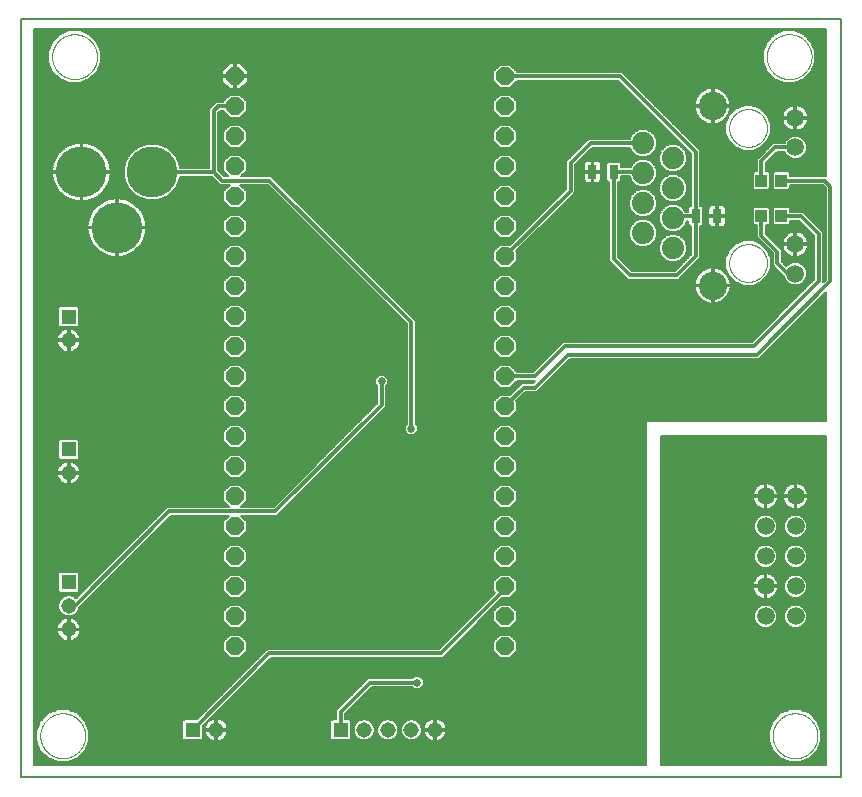
<source format=gbl>
G75*
%MOIN*%
%OFA0B0*%
%FSLAX25Y25*%
%IPPOS*%
%LPD*%
%AMOC8*
5,1,8,0,0,1.08239X$1,22.5*
%
%ADD10C,0.00600*%
%ADD11C,0.00000*%
%ADD12R,0.03150X0.04724*%
%ADD13C,0.05150*%
%ADD14R,0.05150X0.05150*%
%ADD15C,0.07400*%
%ADD16C,0.09449*%
%ADD17C,0.05937*%
%ADD18C,0.17000*%
%ADD19OC8,0.05937*%
%ADD20R,0.03937X0.04331*%
%ADD21C,0.01200*%
%ADD22C,0.02775*%
%ADD23C,0.02578*%
D10*
X0015315Y0001300D02*
X0015315Y0253859D01*
X0288346Y0253859D01*
X0288346Y0001300D01*
X0015315Y0001300D01*
X0019409Y0005394D02*
X0019409Y0250828D01*
X0283346Y0250828D01*
X0283346Y0201619D01*
X0271530Y0201619D01*
X0271530Y0202657D01*
X0271003Y0203184D01*
X0266320Y0203184D01*
X0265793Y0202657D01*
X0265793Y0197581D01*
X0266320Y0197054D01*
X0271003Y0197054D01*
X0271530Y0197581D01*
X0271530Y0198619D01*
X0282410Y0198619D01*
X0283346Y0197683D01*
X0283346Y0167122D01*
X0282563Y0166339D01*
X0282563Y0183024D01*
X0276657Y0188929D01*
X0275779Y0189808D01*
X0271530Y0189808D01*
X0271530Y0190846D01*
X0271003Y0191373D01*
X0266320Y0191373D01*
X0265793Y0190846D01*
X0265793Y0185770D01*
X0266320Y0185243D01*
X0271003Y0185243D01*
X0271530Y0185770D01*
X0271530Y0186808D01*
X0274536Y0186808D01*
X0279563Y0181781D01*
X0279563Y0167276D01*
X0258788Y0146501D01*
X0195796Y0146501D01*
X0185717Y0136422D01*
X0180365Y0136422D01*
X0180365Y0136524D01*
X0178098Y0138791D01*
X0174894Y0138791D01*
X0172628Y0136524D01*
X0172628Y0133320D01*
X0174894Y0131054D01*
X0178098Y0131054D01*
X0180365Y0133320D01*
X0180365Y0133422D01*
X0186654Y0133422D01*
X0185875Y0132643D01*
X0182095Y0132643D01*
X0181217Y0131764D01*
X0178171Y0128718D01*
X0178098Y0128791D01*
X0174894Y0128791D01*
X0172628Y0126524D01*
X0172628Y0123320D01*
X0174894Y0121054D01*
X0178098Y0121054D01*
X0180365Y0123320D01*
X0180365Y0126524D01*
X0180292Y0126597D01*
X0183338Y0129643D01*
X0187117Y0129643D01*
X0198023Y0140548D01*
X0261015Y0140548D01*
X0261894Y0141427D01*
X0283346Y0162879D01*
X0283346Y0119922D01*
X0223346Y0119922D01*
X0223346Y0005394D01*
X0019409Y0005394D01*
X0019409Y0005490D02*
X0223346Y0005490D01*
X0223346Y0006088D02*
X0019409Y0006088D01*
X0019409Y0006687D02*
X0026413Y0006687D01*
X0027348Y0006299D02*
X0030841Y0006299D01*
X0034068Y0007636D01*
X0036538Y0010106D01*
X0037875Y0013333D01*
X0037875Y0016826D01*
X0036538Y0020053D01*
X0034068Y0022523D01*
X0030841Y0023860D01*
X0027348Y0023860D01*
X0024121Y0022523D01*
X0021651Y0020053D01*
X0020314Y0016826D01*
X0020314Y0013333D01*
X0021651Y0010106D01*
X0024121Y0007636D01*
X0027348Y0006299D01*
X0024968Y0007285D02*
X0019409Y0007285D01*
X0019409Y0007884D02*
X0023873Y0007884D01*
X0023275Y0008482D02*
X0019409Y0008482D01*
X0019409Y0009081D02*
X0022676Y0009081D01*
X0022078Y0009679D02*
X0019409Y0009679D01*
X0019409Y0010278D02*
X0021580Y0010278D01*
X0021332Y0010876D02*
X0019409Y0010876D01*
X0019409Y0011475D02*
X0021084Y0011475D01*
X0020836Y0012073D02*
X0019409Y0012073D01*
X0019409Y0012672D02*
X0020588Y0012672D01*
X0020340Y0013270D02*
X0019409Y0013270D01*
X0019409Y0013869D02*
X0020314Y0013869D01*
X0020314Y0014467D02*
X0019409Y0014467D01*
X0019409Y0015066D02*
X0020314Y0015066D01*
X0020314Y0015664D02*
X0019409Y0015664D01*
X0019409Y0016263D02*
X0020314Y0016263D01*
X0020329Y0016861D02*
X0019409Y0016861D01*
X0019409Y0017460D02*
X0020577Y0017460D01*
X0020825Y0018058D02*
X0019409Y0018058D01*
X0019409Y0018657D02*
X0021073Y0018657D01*
X0021320Y0019255D02*
X0019409Y0019255D01*
X0019409Y0019854D02*
X0021568Y0019854D01*
X0022050Y0020452D02*
X0019409Y0020452D01*
X0019409Y0021051D02*
X0022649Y0021051D01*
X0023247Y0021649D02*
X0019409Y0021649D01*
X0019409Y0022248D02*
X0023846Y0022248D01*
X0024901Y0022846D02*
X0019409Y0022846D01*
X0019409Y0023445D02*
X0026346Y0023445D01*
X0031843Y0023445D02*
X0076677Y0023445D01*
X0076079Y0022846D02*
X0033288Y0022846D01*
X0034343Y0022248D02*
X0075480Y0022248D01*
X0074882Y0021649D02*
X0034942Y0021649D01*
X0035540Y0021051D02*
X0074283Y0021051D01*
X0073755Y0020523D02*
X0069454Y0020523D01*
X0068927Y0019996D01*
X0068927Y0014100D01*
X0069454Y0013573D01*
X0075349Y0013573D01*
X0075876Y0014100D01*
X0075876Y0018402D01*
X0098613Y0041139D01*
X0155700Y0041139D01*
X0175615Y0061054D01*
X0178098Y0061054D01*
X0180365Y0063320D01*
X0180365Y0066524D01*
X0178098Y0068791D01*
X0174894Y0068791D01*
X0172628Y0066524D01*
X0172628Y0063320D01*
X0173133Y0062814D01*
X0154457Y0044139D01*
X0097371Y0044139D01*
X0096492Y0043260D01*
X0073755Y0020523D01*
X0076132Y0018657D02*
X0076748Y0018657D01*
X0076842Y0018883D02*
X0076550Y0018178D01*
X0076401Y0017430D01*
X0076401Y0017348D01*
X0079976Y0017348D01*
X0079976Y0020923D01*
X0079894Y0020923D01*
X0079145Y0020774D01*
X0078440Y0020482D01*
X0077806Y0020058D01*
X0077266Y0019518D01*
X0076842Y0018883D01*
X0076730Y0019255D02*
X0077090Y0019255D01*
X0077329Y0019854D02*
X0077602Y0019854D01*
X0077927Y0020452D02*
X0078396Y0020452D01*
X0078526Y0021051D02*
X0120193Y0021051D01*
X0120193Y0020523D02*
X0118745Y0020523D01*
X0118218Y0019996D01*
X0118218Y0014100D01*
X0118745Y0013573D01*
X0124641Y0013573D01*
X0125168Y0014100D01*
X0125168Y0019996D01*
X0124641Y0020523D01*
X0123193Y0020523D01*
X0123193Y0022411D01*
X0132078Y0031296D01*
X0145609Y0031296D01*
X0146298Y0030607D01*
X0148111Y0030607D01*
X0149394Y0031889D01*
X0149394Y0033703D01*
X0148111Y0034985D01*
X0146298Y0034985D01*
X0145609Y0034296D01*
X0130835Y0034296D01*
X0121072Y0024532D01*
X0120193Y0023654D01*
X0120193Y0020523D01*
X0120193Y0021649D02*
X0079124Y0021649D01*
X0079723Y0022248D02*
X0120193Y0022248D01*
X0120193Y0022846D02*
X0080321Y0022846D01*
X0080920Y0023445D02*
X0120193Y0023445D01*
X0120583Y0024043D02*
X0081518Y0024043D01*
X0082117Y0024642D02*
X0121181Y0024642D01*
X0121780Y0025240D02*
X0082715Y0025240D01*
X0083314Y0025839D02*
X0122378Y0025839D01*
X0122977Y0026437D02*
X0083912Y0026437D01*
X0084511Y0027036D02*
X0123575Y0027036D01*
X0124174Y0027634D02*
X0085109Y0027634D01*
X0085708Y0028233D02*
X0124772Y0028233D01*
X0125371Y0028832D02*
X0086306Y0028832D01*
X0086905Y0029430D02*
X0125969Y0029430D01*
X0126568Y0030029D02*
X0087503Y0030029D01*
X0088102Y0030627D02*
X0127166Y0030627D01*
X0127765Y0031226D02*
X0088700Y0031226D01*
X0089299Y0031824D02*
X0128363Y0031824D01*
X0128962Y0032423D02*
X0089897Y0032423D01*
X0090496Y0033021D02*
X0129560Y0033021D01*
X0130159Y0033620D02*
X0091094Y0033620D01*
X0091693Y0034218D02*
X0130757Y0034218D01*
X0132008Y0031226D02*
X0145680Y0031226D01*
X0146278Y0030627D02*
X0131409Y0030627D01*
X0130810Y0030029D02*
X0223346Y0030029D01*
X0223346Y0030627D02*
X0148131Y0030627D01*
X0148730Y0031226D02*
X0223346Y0031226D01*
X0223346Y0031824D02*
X0149328Y0031824D01*
X0149394Y0032423D02*
X0223346Y0032423D01*
X0223346Y0033021D02*
X0149394Y0033021D01*
X0149394Y0033620D02*
X0223346Y0033620D01*
X0223346Y0034218D02*
X0148878Y0034218D01*
X0148280Y0034817D02*
X0223346Y0034817D01*
X0223346Y0035415D02*
X0092890Y0035415D01*
X0092291Y0034817D02*
X0146130Y0034817D01*
X0155962Y0041400D02*
X0174547Y0041400D01*
X0174894Y0041054D02*
X0178098Y0041054D01*
X0180365Y0043320D01*
X0180365Y0046524D01*
X0178098Y0048791D01*
X0174894Y0048791D01*
X0172628Y0046524D01*
X0172628Y0043320D01*
X0174894Y0041054D01*
X0173948Y0041999D02*
X0156560Y0041999D01*
X0157159Y0042597D02*
X0173350Y0042597D01*
X0172751Y0043196D02*
X0157757Y0043196D01*
X0158356Y0043794D02*
X0172628Y0043794D01*
X0172628Y0044393D02*
X0158954Y0044393D01*
X0159553Y0044991D02*
X0172628Y0044991D01*
X0172628Y0045590D02*
X0160151Y0045590D01*
X0160750Y0046188D02*
X0172628Y0046188D01*
X0172890Y0046787D02*
X0161348Y0046787D01*
X0161947Y0047385D02*
X0173489Y0047385D01*
X0174087Y0047984D02*
X0162545Y0047984D01*
X0163144Y0048582D02*
X0174686Y0048582D01*
X0174894Y0051054D02*
X0172628Y0053320D01*
X0172628Y0056524D01*
X0174894Y0058791D01*
X0178098Y0058791D01*
X0180365Y0056524D01*
X0180365Y0053320D01*
X0178098Y0051054D01*
X0174894Y0051054D01*
X0174372Y0051575D02*
X0166136Y0051575D01*
X0165538Y0050976D02*
X0223346Y0050976D01*
X0223346Y0050378D02*
X0164939Y0050378D01*
X0164341Y0049779D02*
X0223346Y0049779D01*
X0223346Y0049181D02*
X0163742Y0049181D01*
X0161894Y0051575D02*
X0088620Y0051575D01*
X0088098Y0051054D02*
X0090365Y0053320D01*
X0090365Y0056524D01*
X0088098Y0058791D01*
X0084894Y0058791D01*
X0082628Y0056524D01*
X0082628Y0053320D01*
X0084894Y0051054D01*
X0088098Y0051054D01*
X0089218Y0052173D02*
X0162492Y0052173D01*
X0163091Y0052772D02*
X0089817Y0052772D01*
X0090365Y0053370D02*
X0163689Y0053370D01*
X0164288Y0053969D02*
X0090365Y0053969D01*
X0090365Y0054568D02*
X0164886Y0054568D01*
X0165485Y0055166D02*
X0090365Y0055166D01*
X0090365Y0055765D02*
X0166083Y0055765D01*
X0166682Y0056363D02*
X0090365Y0056363D01*
X0089927Y0056962D02*
X0167280Y0056962D01*
X0167879Y0057560D02*
X0089329Y0057560D01*
X0088730Y0058159D02*
X0168477Y0058159D01*
X0169076Y0058757D02*
X0088132Y0058757D01*
X0088098Y0061054D02*
X0090365Y0063320D01*
X0090365Y0066524D01*
X0088098Y0068791D01*
X0084894Y0068791D01*
X0082628Y0066524D01*
X0082628Y0063320D01*
X0084894Y0061054D01*
X0088098Y0061054D01*
X0088196Y0061151D02*
X0171470Y0061151D01*
X0170871Y0060553D02*
X0037319Y0060553D01*
X0037917Y0061151D02*
X0084796Y0061151D01*
X0084198Y0061750D02*
X0038516Y0061750D01*
X0039114Y0062348D02*
X0083599Y0062348D01*
X0083001Y0062947D02*
X0039713Y0062947D01*
X0040311Y0063545D02*
X0082628Y0063545D01*
X0082628Y0064144D02*
X0040910Y0064144D01*
X0041508Y0064742D02*
X0082628Y0064742D01*
X0082628Y0065341D02*
X0042107Y0065341D01*
X0042705Y0065939D02*
X0082628Y0065939D01*
X0082641Y0066538D02*
X0043304Y0066538D01*
X0043902Y0067136D02*
X0083239Y0067136D01*
X0083838Y0067735D02*
X0044501Y0067735D01*
X0045099Y0068333D02*
X0084436Y0068333D01*
X0084894Y0071054D02*
X0088098Y0071054D01*
X0090365Y0073320D01*
X0090365Y0076524D01*
X0088098Y0078791D01*
X0084894Y0078791D01*
X0082628Y0076524D01*
X0082628Y0073320D01*
X0084894Y0071054D01*
X0084621Y0071326D02*
X0048092Y0071326D01*
X0048691Y0071924D02*
X0084023Y0071924D01*
X0083424Y0072523D02*
X0049289Y0072523D01*
X0049888Y0073121D02*
X0082826Y0073121D01*
X0082628Y0073720D02*
X0050486Y0073720D01*
X0051085Y0074318D02*
X0082628Y0074318D01*
X0082628Y0074917D02*
X0051683Y0074917D01*
X0052282Y0075515D02*
X0082628Y0075515D01*
X0082628Y0076114D02*
X0052880Y0076114D01*
X0053479Y0076712D02*
X0082816Y0076712D01*
X0083414Y0077311D02*
X0054077Y0077311D01*
X0054676Y0077909D02*
X0084013Y0077909D01*
X0084611Y0078508D02*
X0055274Y0078508D01*
X0055873Y0079106D02*
X0223346Y0079106D01*
X0223346Y0078508D02*
X0178381Y0078508D01*
X0178098Y0078791D02*
X0174894Y0078791D01*
X0172628Y0076524D01*
X0172628Y0073320D01*
X0174894Y0071054D01*
X0178098Y0071054D01*
X0180365Y0073320D01*
X0180365Y0076524D01*
X0178098Y0078791D01*
X0178980Y0077909D02*
X0223346Y0077909D01*
X0223346Y0077311D02*
X0179578Y0077311D01*
X0180177Y0076712D02*
X0223346Y0076712D01*
X0223346Y0076114D02*
X0180365Y0076114D01*
X0180365Y0075515D02*
X0223346Y0075515D01*
X0223346Y0074917D02*
X0180365Y0074917D01*
X0180365Y0074318D02*
X0223346Y0074318D01*
X0223346Y0073720D02*
X0180365Y0073720D01*
X0180166Y0073121D02*
X0223346Y0073121D01*
X0223346Y0072523D02*
X0179568Y0072523D01*
X0178969Y0071924D02*
X0223346Y0071924D01*
X0223346Y0071326D02*
X0178371Y0071326D01*
X0178556Y0068333D02*
X0223346Y0068333D01*
X0223346Y0067735D02*
X0179154Y0067735D01*
X0179753Y0067136D02*
X0223346Y0067136D01*
X0223346Y0066538D02*
X0180351Y0066538D01*
X0180365Y0065939D02*
X0223346Y0065939D01*
X0223346Y0065341D02*
X0180365Y0065341D01*
X0180365Y0064742D02*
X0223346Y0064742D01*
X0223346Y0064144D02*
X0180365Y0064144D01*
X0180365Y0063545D02*
X0223346Y0063545D01*
X0223346Y0062947D02*
X0179992Y0062947D01*
X0179393Y0062348D02*
X0223346Y0062348D01*
X0223346Y0061750D02*
X0178795Y0061750D01*
X0178196Y0061151D02*
X0223346Y0061151D01*
X0223346Y0060553D02*
X0175114Y0060553D01*
X0174516Y0059954D02*
X0223346Y0059954D01*
X0223346Y0059356D02*
X0173917Y0059356D01*
X0173319Y0058757D02*
X0174860Y0058757D01*
X0174262Y0058159D02*
X0172720Y0058159D01*
X0172122Y0057560D02*
X0173663Y0057560D01*
X0173065Y0056962D02*
X0171523Y0056962D01*
X0170925Y0056363D02*
X0172628Y0056363D01*
X0172628Y0055765D02*
X0170326Y0055765D01*
X0169727Y0055166D02*
X0172628Y0055166D01*
X0172628Y0054568D02*
X0169129Y0054568D01*
X0168530Y0053969D02*
X0172628Y0053969D01*
X0172628Y0053370D02*
X0167932Y0053370D01*
X0167333Y0052772D02*
X0173175Y0052772D01*
X0173774Y0052173D02*
X0166735Y0052173D01*
X0161295Y0050976D02*
X0034921Y0050976D01*
X0034938Y0050894D02*
X0034789Y0051643D01*
X0034497Y0052348D01*
X0034073Y0052983D01*
X0033533Y0053522D01*
X0032898Y0053946D01*
X0032193Y0054238D01*
X0031445Y0054387D01*
X0031363Y0054387D01*
X0031363Y0050813D01*
X0030763Y0050813D01*
X0030763Y0054387D01*
X0030681Y0054387D01*
X0029933Y0054238D01*
X0029228Y0053946D01*
X0028593Y0053522D01*
X0028053Y0052983D01*
X0027629Y0052348D01*
X0027337Y0051643D01*
X0027188Y0050894D01*
X0027188Y0050813D01*
X0030763Y0050813D01*
X0030763Y0050213D01*
X0027188Y0050213D01*
X0027188Y0050131D01*
X0027337Y0049382D01*
X0027629Y0048677D01*
X0028053Y0048043D01*
X0028593Y0047503D01*
X0029228Y0047079D01*
X0029933Y0046787D01*
X0030681Y0046638D01*
X0030763Y0046638D01*
X0030763Y0050213D01*
X0031363Y0050213D01*
X0031363Y0050813D01*
X0034938Y0050813D01*
X0034938Y0050894D01*
X0034938Y0050213D02*
X0031363Y0050213D01*
X0031363Y0046638D01*
X0031445Y0046638D01*
X0032193Y0046787D01*
X0032898Y0047079D01*
X0033533Y0047503D01*
X0034073Y0048043D01*
X0034497Y0048677D01*
X0034789Y0049382D01*
X0034938Y0050131D01*
X0034938Y0050213D01*
X0034868Y0049779D02*
X0160098Y0049779D01*
X0159500Y0049181D02*
X0034705Y0049181D01*
X0034433Y0048582D02*
X0084686Y0048582D01*
X0084894Y0048791D02*
X0082628Y0046524D01*
X0082628Y0043320D01*
X0084894Y0041054D01*
X0088098Y0041054D01*
X0090365Y0043320D01*
X0090365Y0046524D01*
X0088098Y0048791D01*
X0084894Y0048791D01*
X0084087Y0047984D02*
X0034014Y0047984D01*
X0033357Y0047385D02*
X0083489Y0047385D01*
X0082890Y0046787D02*
X0032194Y0046787D01*
X0031363Y0046787D02*
X0030763Y0046787D01*
X0030763Y0047385D02*
X0031363Y0047385D01*
X0031363Y0047984D02*
X0030763Y0047984D01*
X0030763Y0048582D02*
X0031363Y0048582D01*
X0031363Y0049181D02*
X0030763Y0049181D01*
X0030763Y0049779D02*
X0031363Y0049779D01*
X0031363Y0050378D02*
X0160697Y0050378D01*
X0158901Y0048582D02*
X0088307Y0048582D01*
X0088905Y0047984D02*
X0158303Y0047984D01*
X0157704Y0047385D02*
X0089504Y0047385D01*
X0090102Y0046787D02*
X0157106Y0046787D01*
X0156507Y0046188D02*
X0090365Y0046188D01*
X0090365Y0045590D02*
X0155909Y0045590D01*
X0155310Y0044991D02*
X0090365Y0044991D01*
X0090365Y0044393D02*
X0154712Y0044393D01*
X0169674Y0059356D02*
X0036122Y0059356D01*
X0036720Y0059954D02*
X0170273Y0059954D01*
X0172068Y0061750D02*
X0088795Y0061750D01*
X0089393Y0062348D02*
X0172667Y0062348D01*
X0173001Y0062947D02*
X0089992Y0062947D01*
X0090365Y0063545D02*
X0172628Y0063545D01*
X0172628Y0064144D02*
X0090365Y0064144D01*
X0090365Y0064742D02*
X0172628Y0064742D01*
X0172628Y0065341D02*
X0090365Y0065341D01*
X0090365Y0065939D02*
X0172628Y0065939D01*
X0172641Y0066538D02*
X0090351Y0066538D01*
X0089753Y0067136D02*
X0173239Y0067136D01*
X0173838Y0067735D02*
X0089154Y0067735D01*
X0088556Y0068333D02*
X0174436Y0068333D01*
X0174621Y0071326D02*
X0088371Y0071326D01*
X0088969Y0071924D02*
X0174023Y0071924D01*
X0173424Y0072523D02*
X0089568Y0072523D01*
X0090166Y0073121D02*
X0172826Y0073121D01*
X0172628Y0073720D02*
X0090365Y0073720D01*
X0090365Y0074318D02*
X0172628Y0074318D01*
X0172628Y0074917D02*
X0090365Y0074917D01*
X0090365Y0075515D02*
X0172628Y0075515D01*
X0172628Y0076114D02*
X0090365Y0076114D01*
X0090177Y0076712D02*
X0172816Y0076712D01*
X0173414Y0077311D02*
X0089578Y0077311D01*
X0088980Y0077909D02*
X0174013Y0077909D01*
X0174611Y0078508D02*
X0088381Y0078508D01*
X0088098Y0081054D02*
X0084894Y0081054D01*
X0082628Y0083320D01*
X0082628Y0086524D01*
X0084486Y0088383D01*
X0065149Y0088383D01*
X0034538Y0057772D01*
X0034538Y0057695D01*
X0034009Y0056418D01*
X0033031Y0055441D01*
X0031754Y0054912D01*
X0030372Y0054912D01*
X0029095Y0055441D01*
X0028117Y0056418D01*
X0027588Y0057695D01*
X0027588Y0059078D01*
X0028117Y0060355D01*
X0029095Y0061332D01*
X0030372Y0061861D01*
X0031754Y0061861D01*
X0033031Y0061332D01*
X0033444Y0060920D01*
X0063906Y0091383D01*
X0084565Y0091383D01*
X0082628Y0093320D01*
X0082628Y0096524D01*
X0084894Y0098791D01*
X0088098Y0098791D01*
X0090365Y0096524D01*
X0090365Y0093320D01*
X0088428Y0091383D01*
X0099339Y0091383D01*
X0133894Y0125937D01*
X0133894Y0131594D01*
X0133205Y0132283D01*
X0133205Y0134096D01*
X0134487Y0135379D01*
X0136300Y0135379D01*
X0137583Y0134096D01*
X0137583Y0132283D01*
X0136894Y0131594D01*
X0136894Y0124694D01*
X0100582Y0088383D01*
X0088506Y0088383D01*
X0090365Y0086524D01*
X0090365Y0083320D01*
X0088098Y0081054D01*
X0088545Y0081501D02*
X0174447Y0081501D01*
X0174894Y0081054D02*
X0172628Y0083320D01*
X0172628Y0086524D01*
X0174894Y0088791D01*
X0178098Y0088791D01*
X0180365Y0086524D01*
X0180365Y0083320D01*
X0178098Y0081054D01*
X0174894Y0081054D01*
X0173848Y0082099D02*
X0089144Y0082099D01*
X0089742Y0082698D02*
X0173250Y0082698D01*
X0172651Y0083296D02*
X0090341Y0083296D01*
X0090365Y0083895D02*
X0172628Y0083895D01*
X0172628Y0084493D02*
X0090365Y0084493D01*
X0090365Y0085092D02*
X0172628Y0085092D01*
X0172628Y0085690D02*
X0090365Y0085690D01*
X0090365Y0086289D02*
X0172628Y0086289D01*
X0172990Y0086887D02*
X0090002Y0086887D01*
X0089403Y0087486D02*
X0173589Y0087486D01*
X0174187Y0088084D02*
X0088805Y0088084D01*
X0088720Y0091675D02*
X0099632Y0091675D01*
X0100230Y0092274D02*
X0089319Y0092274D01*
X0089917Y0092872D02*
X0100829Y0092872D01*
X0101427Y0093471D02*
X0090365Y0093471D01*
X0090365Y0094069D02*
X0102026Y0094069D01*
X0102624Y0094668D02*
X0090365Y0094668D01*
X0090365Y0095266D02*
X0103223Y0095266D01*
X0103821Y0095865D02*
X0090365Y0095865D01*
X0090365Y0096463D02*
X0104420Y0096463D01*
X0105018Y0097062D02*
X0089827Y0097062D01*
X0089229Y0097660D02*
X0105617Y0097660D01*
X0106215Y0098259D02*
X0088630Y0098259D01*
X0088098Y0101054D02*
X0084894Y0101054D01*
X0082628Y0103320D01*
X0082628Y0106524D01*
X0084894Y0108791D01*
X0088098Y0108791D01*
X0090365Y0106524D01*
X0090365Y0103320D01*
X0088098Y0101054D01*
X0088296Y0101251D02*
X0109208Y0101251D01*
X0108610Y0100653D02*
X0034370Y0100653D01*
X0034497Y0100843D02*
X0034789Y0101548D01*
X0034938Y0102296D01*
X0034938Y0102378D01*
X0031363Y0102378D01*
X0031363Y0102978D01*
X0030763Y0102978D01*
X0030763Y0106553D01*
X0030681Y0106553D01*
X0029933Y0106404D01*
X0029228Y0106112D01*
X0028593Y0105688D01*
X0028053Y0105148D01*
X0027629Y0104513D01*
X0027337Y0103808D01*
X0027188Y0103060D01*
X0027188Y0102978D01*
X0030763Y0102978D01*
X0030763Y0102378D01*
X0027188Y0102378D01*
X0027188Y0102296D01*
X0027337Y0101548D01*
X0027629Y0100843D01*
X0028053Y0100208D01*
X0028593Y0099668D01*
X0029228Y0099244D01*
X0029933Y0098952D01*
X0030681Y0098803D01*
X0030763Y0098803D01*
X0030763Y0102378D01*
X0031363Y0102378D01*
X0031363Y0098803D01*
X0031445Y0098803D01*
X0032193Y0098952D01*
X0032898Y0099244D01*
X0033533Y0099668D01*
X0034073Y0100208D01*
X0034497Y0100843D01*
X0034666Y0101251D02*
X0084696Y0101251D01*
X0084097Y0101850D02*
X0034849Y0101850D01*
X0034938Y0102978D02*
X0031363Y0102978D01*
X0031363Y0106553D01*
X0031445Y0106553D01*
X0032193Y0106404D01*
X0032898Y0106112D01*
X0033533Y0105688D01*
X0034073Y0105148D01*
X0034497Y0104513D01*
X0034789Y0103808D01*
X0034938Y0103060D01*
X0034938Y0102978D01*
X0034938Y0103047D02*
X0082900Y0103047D01*
X0082628Y0103645D02*
X0034821Y0103645D01*
X0034608Y0104244D02*
X0082628Y0104244D01*
X0082628Y0104842D02*
X0034277Y0104842D01*
X0033780Y0105441D02*
X0082628Y0105441D01*
X0082628Y0106039D02*
X0033007Y0106039D01*
X0034011Y0107077D02*
X0034538Y0107604D01*
X0034538Y0113500D01*
X0034011Y0114027D01*
X0028115Y0114027D01*
X0027588Y0113500D01*
X0027588Y0107604D01*
X0028115Y0107077D01*
X0034011Y0107077D01*
X0034170Y0107237D02*
X0083340Y0107237D01*
X0083938Y0107835D02*
X0034538Y0107835D01*
X0034538Y0108434D02*
X0084537Y0108434D01*
X0082741Y0106638D02*
X0019409Y0106638D01*
X0019409Y0107237D02*
X0027956Y0107237D01*
X0027588Y0107835D02*
X0019409Y0107835D01*
X0019409Y0108434D02*
X0027588Y0108434D01*
X0027588Y0109032D02*
X0019409Y0109032D01*
X0019409Y0109631D02*
X0027588Y0109631D01*
X0027588Y0110229D02*
X0019409Y0110229D01*
X0019409Y0110828D02*
X0027588Y0110828D01*
X0027588Y0111426D02*
X0019409Y0111426D01*
X0019409Y0112025D02*
X0027588Y0112025D01*
X0027588Y0112623D02*
X0019409Y0112623D01*
X0019409Y0113222D02*
X0027588Y0113222D01*
X0027909Y0113820D02*
X0019409Y0113820D01*
X0019409Y0114419D02*
X0082628Y0114419D01*
X0082628Y0115017D02*
X0019409Y0115017D01*
X0019409Y0115616D02*
X0082628Y0115616D01*
X0082628Y0116214D02*
X0019409Y0116214D01*
X0019409Y0116813D02*
X0082916Y0116813D01*
X0082628Y0116524D02*
X0082628Y0113320D01*
X0084894Y0111054D01*
X0088098Y0111054D01*
X0090365Y0113320D01*
X0090365Y0116524D01*
X0088098Y0118791D01*
X0084894Y0118791D01*
X0082628Y0116524D01*
X0083514Y0117411D02*
X0019409Y0117411D01*
X0019409Y0118010D02*
X0084113Y0118010D01*
X0084711Y0118608D02*
X0019409Y0118608D01*
X0019409Y0119207D02*
X0127163Y0119207D01*
X0126565Y0118608D02*
X0088281Y0118608D01*
X0088879Y0118010D02*
X0125966Y0118010D01*
X0125368Y0117411D02*
X0089478Y0117411D01*
X0090076Y0116813D02*
X0124769Y0116813D01*
X0124171Y0116214D02*
X0090365Y0116214D01*
X0090365Y0115616D02*
X0123572Y0115616D01*
X0122974Y0115017D02*
X0090365Y0115017D01*
X0090365Y0114419D02*
X0122375Y0114419D01*
X0121777Y0113820D02*
X0090365Y0113820D01*
X0090267Y0113222D02*
X0121178Y0113222D01*
X0120580Y0112623D02*
X0089668Y0112623D01*
X0089069Y0112025D02*
X0119981Y0112025D01*
X0119383Y0111426D02*
X0088471Y0111426D01*
X0088455Y0108434D02*
X0116390Y0108434D01*
X0116989Y0109032D02*
X0034538Y0109032D01*
X0034538Y0109631D02*
X0117587Y0109631D01*
X0118186Y0110229D02*
X0034538Y0110229D01*
X0034538Y0110828D02*
X0118784Y0110828D01*
X0120633Y0108434D02*
X0174537Y0108434D01*
X0174894Y0108791D02*
X0172628Y0106524D01*
X0172628Y0103320D01*
X0174894Y0101054D01*
X0178098Y0101054D01*
X0180365Y0103320D01*
X0180365Y0106524D01*
X0178098Y0108791D01*
X0174894Y0108791D01*
X0173938Y0107835D02*
X0120034Y0107835D01*
X0119436Y0107237D02*
X0173340Y0107237D01*
X0172741Y0106638D02*
X0118837Y0106638D01*
X0118239Y0106039D02*
X0172628Y0106039D01*
X0172628Y0105441D02*
X0117640Y0105441D01*
X0117042Y0104842D02*
X0172628Y0104842D01*
X0172628Y0104244D02*
X0116443Y0104244D01*
X0115845Y0103645D02*
X0172628Y0103645D01*
X0172900Y0103047D02*
X0115246Y0103047D01*
X0114648Y0102448D02*
X0173499Y0102448D01*
X0174097Y0101850D02*
X0114049Y0101850D01*
X0113451Y0101251D02*
X0174696Y0101251D01*
X0174894Y0098791D02*
X0172628Y0096524D01*
X0172628Y0093320D01*
X0174894Y0091054D01*
X0178098Y0091054D01*
X0180365Y0093320D01*
X0180365Y0096524D01*
X0178098Y0098791D01*
X0174894Y0098791D01*
X0174362Y0098259D02*
X0110458Y0098259D01*
X0111057Y0098857D02*
X0223346Y0098857D01*
X0223346Y0098259D02*
X0178630Y0098259D01*
X0179229Y0097660D02*
X0223346Y0097660D01*
X0223346Y0097062D02*
X0179827Y0097062D01*
X0180365Y0096463D02*
X0223346Y0096463D01*
X0223346Y0095865D02*
X0180365Y0095865D01*
X0180365Y0095266D02*
X0223346Y0095266D01*
X0223346Y0094668D02*
X0180365Y0094668D01*
X0180365Y0094069D02*
X0223346Y0094069D01*
X0223346Y0093471D02*
X0180365Y0093471D01*
X0179917Y0092872D02*
X0223346Y0092872D01*
X0223346Y0092274D02*
X0179319Y0092274D01*
X0178720Y0091675D02*
X0223346Y0091675D01*
X0223346Y0091077D02*
X0178122Y0091077D01*
X0178206Y0088683D02*
X0223346Y0088683D01*
X0223346Y0089281D02*
X0101480Y0089281D01*
X0100882Y0088683D02*
X0174786Y0088683D01*
X0174871Y0091077D02*
X0103276Y0091077D01*
X0103874Y0091675D02*
X0174272Y0091675D01*
X0173673Y0092274D02*
X0104473Y0092274D01*
X0105072Y0092872D02*
X0173075Y0092872D01*
X0172628Y0093471D02*
X0105670Y0093471D01*
X0106269Y0094069D02*
X0172628Y0094069D01*
X0172628Y0094668D02*
X0106867Y0094668D01*
X0107466Y0095266D02*
X0172628Y0095266D01*
X0172628Y0095865D02*
X0108064Y0095865D01*
X0108663Y0096463D02*
X0172628Y0096463D01*
X0173165Y0097062D02*
X0109261Y0097062D01*
X0109860Y0097660D02*
X0173763Y0097660D01*
X0178296Y0101251D02*
X0223346Y0101251D01*
X0223346Y0100653D02*
X0112852Y0100653D01*
X0112254Y0100054D02*
X0223346Y0100054D01*
X0223346Y0099456D02*
X0111655Y0099456D01*
X0109807Y0101850D02*
X0088895Y0101850D01*
X0089493Y0102448D02*
X0110405Y0102448D01*
X0111004Y0103047D02*
X0090092Y0103047D01*
X0090365Y0103645D02*
X0111602Y0103645D01*
X0112201Y0104244D02*
X0090365Y0104244D01*
X0090365Y0104842D02*
X0112799Y0104842D01*
X0113398Y0105441D02*
X0090365Y0105441D01*
X0090365Y0106039D02*
X0113996Y0106039D01*
X0114595Y0106638D02*
X0090251Y0106638D01*
X0089652Y0107237D02*
X0115193Y0107237D01*
X0115792Y0107835D02*
X0089054Y0107835D01*
X0084521Y0111426D02*
X0034538Y0111426D01*
X0034538Y0112025D02*
X0083923Y0112025D01*
X0083324Y0112623D02*
X0034538Y0112623D01*
X0034538Y0113222D02*
X0082726Y0113222D01*
X0082628Y0113820D02*
X0034217Y0113820D01*
X0031363Y0106039D02*
X0030763Y0106039D01*
X0030763Y0105441D02*
X0031363Y0105441D01*
X0031363Y0104842D02*
X0030763Y0104842D01*
X0030763Y0104244D02*
X0031363Y0104244D01*
X0031363Y0103645D02*
X0030763Y0103645D01*
X0030763Y0103047D02*
X0031363Y0103047D01*
X0031363Y0102448D02*
X0083499Y0102448D01*
X0084362Y0098259D02*
X0019409Y0098259D01*
X0019409Y0098857D02*
X0030409Y0098857D01*
X0030763Y0098857D02*
X0031363Y0098857D01*
X0031717Y0098857D02*
X0106814Y0098857D01*
X0107412Y0099456D02*
X0033215Y0099456D01*
X0033919Y0100054D02*
X0108011Y0100054D01*
X0102677Y0090478D02*
X0223346Y0090478D01*
X0223346Y0089880D02*
X0102079Y0089880D01*
X0084272Y0091675D02*
X0019409Y0091675D01*
X0019409Y0091077D02*
X0063600Y0091077D01*
X0063002Y0090478D02*
X0019409Y0090478D01*
X0019409Y0089880D02*
X0062403Y0089880D01*
X0061805Y0089281D02*
X0019409Y0089281D01*
X0019409Y0088683D02*
X0061206Y0088683D01*
X0060608Y0088084D02*
X0019409Y0088084D01*
X0019409Y0087486D02*
X0060009Y0087486D01*
X0059411Y0086887D02*
X0019409Y0086887D01*
X0019409Y0086289D02*
X0058812Y0086289D01*
X0058214Y0085690D02*
X0019409Y0085690D01*
X0019409Y0085092D02*
X0057615Y0085092D01*
X0057017Y0084493D02*
X0019409Y0084493D01*
X0019409Y0083895D02*
X0056418Y0083895D01*
X0055820Y0083296D02*
X0019409Y0083296D01*
X0019409Y0082698D02*
X0055221Y0082698D01*
X0054623Y0082099D02*
X0019409Y0082099D01*
X0019409Y0081501D02*
X0054024Y0081501D01*
X0053426Y0080902D02*
X0019409Y0080902D01*
X0019409Y0080303D02*
X0052827Y0080303D01*
X0052229Y0079705D02*
X0019409Y0079705D01*
X0019409Y0079106D02*
X0051630Y0079106D01*
X0051032Y0078508D02*
X0019409Y0078508D01*
X0019409Y0077909D02*
X0050433Y0077909D01*
X0049835Y0077311D02*
X0019409Y0077311D01*
X0019409Y0076712D02*
X0049236Y0076712D01*
X0048637Y0076114D02*
X0019409Y0076114D01*
X0019409Y0075515D02*
X0048039Y0075515D01*
X0047440Y0074917D02*
X0019409Y0074917D01*
X0019409Y0074318D02*
X0046842Y0074318D01*
X0046243Y0073720D02*
X0019409Y0073720D01*
X0019409Y0073121D02*
X0045645Y0073121D01*
X0045046Y0072523D02*
X0019409Y0072523D01*
X0019409Y0071924D02*
X0044448Y0071924D01*
X0043849Y0071326D02*
X0019409Y0071326D01*
X0019409Y0070727D02*
X0043251Y0070727D01*
X0042652Y0070129D02*
X0019409Y0070129D01*
X0019409Y0069530D02*
X0027910Y0069530D01*
X0028115Y0069735D02*
X0027588Y0069208D01*
X0027588Y0063313D01*
X0028115Y0062786D01*
X0034011Y0062786D01*
X0034538Y0063313D01*
X0034538Y0069208D01*
X0034011Y0069735D01*
X0028115Y0069735D01*
X0027588Y0068932D02*
X0019409Y0068932D01*
X0019409Y0068333D02*
X0027588Y0068333D01*
X0027588Y0067735D02*
X0019409Y0067735D01*
X0019409Y0067136D02*
X0027588Y0067136D01*
X0027588Y0066538D02*
X0019409Y0066538D01*
X0019409Y0065939D02*
X0027588Y0065939D01*
X0027588Y0065341D02*
X0019409Y0065341D01*
X0019409Y0064742D02*
X0027588Y0064742D01*
X0027588Y0064144D02*
X0019409Y0064144D01*
X0019409Y0063545D02*
X0027588Y0063545D01*
X0027955Y0062947D02*
X0019409Y0062947D01*
X0019409Y0062348D02*
X0034872Y0062348D01*
X0035470Y0062947D02*
X0034171Y0062947D01*
X0034538Y0063545D02*
X0036069Y0063545D01*
X0036667Y0064144D02*
X0034538Y0064144D01*
X0034538Y0064742D02*
X0037266Y0064742D01*
X0037864Y0065341D02*
X0034538Y0065341D01*
X0034538Y0065939D02*
X0038463Y0065939D01*
X0039061Y0066538D02*
X0034538Y0066538D01*
X0034538Y0067136D02*
X0039660Y0067136D01*
X0040258Y0067735D02*
X0034538Y0067735D01*
X0034538Y0068333D02*
X0040857Y0068333D01*
X0041455Y0068932D02*
X0034538Y0068932D01*
X0034216Y0069530D02*
X0042054Y0069530D01*
X0045698Y0068932D02*
X0223346Y0068932D01*
X0223346Y0069530D02*
X0046296Y0069530D01*
X0046895Y0070129D02*
X0223346Y0070129D01*
X0223346Y0070727D02*
X0047494Y0070727D01*
X0056471Y0079705D02*
X0223346Y0079705D01*
X0223346Y0080303D02*
X0057070Y0080303D01*
X0057668Y0080902D02*
X0223346Y0080902D01*
X0223346Y0081501D02*
X0178545Y0081501D01*
X0179144Y0082099D02*
X0223346Y0082099D01*
X0223346Y0082698D02*
X0179742Y0082698D01*
X0180341Y0083296D02*
X0223346Y0083296D01*
X0223346Y0083895D02*
X0180365Y0083895D01*
X0180365Y0084493D02*
X0223346Y0084493D01*
X0223346Y0085092D02*
X0180365Y0085092D01*
X0180365Y0085690D02*
X0223346Y0085690D01*
X0223346Y0086289D02*
X0180365Y0086289D01*
X0180002Y0086887D02*
X0223346Y0086887D01*
X0223346Y0087486D02*
X0179403Y0087486D01*
X0178805Y0088084D02*
X0223346Y0088084D01*
X0228346Y0088084D02*
X0261038Y0088084D01*
X0261155Y0088202D02*
X0260067Y0087113D01*
X0259478Y0085692D01*
X0259478Y0084153D01*
X0260067Y0082731D01*
X0261155Y0081642D01*
X0262577Y0081054D01*
X0264116Y0081054D01*
X0265538Y0081642D01*
X0266626Y0082731D01*
X0267215Y0084153D01*
X0267215Y0085692D01*
X0266626Y0087113D01*
X0265538Y0088202D01*
X0264116Y0088791D01*
X0262577Y0088791D01*
X0261155Y0088202D01*
X0260439Y0087486D02*
X0228346Y0087486D01*
X0228346Y0086887D02*
X0259973Y0086887D01*
X0259725Y0086289D02*
X0228346Y0086289D01*
X0228346Y0085690D02*
X0259478Y0085690D01*
X0259478Y0085092D02*
X0228346Y0085092D01*
X0228346Y0084493D02*
X0259478Y0084493D01*
X0259585Y0083895D02*
X0228346Y0083895D01*
X0228346Y0083296D02*
X0259833Y0083296D01*
X0260100Y0082698D02*
X0228346Y0082698D01*
X0228346Y0082099D02*
X0260699Y0082099D01*
X0261498Y0081501D02*
X0228346Y0081501D01*
X0228346Y0080902D02*
X0283346Y0080902D01*
X0283346Y0081501D02*
X0275195Y0081501D01*
X0275538Y0081642D02*
X0276626Y0082731D01*
X0277215Y0084153D01*
X0277215Y0085692D01*
X0276626Y0087113D01*
X0275538Y0088202D01*
X0274116Y0088791D01*
X0272577Y0088791D01*
X0271155Y0088202D01*
X0270067Y0087113D01*
X0269478Y0085692D01*
X0269478Y0084153D01*
X0270067Y0082731D01*
X0271155Y0081642D01*
X0272577Y0081054D01*
X0274116Y0081054D01*
X0275538Y0081642D01*
X0275994Y0082099D02*
X0283346Y0082099D01*
X0283346Y0082698D02*
X0276593Y0082698D01*
X0276860Y0083296D02*
X0283346Y0083296D01*
X0283346Y0083895D02*
X0277108Y0083895D01*
X0277215Y0084493D02*
X0283346Y0084493D01*
X0283346Y0085092D02*
X0277215Y0085092D01*
X0277215Y0085690D02*
X0283346Y0085690D01*
X0283346Y0086289D02*
X0276968Y0086289D01*
X0276720Y0086887D02*
X0283346Y0086887D01*
X0283346Y0087486D02*
X0276254Y0087486D01*
X0275655Y0088084D02*
X0283346Y0088084D01*
X0283346Y0088683D02*
X0274376Y0088683D01*
X0272316Y0088683D02*
X0264376Y0088683D01*
X0265655Y0088084D02*
X0271038Y0088084D01*
X0270439Y0087486D02*
X0266254Y0087486D01*
X0266720Y0086887D02*
X0269973Y0086887D01*
X0269725Y0086289D02*
X0266968Y0086289D01*
X0267215Y0085690D02*
X0269478Y0085690D01*
X0269478Y0085092D02*
X0267215Y0085092D01*
X0267215Y0084493D02*
X0269478Y0084493D01*
X0269585Y0083895D02*
X0267108Y0083895D01*
X0266860Y0083296D02*
X0269833Y0083296D01*
X0270100Y0082698D02*
X0266593Y0082698D01*
X0265994Y0082099D02*
X0270699Y0082099D01*
X0271498Y0081501D02*
X0265195Y0081501D01*
X0264116Y0078791D02*
X0262577Y0078791D01*
X0261155Y0078202D01*
X0260067Y0077113D01*
X0259478Y0075692D01*
X0259478Y0074153D01*
X0260067Y0072731D01*
X0261155Y0071642D01*
X0262577Y0071054D01*
X0264116Y0071054D01*
X0265538Y0071642D01*
X0266626Y0072731D01*
X0267215Y0074153D01*
X0267215Y0075692D01*
X0266626Y0077113D01*
X0265538Y0078202D01*
X0264116Y0078791D01*
X0264798Y0078508D02*
X0271895Y0078508D01*
X0272577Y0078791D02*
X0271155Y0078202D01*
X0270067Y0077113D01*
X0269478Y0075692D01*
X0269478Y0074153D01*
X0270067Y0072731D01*
X0271155Y0071642D01*
X0272577Y0071054D01*
X0274116Y0071054D01*
X0275538Y0071642D01*
X0276626Y0072731D01*
X0277215Y0074153D01*
X0277215Y0075692D01*
X0276626Y0077113D01*
X0275538Y0078202D01*
X0274116Y0078791D01*
X0272577Y0078791D01*
X0270863Y0077909D02*
X0265830Y0077909D01*
X0266428Y0077311D02*
X0270264Y0077311D01*
X0269901Y0076712D02*
X0266792Y0076712D01*
X0267040Y0076114D02*
X0269653Y0076114D01*
X0269478Y0075515D02*
X0267215Y0075515D01*
X0267215Y0074917D02*
X0269478Y0074917D01*
X0269478Y0074318D02*
X0267215Y0074318D01*
X0267036Y0073720D02*
X0269657Y0073720D01*
X0269905Y0073121D02*
X0266788Y0073121D01*
X0266418Y0072523D02*
X0270275Y0072523D01*
X0270873Y0071924D02*
X0265820Y0071924D01*
X0264773Y0071326D02*
X0271920Y0071326D01*
X0272577Y0068791D02*
X0271155Y0068202D01*
X0270067Y0067113D01*
X0269478Y0065692D01*
X0269478Y0064153D01*
X0270067Y0062731D01*
X0271155Y0061642D01*
X0272577Y0061054D01*
X0274116Y0061054D01*
X0275538Y0061642D01*
X0276626Y0062731D01*
X0277215Y0064153D01*
X0277215Y0065692D01*
X0276626Y0067113D01*
X0275538Y0068202D01*
X0274116Y0068791D01*
X0272577Y0068791D01*
X0271473Y0068333D02*
X0265913Y0068333D01*
X0266127Y0068178D02*
X0265584Y0068573D01*
X0264985Y0068878D01*
X0264346Y0069085D01*
X0263682Y0069191D01*
X0263646Y0069191D01*
X0263646Y0065222D01*
X0263046Y0065222D01*
X0263046Y0064622D01*
X0259078Y0064622D01*
X0259078Y0064586D01*
X0259183Y0063922D01*
X0259391Y0063284D01*
X0259696Y0062685D01*
X0260091Y0062141D01*
X0260566Y0061666D01*
X0261109Y0061271D01*
X0261708Y0060966D01*
X0262347Y0060759D01*
X0263011Y0060654D01*
X0263046Y0060654D01*
X0263046Y0064622D01*
X0263646Y0064622D01*
X0263646Y0060654D01*
X0263682Y0060654D01*
X0264346Y0060759D01*
X0264985Y0060966D01*
X0265584Y0061271D01*
X0266127Y0061666D01*
X0266602Y0062141D01*
X0266997Y0062685D01*
X0267302Y0063284D01*
X0267510Y0063922D01*
X0267615Y0064586D01*
X0267615Y0064622D01*
X0263647Y0064622D01*
X0263647Y0065222D01*
X0267615Y0065222D01*
X0267615Y0065258D01*
X0267510Y0065922D01*
X0267302Y0066561D01*
X0266997Y0067159D01*
X0266602Y0067703D01*
X0266127Y0068178D01*
X0266570Y0067735D02*
X0270688Y0067735D01*
X0270090Y0067136D02*
X0267009Y0067136D01*
X0267310Y0066538D02*
X0269828Y0066538D01*
X0269581Y0065939D02*
X0267504Y0065939D01*
X0267602Y0065341D02*
X0269478Y0065341D01*
X0269478Y0064742D02*
X0263647Y0064742D01*
X0263646Y0064144D02*
X0263046Y0064144D01*
X0263046Y0064742D02*
X0228346Y0064742D01*
X0228346Y0064144D02*
X0259148Y0064144D01*
X0259306Y0063545D02*
X0228346Y0063545D01*
X0228346Y0062947D02*
X0259562Y0062947D01*
X0259940Y0062348D02*
X0228346Y0062348D01*
X0228346Y0061750D02*
X0260482Y0061750D01*
X0261345Y0061151D02*
X0228346Y0061151D01*
X0228346Y0060553D02*
X0283346Y0060553D01*
X0283346Y0061151D02*
X0274352Y0061151D01*
X0275645Y0061750D02*
X0283346Y0061750D01*
X0283346Y0062348D02*
X0276243Y0062348D01*
X0276715Y0062947D02*
X0283346Y0062947D01*
X0283346Y0063545D02*
X0276963Y0063545D01*
X0277211Y0064144D02*
X0283346Y0064144D01*
X0283346Y0064742D02*
X0277215Y0064742D01*
X0277215Y0065341D02*
X0283346Y0065341D01*
X0283346Y0065939D02*
X0277112Y0065939D01*
X0276864Y0066538D02*
X0283346Y0066538D01*
X0283346Y0067136D02*
X0276603Y0067136D01*
X0276005Y0067735D02*
X0283346Y0067735D01*
X0283346Y0068333D02*
X0275220Y0068333D01*
X0274773Y0071326D02*
X0283346Y0071326D01*
X0283346Y0071924D02*
X0275820Y0071924D01*
X0276418Y0072523D02*
X0283346Y0072523D01*
X0283346Y0073121D02*
X0276788Y0073121D01*
X0277036Y0073720D02*
X0283346Y0073720D01*
X0283346Y0074318D02*
X0277215Y0074318D01*
X0277215Y0074917D02*
X0283346Y0074917D01*
X0283346Y0075515D02*
X0277215Y0075515D01*
X0277040Y0076114D02*
X0283346Y0076114D01*
X0283346Y0076712D02*
X0276792Y0076712D01*
X0276428Y0077311D02*
X0283346Y0077311D01*
X0283346Y0077909D02*
X0275830Y0077909D01*
X0274798Y0078508D02*
X0283346Y0078508D01*
X0283346Y0079106D02*
X0228346Y0079106D01*
X0228346Y0078508D02*
X0261895Y0078508D01*
X0260863Y0077909D02*
X0228346Y0077909D01*
X0228346Y0077311D02*
X0260264Y0077311D01*
X0259901Y0076712D02*
X0228346Y0076712D01*
X0228346Y0076114D02*
X0259653Y0076114D01*
X0259478Y0075515D02*
X0228346Y0075515D01*
X0228346Y0074917D02*
X0259478Y0074917D01*
X0259478Y0074318D02*
X0228346Y0074318D01*
X0228346Y0073720D02*
X0259657Y0073720D01*
X0259905Y0073121D02*
X0228346Y0073121D01*
X0228346Y0072523D02*
X0260275Y0072523D01*
X0260873Y0071924D02*
X0228346Y0071924D01*
X0228346Y0071326D02*
X0261920Y0071326D01*
X0262347Y0069085D02*
X0261708Y0068878D01*
X0261109Y0068573D01*
X0260566Y0068178D01*
X0260091Y0067703D01*
X0259696Y0067159D01*
X0259391Y0066561D01*
X0259183Y0065922D01*
X0259078Y0065258D01*
X0259078Y0065222D01*
X0263046Y0065222D01*
X0263046Y0069191D01*
X0263011Y0069191D01*
X0262347Y0069085D01*
X0261874Y0068932D02*
X0228346Y0068932D01*
X0228346Y0069530D02*
X0283346Y0069530D01*
X0283346Y0068932D02*
X0264819Y0068932D01*
X0263646Y0068932D02*
X0263046Y0068932D01*
X0263046Y0068333D02*
X0263646Y0068333D01*
X0263646Y0067735D02*
X0263046Y0067735D01*
X0263046Y0067136D02*
X0263646Y0067136D01*
X0263646Y0066538D02*
X0263046Y0066538D01*
X0263046Y0065939D02*
X0263646Y0065939D01*
X0263646Y0065341D02*
X0263046Y0065341D01*
X0263046Y0063545D02*
X0263646Y0063545D01*
X0263646Y0062947D02*
X0263046Y0062947D01*
X0263046Y0062348D02*
X0263646Y0062348D01*
X0263646Y0061750D02*
X0263046Y0061750D01*
X0263046Y0061151D02*
X0263646Y0061151D01*
X0265348Y0061151D02*
X0272341Y0061151D01*
X0271048Y0061750D02*
X0266211Y0061750D01*
X0266753Y0062348D02*
X0270449Y0062348D01*
X0269977Y0062947D02*
X0267131Y0062947D01*
X0267387Y0063545D02*
X0269730Y0063545D01*
X0269482Y0064144D02*
X0267545Y0064144D01*
X0265538Y0058202D02*
X0264116Y0058791D01*
X0262577Y0058791D01*
X0261155Y0058202D01*
X0260067Y0057113D01*
X0259478Y0055692D01*
X0259478Y0054153D01*
X0260067Y0052731D01*
X0261155Y0051642D01*
X0262577Y0051054D01*
X0264116Y0051054D01*
X0265538Y0051642D01*
X0266626Y0052731D01*
X0267215Y0054153D01*
X0267215Y0055692D01*
X0266626Y0057113D01*
X0265538Y0058202D01*
X0265581Y0058159D02*
X0271112Y0058159D01*
X0271155Y0058202D02*
X0270067Y0057113D01*
X0269478Y0055692D01*
X0269478Y0054153D01*
X0270067Y0052731D01*
X0271155Y0051642D01*
X0272577Y0051054D01*
X0274116Y0051054D01*
X0275538Y0051642D01*
X0276626Y0052731D01*
X0277215Y0054153D01*
X0277215Y0055692D01*
X0276626Y0057113D01*
X0275538Y0058202D01*
X0274116Y0058791D01*
X0272577Y0058791D01*
X0271155Y0058202D01*
X0270514Y0057560D02*
X0266179Y0057560D01*
X0266689Y0056962D02*
X0270004Y0056962D01*
X0269756Y0056363D02*
X0266937Y0056363D01*
X0267185Y0055765D02*
X0269508Y0055765D01*
X0269478Y0055166D02*
X0267215Y0055166D01*
X0267215Y0054568D02*
X0269478Y0054568D01*
X0269554Y0053969D02*
X0267139Y0053969D01*
X0266891Y0053370D02*
X0269802Y0053370D01*
X0270050Y0052772D02*
X0266643Y0052772D01*
X0266069Y0052173D02*
X0270624Y0052173D01*
X0271318Y0051575D02*
X0265375Y0051575D01*
X0261318Y0051575D02*
X0228346Y0051575D01*
X0228346Y0052173D02*
X0260624Y0052173D01*
X0260050Y0052772D02*
X0228346Y0052772D01*
X0228346Y0053370D02*
X0259802Y0053370D01*
X0259554Y0053969D02*
X0228346Y0053969D01*
X0228346Y0054568D02*
X0259478Y0054568D01*
X0259478Y0055166D02*
X0228346Y0055166D01*
X0228346Y0055765D02*
X0259508Y0055765D01*
X0259756Y0056363D02*
X0228346Y0056363D01*
X0228346Y0056962D02*
X0260004Y0056962D01*
X0260514Y0057560D02*
X0228346Y0057560D01*
X0228346Y0058159D02*
X0261112Y0058159D01*
X0262496Y0058757D02*
X0228346Y0058757D01*
X0228346Y0059356D02*
X0283346Y0059356D01*
X0283346Y0059954D02*
X0228346Y0059954D01*
X0223346Y0058757D02*
X0178132Y0058757D01*
X0178730Y0058159D02*
X0223346Y0058159D01*
X0223346Y0057560D02*
X0179329Y0057560D01*
X0179927Y0056962D02*
X0223346Y0056962D01*
X0223346Y0056363D02*
X0180365Y0056363D01*
X0180365Y0055765D02*
X0223346Y0055765D01*
X0223346Y0055166D02*
X0180365Y0055166D01*
X0180365Y0054568D02*
X0223346Y0054568D01*
X0223346Y0053969D02*
X0180365Y0053969D01*
X0180365Y0053370D02*
X0223346Y0053370D01*
X0223346Y0052772D02*
X0179817Y0052772D01*
X0179218Y0052173D02*
X0223346Y0052173D01*
X0223346Y0051575D02*
X0178620Y0051575D01*
X0178307Y0048582D02*
X0223346Y0048582D01*
X0223346Y0047984D02*
X0178905Y0047984D01*
X0179504Y0047385D02*
X0223346Y0047385D01*
X0223346Y0046787D02*
X0180102Y0046787D01*
X0180365Y0046188D02*
X0223346Y0046188D01*
X0223346Y0045590D02*
X0180365Y0045590D01*
X0180365Y0044991D02*
X0223346Y0044991D01*
X0223346Y0044393D02*
X0180365Y0044393D01*
X0180365Y0043794D02*
X0223346Y0043794D01*
X0223346Y0043196D02*
X0180241Y0043196D01*
X0179642Y0042597D02*
X0223346Y0042597D01*
X0223346Y0041999D02*
X0179044Y0041999D01*
X0178445Y0041400D02*
X0223346Y0041400D01*
X0223346Y0040802D02*
X0098277Y0040802D01*
X0097678Y0040203D02*
X0223346Y0040203D01*
X0223346Y0039605D02*
X0097080Y0039605D01*
X0096481Y0039006D02*
X0223346Y0039006D01*
X0223346Y0038408D02*
X0095883Y0038408D01*
X0095284Y0037809D02*
X0223346Y0037809D01*
X0223346Y0037211D02*
X0094686Y0037211D01*
X0094087Y0036612D02*
X0223346Y0036612D01*
X0223346Y0036014D02*
X0093489Y0036014D01*
X0091640Y0038408D02*
X0019409Y0038408D01*
X0019409Y0039006D02*
X0092238Y0039006D01*
X0092837Y0039605D02*
X0019409Y0039605D01*
X0019409Y0040203D02*
X0093435Y0040203D01*
X0094034Y0040802D02*
X0019409Y0040802D01*
X0019409Y0041400D02*
X0084547Y0041400D01*
X0083948Y0041999D02*
X0019409Y0041999D01*
X0019409Y0042597D02*
X0083350Y0042597D01*
X0082751Y0043196D02*
X0019409Y0043196D01*
X0019409Y0043794D02*
X0082628Y0043794D01*
X0082628Y0044393D02*
X0019409Y0044393D01*
X0019409Y0044991D02*
X0082628Y0044991D01*
X0082628Y0045590D02*
X0019409Y0045590D01*
X0019409Y0046188D02*
X0082628Y0046188D01*
X0084372Y0051575D02*
X0034802Y0051575D01*
X0034569Y0052173D02*
X0083774Y0052173D01*
X0083175Y0052772D02*
X0034213Y0052772D01*
X0033685Y0053370D02*
X0082628Y0053370D01*
X0082628Y0053969D02*
X0032844Y0053969D01*
X0032368Y0055166D02*
X0082628Y0055166D01*
X0082628Y0054568D02*
X0019409Y0054568D01*
X0019409Y0055166D02*
X0029758Y0055166D01*
X0028771Y0055765D02*
X0019409Y0055765D01*
X0019409Y0056363D02*
X0028172Y0056363D01*
X0027892Y0056962D02*
X0019409Y0056962D01*
X0019409Y0057560D02*
X0027644Y0057560D01*
X0027588Y0058159D02*
X0019409Y0058159D01*
X0019409Y0058757D02*
X0027588Y0058757D01*
X0027703Y0059356D02*
X0019409Y0059356D01*
X0019409Y0059954D02*
X0027951Y0059954D01*
X0028315Y0060553D02*
X0019409Y0060553D01*
X0019409Y0061151D02*
X0028913Y0061151D01*
X0030102Y0061750D02*
X0019409Y0061750D01*
X0019409Y0053969D02*
X0029282Y0053969D01*
X0028441Y0053370D02*
X0019409Y0053370D01*
X0019409Y0052772D02*
X0027912Y0052772D01*
X0027557Y0052173D02*
X0019409Y0052173D01*
X0019409Y0051575D02*
X0027324Y0051575D01*
X0027205Y0050976D02*
X0019409Y0050976D01*
X0019409Y0050378D02*
X0030763Y0050378D01*
X0030763Y0050976D02*
X0031363Y0050976D01*
X0031363Y0051575D02*
X0030763Y0051575D01*
X0030763Y0052173D02*
X0031363Y0052173D01*
X0031363Y0052772D02*
X0030763Y0052772D01*
X0030763Y0053370D02*
X0031363Y0053370D01*
X0031363Y0053969D02*
X0030763Y0053969D01*
X0033355Y0055765D02*
X0082628Y0055765D01*
X0082628Y0056363D02*
X0033954Y0056363D01*
X0034234Y0056962D02*
X0083065Y0056962D01*
X0083663Y0057560D02*
X0034482Y0057560D01*
X0034925Y0058159D02*
X0084262Y0058159D01*
X0084860Y0058757D02*
X0035523Y0058757D01*
X0033675Y0061151D02*
X0033213Y0061151D01*
X0034273Y0061750D02*
X0032024Y0061750D01*
X0027258Y0049779D02*
X0019409Y0049779D01*
X0019409Y0049181D02*
X0027421Y0049181D01*
X0027693Y0048582D02*
X0019409Y0048582D01*
X0019409Y0047984D02*
X0028112Y0047984D01*
X0028769Y0047385D02*
X0019409Y0047385D01*
X0019409Y0046787D02*
X0029932Y0046787D01*
X0019409Y0037809D02*
X0091041Y0037809D01*
X0090443Y0037211D02*
X0019409Y0037211D01*
X0019409Y0036612D02*
X0089844Y0036612D01*
X0089246Y0036014D02*
X0019409Y0036014D01*
X0019409Y0035415D02*
X0088647Y0035415D01*
X0088049Y0034817D02*
X0019409Y0034817D01*
X0019409Y0034218D02*
X0087450Y0034218D01*
X0086852Y0033620D02*
X0019409Y0033620D01*
X0019409Y0033021D02*
X0086253Y0033021D01*
X0085655Y0032423D02*
X0019409Y0032423D01*
X0019409Y0031824D02*
X0085056Y0031824D01*
X0084458Y0031226D02*
X0019409Y0031226D01*
X0019409Y0030627D02*
X0083859Y0030627D01*
X0083261Y0030029D02*
X0019409Y0030029D01*
X0019409Y0029430D02*
X0082662Y0029430D01*
X0082064Y0028832D02*
X0019409Y0028832D01*
X0019409Y0028233D02*
X0081465Y0028233D01*
X0080867Y0027634D02*
X0019409Y0027634D01*
X0019409Y0027036D02*
X0080268Y0027036D01*
X0079670Y0026437D02*
X0019409Y0026437D01*
X0019409Y0025839D02*
X0079071Y0025839D01*
X0078473Y0025240D02*
X0019409Y0025240D01*
X0019409Y0024642D02*
X0077874Y0024642D01*
X0077276Y0024043D02*
X0019409Y0024043D01*
X0036139Y0020452D02*
X0069384Y0020452D01*
X0068927Y0019854D02*
X0036621Y0019854D01*
X0036869Y0019255D02*
X0068927Y0019255D01*
X0068927Y0018657D02*
X0037116Y0018657D01*
X0037364Y0018058D02*
X0068927Y0018058D01*
X0068927Y0017460D02*
X0037612Y0017460D01*
X0037860Y0016861D02*
X0068927Y0016861D01*
X0068927Y0016263D02*
X0037875Y0016263D01*
X0037875Y0015664D02*
X0068927Y0015664D01*
X0068927Y0015066D02*
X0037875Y0015066D01*
X0037875Y0014467D02*
X0068927Y0014467D01*
X0069158Y0013869D02*
X0037875Y0013869D01*
X0037849Y0013270D02*
X0079406Y0013270D01*
X0079145Y0013322D02*
X0079894Y0013173D01*
X0079976Y0013173D01*
X0079976Y0016748D01*
X0080576Y0016748D01*
X0080576Y0017348D01*
X0084150Y0017348D01*
X0084150Y0017430D01*
X0084001Y0018178D01*
X0083709Y0018883D01*
X0083285Y0019518D01*
X0082746Y0020058D01*
X0082111Y0020482D01*
X0081406Y0020774D01*
X0080657Y0020923D01*
X0080576Y0020923D01*
X0080576Y0017348D01*
X0079976Y0017348D01*
X0079976Y0016748D01*
X0076401Y0016748D01*
X0076401Y0016666D01*
X0076550Y0015918D01*
X0076842Y0015213D01*
X0077266Y0014578D01*
X0077806Y0014038D01*
X0078440Y0013614D01*
X0079145Y0013322D01*
X0079976Y0013270D02*
X0080576Y0013270D01*
X0080576Y0013173D02*
X0080657Y0013173D01*
X0081406Y0013322D01*
X0082111Y0013614D01*
X0082746Y0014038D01*
X0083285Y0014578D01*
X0083709Y0015213D01*
X0084001Y0015918D01*
X0084150Y0016666D01*
X0084150Y0016748D01*
X0080576Y0016748D01*
X0080576Y0013173D01*
X0081145Y0013270D02*
X0152320Y0013270D01*
X0152059Y0013322D02*
X0152807Y0013173D01*
X0152889Y0013173D01*
X0152889Y0016748D01*
X0153489Y0016748D01*
X0153489Y0017348D01*
X0157064Y0017348D01*
X0157064Y0017430D01*
X0156915Y0018178D01*
X0156623Y0018883D01*
X0156199Y0019518D01*
X0155659Y0020058D01*
X0155024Y0020482D01*
X0154319Y0020774D01*
X0153571Y0020923D01*
X0153489Y0020923D01*
X0153489Y0017348D01*
X0152889Y0017348D01*
X0152889Y0016748D01*
X0149314Y0016748D01*
X0149314Y0016666D01*
X0149463Y0015918D01*
X0149755Y0015213D01*
X0150179Y0014578D01*
X0150719Y0014038D01*
X0151354Y0013614D01*
X0152059Y0013322D01*
X0152889Y0013270D02*
X0153489Y0013270D01*
X0153489Y0013173D02*
X0153571Y0013173D01*
X0154319Y0013322D01*
X0155024Y0013614D01*
X0155659Y0014038D01*
X0156199Y0014578D01*
X0156623Y0015213D01*
X0156915Y0015918D01*
X0157064Y0016666D01*
X0157064Y0016748D01*
X0153489Y0016748D01*
X0153489Y0013173D01*
X0154058Y0013270D02*
X0223346Y0013270D01*
X0223346Y0012672D02*
X0037601Y0012672D01*
X0037353Y0012073D02*
X0223346Y0012073D01*
X0223346Y0011475D02*
X0037105Y0011475D01*
X0036857Y0010876D02*
X0223346Y0010876D01*
X0223346Y0010278D02*
X0036609Y0010278D01*
X0036111Y0009679D02*
X0223346Y0009679D01*
X0223346Y0009081D02*
X0035513Y0009081D01*
X0034914Y0008482D02*
X0223346Y0008482D01*
X0223346Y0007884D02*
X0034316Y0007884D01*
X0033221Y0007285D02*
X0223346Y0007285D01*
X0223346Y0006687D02*
X0031776Y0006687D01*
X0075645Y0013869D02*
X0078059Y0013869D01*
X0077377Y0014467D02*
X0075876Y0014467D01*
X0075876Y0015066D02*
X0076940Y0015066D01*
X0076655Y0015664D02*
X0075876Y0015664D01*
X0075876Y0016263D02*
X0076481Y0016263D01*
X0075876Y0016861D02*
X0079976Y0016861D01*
X0079976Y0016263D02*
X0080576Y0016263D01*
X0080576Y0016861D02*
X0118218Y0016861D01*
X0118218Y0016263D02*
X0084070Y0016263D01*
X0083896Y0015664D02*
X0118218Y0015664D01*
X0118218Y0015066D02*
X0083611Y0015066D01*
X0083175Y0014467D02*
X0118218Y0014467D01*
X0118450Y0013869D02*
X0082492Y0013869D01*
X0080576Y0013869D02*
X0079976Y0013869D01*
X0079976Y0014467D02*
X0080576Y0014467D01*
X0080576Y0015066D02*
X0079976Y0015066D01*
X0079976Y0015664D02*
X0080576Y0015664D01*
X0080576Y0017460D02*
X0079976Y0017460D01*
X0079976Y0018058D02*
X0080576Y0018058D01*
X0080576Y0018657D02*
X0079976Y0018657D01*
X0079976Y0019255D02*
X0080576Y0019255D01*
X0080576Y0019854D02*
X0079976Y0019854D01*
X0079976Y0020452D02*
X0080576Y0020452D01*
X0082155Y0020452D02*
X0118675Y0020452D01*
X0118218Y0019854D02*
X0082950Y0019854D01*
X0083461Y0019255D02*
X0118218Y0019255D01*
X0118218Y0018657D02*
X0083803Y0018657D01*
X0084025Y0018058D02*
X0118218Y0018058D01*
X0118218Y0017460D02*
X0084144Y0017460D01*
X0076526Y0018058D02*
X0075876Y0018058D01*
X0075876Y0017460D02*
X0076407Y0017460D01*
X0088445Y0041400D02*
X0094632Y0041400D01*
X0095231Y0041999D02*
X0089044Y0041999D01*
X0089642Y0042597D02*
X0095830Y0042597D01*
X0096428Y0043196D02*
X0090241Y0043196D01*
X0090365Y0043794D02*
X0097027Y0043794D01*
X0123628Y0022846D02*
X0223346Y0022846D01*
X0223346Y0022248D02*
X0123193Y0022248D01*
X0123193Y0021649D02*
X0223346Y0021649D01*
X0223346Y0021051D02*
X0123193Y0021051D01*
X0124711Y0020452D02*
X0128706Y0020452D01*
X0128876Y0020523D02*
X0127599Y0019994D01*
X0126621Y0019016D01*
X0126092Y0017739D01*
X0126092Y0016357D01*
X0126621Y0015080D01*
X0127599Y0014102D01*
X0128876Y0013573D01*
X0130258Y0013573D01*
X0131535Y0014102D01*
X0132513Y0015080D01*
X0133042Y0016357D01*
X0133042Y0017739D01*
X0132513Y0019016D01*
X0131535Y0019994D01*
X0130258Y0020523D01*
X0128876Y0020523D01*
X0130428Y0020452D02*
X0136580Y0020452D01*
X0136750Y0020523D02*
X0135473Y0019994D01*
X0134495Y0019016D01*
X0133966Y0017739D01*
X0133966Y0016357D01*
X0134495Y0015080D01*
X0135473Y0014102D01*
X0136750Y0013573D01*
X0138132Y0013573D01*
X0139409Y0014102D01*
X0140387Y0015080D01*
X0140916Y0016357D01*
X0140916Y0017739D01*
X0140387Y0019016D01*
X0139409Y0019994D01*
X0138132Y0020523D01*
X0136750Y0020523D01*
X0138302Y0020452D02*
X0144454Y0020452D01*
X0144624Y0020523D02*
X0143347Y0019994D01*
X0142369Y0019016D01*
X0141840Y0017739D01*
X0141840Y0016357D01*
X0142369Y0015080D01*
X0143347Y0014102D01*
X0144624Y0013573D01*
X0146006Y0013573D01*
X0147283Y0014102D01*
X0148261Y0015080D01*
X0148790Y0016357D01*
X0148790Y0017739D01*
X0148261Y0019016D01*
X0147283Y0019994D01*
X0146006Y0020523D01*
X0144624Y0020523D01*
X0146176Y0020452D02*
X0151309Y0020452D01*
X0151354Y0020482D02*
X0150719Y0020058D01*
X0150179Y0019518D01*
X0149755Y0018883D01*
X0149463Y0018178D01*
X0149314Y0017430D01*
X0149314Y0017348D01*
X0152889Y0017348D01*
X0152889Y0020923D01*
X0152807Y0020923D01*
X0152059Y0020774D01*
X0151354Y0020482D01*
X0150515Y0019854D02*
X0147423Y0019854D01*
X0148022Y0019255D02*
X0150004Y0019255D01*
X0149661Y0018657D02*
X0148410Y0018657D01*
X0148658Y0018058D02*
X0149439Y0018058D01*
X0149320Y0017460D02*
X0148790Y0017460D01*
X0148790Y0016861D02*
X0152889Y0016861D01*
X0152889Y0016263D02*
X0153489Y0016263D01*
X0153489Y0016861D02*
X0223346Y0016861D01*
X0223346Y0016263D02*
X0156983Y0016263D01*
X0156810Y0015664D02*
X0223346Y0015664D01*
X0223346Y0015066D02*
X0156525Y0015066D01*
X0156088Y0014467D02*
X0223346Y0014467D01*
X0223346Y0013869D02*
X0155405Y0013869D01*
X0153489Y0013869D02*
X0152889Y0013869D01*
X0152889Y0014467D02*
X0153489Y0014467D01*
X0153489Y0015066D02*
X0152889Y0015066D01*
X0152889Y0015664D02*
X0153489Y0015664D01*
X0153489Y0017460D02*
X0152889Y0017460D01*
X0152889Y0018058D02*
X0153489Y0018058D01*
X0153489Y0018657D02*
X0152889Y0018657D01*
X0152889Y0019255D02*
X0153489Y0019255D01*
X0153489Y0019854D02*
X0152889Y0019854D01*
X0152889Y0020452D02*
X0153489Y0020452D01*
X0155068Y0020452D02*
X0223346Y0020452D01*
X0223346Y0019854D02*
X0155863Y0019854D01*
X0156374Y0019255D02*
X0223346Y0019255D01*
X0223346Y0018657D02*
X0156717Y0018657D01*
X0156939Y0018058D02*
X0223346Y0018058D01*
X0223346Y0017460D02*
X0157058Y0017460D01*
X0150973Y0013869D02*
X0146720Y0013869D01*
X0147648Y0014467D02*
X0150290Y0014467D01*
X0149853Y0015066D02*
X0148247Y0015066D01*
X0148503Y0015664D02*
X0149568Y0015664D01*
X0149394Y0016263D02*
X0148751Y0016263D01*
X0143910Y0013869D02*
X0138846Y0013869D01*
X0139774Y0014467D02*
X0142982Y0014467D01*
X0142383Y0015066D02*
X0140373Y0015066D01*
X0140629Y0015664D02*
X0142127Y0015664D01*
X0141879Y0016263D02*
X0140877Y0016263D01*
X0140916Y0016861D02*
X0141840Y0016861D01*
X0141840Y0017460D02*
X0140916Y0017460D01*
X0140784Y0018058D02*
X0141972Y0018058D01*
X0142220Y0018657D02*
X0140536Y0018657D01*
X0140148Y0019255D02*
X0142608Y0019255D01*
X0143207Y0019854D02*
X0139549Y0019854D01*
X0135333Y0019854D02*
X0131675Y0019854D01*
X0132274Y0019255D02*
X0134734Y0019255D01*
X0134346Y0018657D02*
X0132662Y0018657D01*
X0132910Y0018058D02*
X0134098Y0018058D01*
X0133966Y0017460D02*
X0133042Y0017460D01*
X0133042Y0016861D02*
X0133966Y0016861D01*
X0134005Y0016263D02*
X0133003Y0016263D01*
X0132755Y0015664D02*
X0134253Y0015664D01*
X0134509Y0015066D02*
X0132499Y0015066D01*
X0131900Y0014467D02*
X0135108Y0014467D01*
X0136036Y0013869D02*
X0130972Y0013869D01*
X0128162Y0013869D02*
X0124936Y0013869D01*
X0125168Y0014467D02*
X0127234Y0014467D01*
X0126635Y0015066D02*
X0125168Y0015066D01*
X0125168Y0015664D02*
X0126379Y0015664D01*
X0126131Y0016263D02*
X0125168Y0016263D01*
X0125168Y0016861D02*
X0126092Y0016861D01*
X0126092Y0017460D02*
X0125168Y0017460D01*
X0125168Y0018058D02*
X0126224Y0018058D01*
X0126472Y0018657D02*
X0125168Y0018657D01*
X0125168Y0019255D02*
X0126860Y0019255D01*
X0127459Y0019854D02*
X0125168Y0019854D01*
X0124227Y0023445D02*
X0223346Y0023445D01*
X0223346Y0024043D02*
X0124825Y0024043D01*
X0125424Y0024642D02*
X0223346Y0024642D01*
X0223346Y0025240D02*
X0126022Y0025240D01*
X0126621Y0025839D02*
X0223346Y0025839D01*
X0223346Y0026437D02*
X0127219Y0026437D01*
X0127818Y0027036D02*
X0223346Y0027036D01*
X0223346Y0027634D02*
X0128416Y0027634D01*
X0129015Y0028233D02*
X0223346Y0028233D01*
X0223346Y0028832D02*
X0129613Y0028832D01*
X0130212Y0029430D02*
X0223346Y0029430D01*
X0228346Y0029430D02*
X0283346Y0029430D01*
X0283346Y0028832D02*
X0228346Y0028832D01*
X0228346Y0028233D02*
X0283346Y0028233D01*
X0283346Y0027634D02*
X0228346Y0027634D01*
X0228346Y0027036D02*
X0283346Y0027036D01*
X0283346Y0026437D02*
X0228346Y0026437D01*
X0228346Y0025839D02*
X0283346Y0025839D01*
X0283346Y0025240D02*
X0228346Y0025240D01*
X0228346Y0024642D02*
X0283346Y0024642D01*
X0283346Y0024043D02*
X0228346Y0024043D01*
X0228346Y0023445D02*
X0270441Y0023445D01*
X0271442Y0023860D02*
X0268215Y0022523D01*
X0265745Y0020053D01*
X0264409Y0016826D01*
X0264409Y0013333D01*
X0265745Y0010106D01*
X0268215Y0007636D01*
X0271442Y0006299D01*
X0274935Y0006299D01*
X0278163Y0007636D01*
X0280633Y0010106D01*
X0281969Y0013333D01*
X0281969Y0016826D01*
X0280633Y0020053D01*
X0278163Y0022523D01*
X0274935Y0023860D01*
X0271442Y0023860D01*
X0268996Y0022846D02*
X0228346Y0022846D01*
X0228346Y0022248D02*
X0267940Y0022248D01*
X0267342Y0021649D02*
X0228346Y0021649D01*
X0228346Y0021051D02*
X0266743Y0021051D01*
X0266145Y0020452D02*
X0228346Y0020452D01*
X0228346Y0019854D02*
X0265663Y0019854D01*
X0265415Y0019255D02*
X0228346Y0019255D01*
X0228346Y0018657D02*
X0265167Y0018657D01*
X0264919Y0018058D02*
X0228346Y0018058D01*
X0228346Y0017460D02*
X0264671Y0017460D01*
X0264423Y0016861D02*
X0228346Y0016861D01*
X0228346Y0016263D02*
X0264409Y0016263D01*
X0264409Y0015664D02*
X0228346Y0015664D01*
X0228346Y0015066D02*
X0264409Y0015066D01*
X0264409Y0014467D02*
X0228346Y0014467D01*
X0228346Y0013869D02*
X0264409Y0013869D01*
X0264435Y0013270D02*
X0228346Y0013270D01*
X0228346Y0012672D02*
X0264683Y0012672D01*
X0264930Y0012073D02*
X0228346Y0012073D01*
X0228346Y0011475D02*
X0265178Y0011475D01*
X0265426Y0010876D02*
X0228346Y0010876D01*
X0228346Y0010278D02*
X0265674Y0010278D01*
X0266172Y0009679D02*
X0228346Y0009679D01*
X0228346Y0009081D02*
X0266771Y0009081D01*
X0267369Y0008482D02*
X0228346Y0008482D01*
X0228346Y0007884D02*
X0267968Y0007884D01*
X0269062Y0007285D02*
X0228346Y0007285D01*
X0228346Y0006687D02*
X0270507Y0006687D01*
X0275871Y0006687D02*
X0283346Y0006687D01*
X0283346Y0007285D02*
X0277316Y0007285D01*
X0278410Y0007884D02*
X0283346Y0007884D01*
X0283346Y0008482D02*
X0279009Y0008482D01*
X0279607Y0009081D02*
X0283346Y0009081D01*
X0283346Y0009679D02*
X0280206Y0009679D01*
X0280704Y0010278D02*
X0283346Y0010278D01*
X0283346Y0010876D02*
X0280952Y0010876D01*
X0281200Y0011475D02*
X0283346Y0011475D01*
X0283346Y0012073D02*
X0281447Y0012073D01*
X0281695Y0012672D02*
X0283346Y0012672D01*
X0283346Y0013270D02*
X0281943Y0013270D01*
X0281969Y0013869D02*
X0283346Y0013869D01*
X0283346Y0014467D02*
X0281969Y0014467D01*
X0281969Y0015066D02*
X0283346Y0015066D01*
X0283346Y0015664D02*
X0281969Y0015664D01*
X0281969Y0016263D02*
X0283346Y0016263D01*
X0283346Y0016861D02*
X0281955Y0016861D01*
X0281707Y0017460D02*
X0283346Y0017460D01*
X0283346Y0018058D02*
X0281459Y0018058D01*
X0281211Y0018657D02*
X0283346Y0018657D01*
X0283346Y0019255D02*
X0280963Y0019255D01*
X0280715Y0019854D02*
X0283346Y0019854D01*
X0283346Y0020452D02*
X0280233Y0020452D01*
X0279635Y0021051D02*
X0283346Y0021051D01*
X0283346Y0021649D02*
X0279036Y0021649D01*
X0278438Y0022248D02*
X0283346Y0022248D01*
X0283346Y0022846D02*
X0277382Y0022846D01*
X0275937Y0023445D02*
X0283346Y0023445D01*
X0283346Y0030029D02*
X0228346Y0030029D01*
X0228346Y0030627D02*
X0283346Y0030627D01*
X0283346Y0031226D02*
X0228346Y0031226D01*
X0228346Y0031824D02*
X0283346Y0031824D01*
X0283346Y0032423D02*
X0228346Y0032423D01*
X0228346Y0033021D02*
X0283346Y0033021D01*
X0283346Y0033620D02*
X0228346Y0033620D01*
X0228346Y0034218D02*
X0283346Y0034218D01*
X0283346Y0034817D02*
X0228346Y0034817D01*
X0228346Y0035415D02*
X0283346Y0035415D01*
X0283346Y0036014D02*
X0228346Y0036014D01*
X0228346Y0036612D02*
X0283346Y0036612D01*
X0283346Y0037211D02*
X0228346Y0037211D01*
X0228346Y0037809D02*
X0283346Y0037809D01*
X0283346Y0038408D02*
X0228346Y0038408D01*
X0228346Y0039006D02*
X0283346Y0039006D01*
X0283346Y0039605D02*
X0228346Y0039605D01*
X0228346Y0040203D02*
X0283346Y0040203D01*
X0283346Y0040802D02*
X0228346Y0040802D01*
X0228346Y0041400D02*
X0283346Y0041400D01*
X0283346Y0041999D02*
X0228346Y0041999D01*
X0228346Y0042597D02*
X0283346Y0042597D01*
X0283346Y0043196D02*
X0228346Y0043196D01*
X0228346Y0043794D02*
X0283346Y0043794D01*
X0283346Y0044393D02*
X0228346Y0044393D01*
X0228346Y0044991D02*
X0283346Y0044991D01*
X0283346Y0045590D02*
X0228346Y0045590D01*
X0228346Y0046188D02*
X0283346Y0046188D01*
X0283346Y0046787D02*
X0228346Y0046787D01*
X0228346Y0047385D02*
X0283346Y0047385D01*
X0283346Y0047984D02*
X0228346Y0047984D01*
X0228346Y0048582D02*
X0283346Y0048582D01*
X0283346Y0049181D02*
X0228346Y0049181D01*
X0228346Y0049779D02*
X0283346Y0049779D01*
X0283346Y0050378D02*
X0228346Y0050378D01*
X0228346Y0050976D02*
X0283346Y0050976D01*
X0283346Y0051575D02*
X0275375Y0051575D01*
X0276069Y0052173D02*
X0283346Y0052173D01*
X0283346Y0052772D02*
X0276643Y0052772D01*
X0276891Y0053370D02*
X0283346Y0053370D01*
X0283346Y0053969D02*
X0277139Y0053969D01*
X0277215Y0054568D02*
X0283346Y0054568D01*
X0283346Y0055166D02*
X0277215Y0055166D01*
X0277185Y0055765D02*
X0283346Y0055765D01*
X0283346Y0056363D02*
X0276937Y0056363D01*
X0276689Y0056962D02*
X0283346Y0056962D01*
X0283346Y0057560D02*
X0276179Y0057560D01*
X0275581Y0058159D02*
X0283346Y0058159D01*
X0283346Y0058757D02*
X0274197Y0058757D01*
X0272496Y0058757D02*
X0264197Y0058757D01*
X0259091Y0065341D02*
X0228346Y0065341D01*
X0228346Y0065939D02*
X0259189Y0065939D01*
X0259383Y0066538D02*
X0228346Y0066538D01*
X0228346Y0067136D02*
X0259684Y0067136D01*
X0260123Y0067735D02*
X0228346Y0067735D01*
X0228346Y0068333D02*
X0260780Y0068333D01*
X0283346Y0070129D02*
X0228346Y0070129D01*
X0228346Y0070727D02*
X0283346Y0070727D01*
X0283346Y0079705D02*
X0228346Y0079705D01*
X0228346Y0080303D02*
X0283346Y0080303D01*
X0283346Y0089281D02*
X0228346Y0089281D01*
X0228346Y0088683D02*
X0262316Y0088683D01*
X0262347Y0090759D02*
X0263011Y0090654D01*
X0263046Y0090654D01*
X0263046Y0094622D01*
X0259078Y0094622D01*
X0259078Y0094586D01*
X0259183Y0093922D01*
X0259391Y0093284D01*
X0259696Y0092685D01*
X0260091Y0092141D01*
X0260566Y0091666D01*
X0261109Y0091271D01*
X0261708Y0090966D01*
X0262347Y0090759D01*
X0263046Y0091077D02*
X0263646Y0091077D01*
X0263646Y0090654D02*
X0263682Y0090654D01*
X0264346Y0090759D01*
X0264985Y0090966D01*
X0265584Y0091271D01*
X0266127Y0091666D01*
X0266602Y0092141D01*
X0266997Y0092685D01*
X0267302Y0093284D01*
X0267510Y0093922D01*
X0267615Y0094586D01*
X0267615Y0094622D01*
X0263647Y0094622D01*
X0263647Y0095222D01*
X0267615Y0095222D01*
X0267615Y0095258D01*
X0267510Y0095922D01*
X0267302Y0096561D01*
X0266997Y0097159D01*
X0266602Y0097703D01*
X0266127Y0098178D01*
X0265584Y0098573D01*
X0264985Y0098878D01*
X0264346Y0099085D01*
X0263682Y0099191D01*
X0263646Y0099191D01*
X0263646Y0095222D01*
X0263046Y0095222D01*
X0263046Y0094622D01*
X0263646Y0094622D01*
X0263646Y0090654D01*
X0263646Y0091675D02*
X0263046Y0091675D01*
X0263046Y0092274D02*
X0263646Y0092274D01*
X0263646Y0092872D02*
X0263046Y0092872D01*
X0263046Y0093471D02*
X0263646Y0093471D01*
X0263646Y0094069D02*
X0263046Y0094069D01*
X0263046Y0094668D02*
X0228346Y0094668D01*
X0228346Y0095266D02*
X0259079Y0095266D01*
X0259078Y0095258D02*
X0259078Y0095222D01*
X0263046Y0095222D01*
X0263046Y0099191D01*
X0263011Y0099191D01*
X0262347Y0099085D01*
X0261708Y0098878D01*
X0261109Y0098573D01*
X0260566Y0098178D01*
X0260091Y0097703D01*
X0259696Y0097159D01*
X0259391Y0096561D01*
X0259183Y0095922D01*
X0259078Y0095258D01*
X0259174Y0095865D02*
X0228346Y0095865D01*
X0228346Y0096463D02*
X0259359Y0096463D01*
X0259646Y0097062D02*
X0228346Y0097062D01*
X0228346Y0097660D02*
X0260060Y0097660D01*
X0260677Y0098259D02*
X0228346Y0098259D01*
X0228346Y0098857D02*
X0261668Y0098857D01*
X0263046Y0098857D02*
X0263646Y0098857D01*
X0263646Y0098259D02*
X0263046Y0098259D01*
X0263046Y0097660D02*
X0263646Y0097660D01*
X0263646Y0097062D02*
X0263046Y0097062D01*
X0263046Y0096463D02*
X0263646Y0096463D01*
X0263646Y0095865D02*
X0263046Y0095865D01*
X0263046Y0095266D02*
X0263646Y0095266D01*
X0263647Y0094668D02*
X0273046Y0094668D01*
X0273046Y0094622D02*
X0269078Y0094622D01*
X0269078Y0094586D01*
X0269183Y0093922D01*
X0269391Y0093284D01*
X0269696Y0092685D01*
X0270091Y0092141D01*
X0270566Y0091666D01*
X0271109Y0091271D01*
X0271708Y0090966D01*
X0272347Y0090759D01*
X0273011Y0090654D01*
X0273046Y0090654D01*
X0273046Y0094622D01*
X0273046Y0095222D01*
X0269078Y0095222D01*
X0269078Y0095258D01*
X0269183Y0095922D01*
X0269391Y0096561D01*
X0269696Y0097159D01*
X0270091Y0097703D01*
X0270566Y0098178D01*
X0271109Y0098573D01*
X0271708Y0098878D01*
X0272347Y0099085D01*
X0273011Y0099191D01*
X0273046Y0099191D01*
X0273046Y0095222D01*
X0273646Y0095222D01*
X0273646Y0099191D01*
X0273682Y0099191D01*
X0274346Y0099085D01*
X0274985Y0098878D01*
X0275584Y0098573D01*
X0276127Y0098178D01*
X0276602Y0097703D01*
X0276997Y0097159D01*
X0277302Y0096561D01*
X0277510Y0095922D01*
X0277615Y0095258D01*
X0277615Y0095222D01*
X0273647Y0095222D01*
X0273647Y0094622D01*
X0277615Y0094622D01*
X0277615Y0094586D01*
X0277510Y0093922D01*
X0277302Y0093284D01*
X0276997Y0092685D01*
X0276602Y0092141D01*
X0276127Y0091666D01*
X0275584Y0091271D01*
X0274985Y0090966D01*
X0274346Y0090759D01*
X0273682Y0090654D01*
X0273646Y0090654D01*
X0273646Y0094622D01*
X0273046Y0094622D01*
X0273046Y0094069D02*
X0273646Y0094069D01*
X0273646Y0093471D02*
X0273046Y0093471D01*
X0273046Y0092872D02*
X0273646Y0092872D01*
X0273646Y0092274D02*
X0273046Y0092274D01*
X0273046Y0091675D02*
X0273646Y0091675D01*
X0273646Y0091077D02*
X0273046Y0091077D01*
X0271491Y0091077D02*
X0265202Y0091077D01*
X0266136Y0091675D02*
X0270557Y0091675D01*
X0269994Y0092274D02*
X0266698Y0092274D01*
X0267093Y0092872D02*
X0269600Y0092872D01*
X0269330Y0093471D02*
X0267363Y0093471D01*
X0267533Y0094069D02*
X0269160Y0094069D01*
X0269079Y0095266D02*
X0267614Y0095266D01*
X0267519Y0095865D02*
X0269174Y0095865D01*
X0269359Y0096463D02*
X0267334Y0096463D01*
X0267047Y0097062D02*
X0269646Y0097062D01*
X0270060Y0097660D02*
X0266633Y0097660D01*
X0266016Y0098259D02*
X0270677Y0098259D01*
X0271668Y0098857D02*
X0265025Y0098857D01*
X0259160Y0094069D02*
X0228346Y0094069D01*
X0228346Y0093471D02*
X0259330Y0093471D01*
X0259600Y0092872D02*
X0228346Y0092872D01*
X0228346Y0092274D02*
X0259994Y0092274D01*
X0260557Y0091675D02*
X0228346Y0091675D01*
X0228346Y0091077D02*
X0261491Y0091077D01*
X0273046Y0095266D02*
X0273646Y0095266D01*
X0273647Y0094668D02*
X0283346Y0094668D01*
X0283346Y0095266D02*
X0277614Y0095266D01*
X0277519Y0095865D02*
X0283346Y0095865D01*
X0283346Y0096463D02*
X0277334Y0096463D01*
X0277047Y0097062D02*
X0283346Y0097062D01*
X0283346Y0097660D02*
X0276633Y0097660D01*
X0276016Y0098259D02*
X0283346Y0098259D01*
X0283346Y0098857D02*
X0275025Y0098857D01*
X0273646Y0098857D02*
X0273046Y0098857D01*
X0273046Y0098259D02*
X0273646Y0098259D01*
X0273646Y0097660D02*
X0273046Y0097660D01*
X0273046Y0097062D02*
X0273646Y0097062D01*
X0273646Y0096463D02*
X0273046Y0096463D01*
X0273046Y0095865D02*
X0273646Y0095865D01*
X0277533Y0094069D02*
X0283346Y0094069D01*
X0283346Y0093471D02*
X0277363Y0093471D01*
X0277093Y0092872D02*
X0283346Y0092872D01*
X0283346Y0092274D02*
X0276698Y0092274D01*
X0276136Y0091675D02*
X0283346Y0091675D01*
X0283346Y0091077D02*
X0275202Y0091077D01*
X0283346Y0090478D02*
X0228346Y0090478D01*
X0228346Y0089880D02*
X0283346Y0089880D01*
X0283346Y0099456D02*
X0228346Y0099456D01*
X0228346Y0100054D02*
X0283346Y0100054D01*
X0283346Y0100653D02*
X0228346Y0100653D01*
X0228346Y0101251D02*
X0283346Y0101251D01*
X0283346Y0101850D02*
X0228346Y0101850D01*
X0228346Y0102448D02*
X0283346Y0102448D01*
X0283346Y0103047D02*
X0228346Y0103047D01*
X0228346Y0103645D02*
X0283346Y0103645D01*
X0283346Y0104244D02*
X0228346Y0104244D01*
X0228346Y0104842D02*
X0283346Y0104842D01*
X0283346Y0105441D02*
X0228346Y0105441D01*
X0228346Y0106039D02*
X0283346Y0106039D01*
X0283346Y0106638D02*
X0228346Y0106638D01*
X0228346Y0107237D02*
X0283346Y0107237D01*
X0283346Y0107835D02*
X0228346Y0107835D01*
X0228346Y0108434D02*
X0283346Y0108434D01*
X0283346Y0109032D02*
X0228346Y0109032D01*
X0228346Y0109631D02*
X0283346Y0109631D01*
X0283346Y0110229D02*
X0228346Y0110229D01*
X0228346Y0110828D02*
X0283346Y0110828D01*
X0283346Y0111426D02*
X0228346Y0111426D01*
X0228346Y0112025D02*
X0283346Y0112025D01*
X0283346Y0112623D02*
X0228346Y0112623D01*
X0228346Y0113222D02*
X0283346Y0113222D01*
X0283346Y0113820D02*
X0228346Y0113820D01*
X0228346Y0114419D02*
X0283346Y0114419D01*
X0283346Y0114922D02*
X0228346Y0114922D01*
X0228346Y0005394D01*
X0283346Y0005394D01*
X0283346Y0114922D01*
X0283346Y0120404D02*
X0146736Y0120404D01*
X0146736Y0121002D02*
X0283346Y0121002D01*
X0283346Y0121601D02*
X0178646Y0121601D01*
X0179244Y0122199D02*
X0283346Y0122199D01*
X0283346Y0122798D02*
X0179843Y0122798D01*
X0180365Y0123396D02*
X0283346Y0123396D01*
X0283346Y0123995D02*
X0180365Y0123995D01*
X0180365Y0124593D02*
X0283346Y0124593D01*
X0283346Y0125192D02*
X0180365Y0125192D01*
X0180365Y0125790D02*
X0283346Y0125790D01*
X0283346Y0126389D02*
X0180365Y0126389D01*
X0180683Y0126987D02*
X0283346Y0126987D01*
X0283346Y0127586D02*
X0181281Y0127586D01*
X0181880Y0128184D02*
X0283346Y0128184D01*
X0283346Y0128783D02*
X0182478Y0128783D01*
X0183077Y0129381D02*
X0283346Y0129381D01*
X0283346Y0129980D02*
X0187455Y0129980D01*
X0188053Y0130578D02*
X0283346Y0130578D01*
X0283346Y0131177D02*
X0188652Y0131177D01*
X0189250Y0131775D02*
X0283346Y0131775D01*
X0283346Y0132374D02*
X0189849Y0132374D01*
X0190447Y0132972D02*
X0283346Y0132972D01*
X0283346Y0133571D02*
X0191046Y0133571D01*
X0191644Y0134170D02*
X0283346Y0134170D01*
X0283346Y0134768D02*
X0192243Y0134768D01*
X0192841Y0135367D02*
X0283346Y0135367D01*
X0283346Y0135965D02*
X0193440Y0135965D01*
X0194038Y0136564D02*
X0283346Y0136564D01*
X0283346Y0137162D02*
X0194637Y0137162D01*
X0195235Y0137761D02*
X0283346Y0137761D01*
X0283346Y0138359D02*
X0195834Y0138359D01*
X0196432Y0138958D02*
X0283346Y0138958D01*
X0283346Y0139556D02*
X0197031Y0139556D01*
X0197629Y0140155D02*
X0283346Y0140155D01*
X0283346Y0140753D02*
X0261220Y0140753D01*
X0261819Y0141352D02*
X0283346Y0141352D01*
X0283346Y0141950D02*
X0262417Y0141950D01*
X0263016Y0142549D02*
X0283346Y0142549D01*
X0283346Y0143147D02*
X0263614Y0143147D01*
X0264213Y0143746D02*
X0283346Y0143746D01*
X0283346Y0144344D02*
X0264811Y0144344D01*
X0265410Y0144943D02*
X0283346Y0144943D01*
X0283346Y0145541D02*
X0266008Y0145541D01*
X0266607Y0146140D02*
X0283346Y0146140D01*
X0283346Y0146738D02*
X0267205Y0146738D01*
X0267804Y0147337D02*
X0283346Y0147337D01*
X0283346Y0147935D02*
X0268402Y0147935D01*
X0269001Y0148534D02*
X0283346Y0148534D01*
X0283346Y0149132D02*
X0269599Y0149132D01*
X0270198Y0149731D02*
X0283346Y0149731D01*
X0283346Y0150329D02*
X0270796Y0150329D01*
X0271395Y0150928D02*
X0283346Y0150928D01*
X0283346Y0151526D02*
X0271993Y0151526D01*
X0272592Y0152125D02*
X0283346Y0152125D01*
X0283346Y0152723D02*
X0273190Y0152723D01*
X0273789Y0153322D02*
X0283346Y0153322D01*
X0283346Y0153920D02*
X0274387Y0153920D01*
X0274986Y0154519D02*
X0283346Y0154519D01*
X0283346Y0155117D02*
X0275584Y0155117D01*
X0276183Y0155716D02*
X0283346Y0155716D01*
X0283346Y0156314D02*
X0276781Y0156314D01*
X0277380Y0156913D02*
X0283346Y0156913D01*
X0283346Y0157511D02*
X0277978Y0157511D01*
X0278577Y0158110D02*
X0283346Y0158110D01*
X0283346Y0158708D02*
X0279175Y0158708D01*
X0279774Y0159307D02*
X0283346Y0159307D01*
X0283346Y0159905D02*
X0280372Y0159905D01*
X0280971Y0160504D02*
X0283346Y0160504D01*
X0283346Y0161103D02*
X0281570Y0161103D01*
X0282168Y0161701D02*
X0283346Y0161701D01*
X0283346Y0162300D02*
X0282767Y0162300D01*
X0282713Y0166489D02*
X0282563Y0166489D01*
X0282563Y0167088D02*
X0283312Y0167088D01*
X0283346Y0167686D02*
X0282563Y0167686D01*
X0282563Y0168285D02*
X0283346Y0168285D01*
X0283346Y0168883D02*
X0282563Y0168883D01*
X0282563Y0169482D02*
X0283346Y0169482D01*
X0283346Y0170080D02*
X0282563Y0170080D01*
X0282563Y0170679D02*
X0283346Y0170679D01*
X0283346Y0171277D02*
X0282563Y0171277D01*
X0282563Y0171876D02*
X0283346Y0171876D01*
X0283346Y0172474D02*
X0282563Y0172474D01*
X0282563Y0173073D02*
X0283346Y0173073D01*
X0283346Y0173671D02*
X0282563Y0173671D01*
X0282563Y0174270D02*
X0283346Y0174270D01*
X0283346Y0174868D02*
X0282563Y0174868D01*
X0282563Y0175467D02*
X0283346Y0175467D01*
X0283346Y0176065D02*
X0282563Y0176065D01*
X0282563Y0176664D02*
X0283346Y0176664D01*
X0283346Y0177262D02*
X0282563Y0177262D01*
X0282563Y0177861D02*
X0283346Y0177861D01*
X0283346Y0178459D02*
X0282563Y0178459D01*
X0282563Y0179058D02*
X0283346Y0179058D01*
X0283346Y0179656D02*
X0282563Y0179656D01*
X0282563Y0180255D02*
X0283346Y0180255D01*
X0283346Y0180853D02*
X0282563Y0180853D01*
X0282563Y0181452D02*
X0283346Y0181452D01*
X0283346Y0182050D02*
X0282563Y0182050D01*
X0282563Y0182649D02*
X0283346Y0182649D01*
X0283346Y0183247D02*
X0282339Y0183247D01*
X0281741Y0183846D02*
X0283346Y0183846D01*
X0283346Y0184444D02*
X0281142Y0184444D01*
X0280544Y0185043D02*
X0283346Y0185043D01*
X0283346Y0185641D02*
X0279945Y0185641D01*
X0279347Y0186240D02*
X0283346Y0186240D01*
X0283346Y0186839D02*
X0278748Y0186839D01*
X0278150Y0187437D02*
X0283346Y0187437D01*
X0283346Y0188036D02*
X0277551Y0188036D01*
X0276953Y0188634D02*
X0283346Y0188634D01*
X0283346Y0189233D02*
X0276354Y0189233D01*
X0275104Y0186240D02*
X0271530Y0186240D01*
X0271402Y0185641D02*
X0275703Y0185641D01*
X0276301Y0185043D02*
X0263468Y0185043D01*
X0263468Y0185243D02*
X0264310Y0185243D01*
X0264837Y0185770D01*
X0264837Y0190846D01*
X0264310Y0191373D01*
X0259627Y0191373D01*
X0259100Y0190846D01*
X0259100Y0185770D01*
X0259627Y0185243D01*
X0260469Y0185243D01*
X0260469Y0181190D01*
X0265783Y0175876D01*
X0265783Y0171939D01*
X0266662Y0171060D01*
X0269248Y0168474D01*
X0269401Y0168321D01*
X0269988Y0166904D01*
X0271076Y0165816D01*
X0272498Y0165227D01*
X0274037Y0165227D01*
X0275459Y0165816D01*
X0276547Y0166904D01*
X0277136Y0168326D01*
X0277136Y0169865D01*
X0276547Y0171287D01*
X0275459Y0172375D01*
X0274037Y0172964D01*
X0272498Y0172964D01*
X0271076Y0172375D01*
X0270333Y0171632D01*
X0268783Y0173181D01*
X0268783Y0177118D01*
X0263468Y0182433D01*
X0263468Y0185243D01*
X0263468Y0184444D02*
X0276900Y0184444D01*
X0277498Y0183846D02*
X0263468Y0183846D01*
X0263468Y0183247D02*
X0278097Y0183247D01*
X0278695Y0182649D02*
X0275386Y0182649D01*
X0275505Y0182589D02*
X0274906Y0182894D01*
X0274267Y0183101D01*
X0273604Y0183206D01*
X0273568Y0183206D01*
X0273568Y0179238D01*
X0277536Y0179238D01*
X0277536Y0179274D01*
X0277431Y0179937D01*
X0277223Y0180576D01*
X0276918Y0181175D01*
X0276524Y0181719D01*
X0276048Y0182194D01*
X0275505Y0182589D01*
X0276192Y0182050D02*
X0279294Y0182050D01*
X0279563Y0181452D02*
X0276717Y0181452D01*
X0277082Y0180853D02*
X0279563Y0180853D01*
X0279563Y0180255D02*
X0277328Y0180255D01*
X0277476Y0179656D02*
X0279563Y0179656D01*
X0279563Y0179058D02*
X0273568Y0179058D01*
X0273568Y0179238D02*
X0273568Y0178638D01*
X0277536Y0178638D01*
X0277536Y0178602D01*
X0277431Y0177938D01*
X0277223Y0177299D01*
X0276918Y0176701D01*
X0276524Y0176157D01*
X0276048Y0175682D01*
X0275505Y0175287D01*
X0274906Y0174982D01*
X0274267Y0174774D01*
X0273604Y0174669D01*
X0273568Y0174669D01*
X0273568Y0178638D01*
X0272968Y0178638D01*
X0272968Y0174669D01*
X0272932Y0174669D01*
X0272268Y0174774D01*
X0271629Y0174982D01*
X0271031Y0175287D01*
X0270487Y0175682D01*
X0270012Y0176157D01*
X0269617Y0176701D01*
X0269312Y0177299D01*
X0269104Y0177938D01*
X0268999Y0178602D01*
X0268999Y0178638D01*
X0272968Y0178638D01*
X0272968Y0179238D01*
X0272968Y0183206D01*
X0272932Y0183206D01*
X0272268Y0183101D01*
X0271629Y0182894D01*
X0271031Y0182589D01*
X0270487Y0182194D01*
X0270012Y0181719D01*
X0269617Y0181175D01*
X0269312Y0180576D01*
X0269104Y0179937D01*
X0268999Y0179274D01*
X0268999Y0179238D01*
X0272968Y0179238D01*
X0273568Y0179238D01*
X0273568Y0179656D02*
X0272968Y0179656D01*
X0272968Y0179058D02*
X0266844Y0179058D01*
X0267442Y0178459D02*
X0269022Y0178459D01*
X0269129Y0177861D02*
X0268041Y0177861D01*
X0268639Y0177262D02*
X0269331Y0177262D01*
X0269644Y0176664D02*
X0268783Y0176664D01*
X0268783Y0176065D02*
X0270104Y0176065D01*
X0270783Y0175467D02*
X0268783Y0175467D01*
X0268783Y0174868D02*
X0271979Y0174868D01*
X0272968Y0174868D02*
X0273568Y0174868D01*
X0273568Y0175467D02*
X0272968Y0175467D01*
X0272968Y0176065D02*
X0273568Y0176065D01*
X0273568Y0176664D02*
X0272968Y0176664D01*
X0272968Y0177262D02*
X0273568Y0177262D01*
X0273568Y0177861D02*
X0272968Y0177861D01*
X0272968Y0178459D02*
X0273568Y0178459D01*
X0273568Y0180255D02*
X0272968Y0180255D01*
X0272968Y0180853D02*
X0273568Y0180853D01*
X0273568Y0181452D02*
X0272968Y0181452D01*
X0272968Y0182050D02*
X0273568Y0182050D01*
X0273568Y0182649D02*
X0272968Y0182649D01*
X0271149Y0182649D02*
X0263468Y0182649D01*
X0263851Y0182050D02*
X0270344Y0182050D01*
X0269818Y0181452D02*
X0264450Y0181452D01*
X0265048Y0180853D02*
X0269453Y0180853D01*
X0269208Y0180255D02*
X0265647Y0180255D01*
X0266245Y0179656D02*
X0269060Y0179656D01*
X0265594Y0176065D02*
X0264353Y0176065D01*
X0264601Y0175467D02*
X0265783Y0175467D01*
X0265783Y0174868D02*
X0264849Y0174868D01*
X0265097Y0174270D02*
X0265783Y0174270D01*
X0265783Y0173671D02*
X0265139Y0173671D01*
X0265139Y0174170D02*
X0263982Y0176963D01*
X0261844Y0179101D01*
X0259051Y0180257D01*
X0256028Y0180257D01*
X0253235Y0179101D01*
X0251097Y0176963D01*
X0249940Y0174170D01*
X0249940Y0171147D01*
X0251097Y0168354D01*
X0253235Y0166216D01*
X0256028Y0165059D01*
X0259051Y0165059D01*
X0261844Y0166216D01*
X0263982Y0168354D01*
X0265139Y0171147D01*
X0265139Y0174170D01*
X0265139Y0173073D02*
X0265783Y0173073D01*
X0265783Y0172474D02*
X0265139Y0172474D01*
X0265139Y0171876D02*
X0265846Y0171876D01*
X0266445Y0171277D02*
X0265139Y0171277D01*
X0264945Y0170679D02*
X0267043Y0170679D01*
X0267642Y0170080D02*
X0264697Y0170080D01*
X0264449Y0169482D02*
X0268240Y0169482D01*
X0268839Y0168883D02*
X0264201Y0168883D01*
X0263913Y0168285D02*
X0269416Y0168285D01*
X0269664Y0167686D02*
X0263314Y0167686D01*
X0262716Y0167088D02*
X0269912Y0167088D01*
X0270403Y0166489D02*
X0262117Y0166489D01*
X0261058Y0165891D02*
X0271001Y0165891D01*
X0272340Y0165292D02*
X0259614Y0165292D01*
X0255465Y0165292D02*
X0246009Y0165292D01*
X0246009Y0165458D02*
X0251733Y0165458D01*
X0251733Y0165632D01*
X0251585Y0166569D01*
X0251292Y0167471D01*
X0250861Y0168316D01*
X0250304Y0169083D01*
X0249633Y0169753D01*
X0248866Y0170311D01*
X0248021Y0170741D01*
X0247119Y0171034D01*
X0246183Y0171183D01*
X0246009Y0171183D01*
X0246009Y0165458D01*
X0246009Y0164858D01*
X0251733Y0164858D01*
X0251733Y0164684D01*
X0251585Y0163748D01*
X0251292Y0162846D01*
X0250861Y0162001D01*
X0250304Y0161234D01*
X0249633Y0160563D01*
X0248866Y0160006D01*
X0248021Y0159575D01*
X0247119Y0159282D01*
X0246183Y0159134D01*
X0246009Y0159134D01*
X0246009Y0164858D01*
X0245409Y0164858D01*
X0245409Y0159134D01*
X0245235Y0159134D01*
X0244298Y0159282D01*
X0243396Y0159575D01*
X0242551Y0160006D01*
X0241784Y0160563D01*
X0241113Y0161234D01*
X0240556Y0162001D01*
X0240126Y0162846D01*
X0239833Y0163748D01*
X0239684Y0164684D01*
X0239684Y0164858D01*
X0245409Y0164858D01*
X0245409Y0165458D01*
X0239684Y0165458D01*
X0239684Y0165632D01*
X0239833Y0166569D01*
X0240126Y0167471D01*
X0240556Y0168316D01*
X0241113Y0169083D01*
X0241784Y0169753D01*
X0242551Y0170311D01*
X0243396Y0170741D01*
X0244298Y0171034D01*
X0245235Y0171183D01*
X0245409Y0171183D01*
X0245409Y0165458D01*
X0246009Y0165458D01*
X0246009Y0165891D02*
X0245409Y0165891D01*
X0245409Y0166489D02*
X0246009Y0166489D01*
X0246009Y0167088D02*
X0245409Y0167088D01*
X0245409Y0167686D02*
X0246009Y0167686D01*
X0246009Y0168285D02*
X0245409Y0168285D01*
X0245409Y0168883D02*
X0246009Y0168883D01*
X0246009Y0169482D02*
X0245409Y0169482D01*
X0245409Y0170080D02*
X0246009Y0170080D01*
X0246009Y0170679D02*
X0245409Y0170679D01*
X0243273Y0170679D02*
X0237996Y0170679D01*
X0238595Y0171277D02*
X0249940Y0171277D01*
X0249940Y0171876D02*
X0239193Y0171876D01*
X0239792Y0172474D02*
X0249940Y0172474D01*
X0249940Y0173073D02*
X0240390Y0173073D01*
X0240989Y0173671D02*
X0249940Y0173671D01*
X0249982Y0174270D02*
X0241587Y0174270D01*
X0241618Y0174301D02*
X0241618Y0185046D01*
X0242066Y0185046D01*
X0242593Y0185573D01*
X0242593Y0191043D01*
X0242066Y0191570D01*
X0241618Y0191570D01*
X0241618Y0210189D01*
X0215385Y0236422D01*
X0180365Y0236422D01*
X0180365Y0236524D01*
X0178098Y0238791D01*
X0174894Y0238791D01*
X0172628Y0236524D01*
X0172628Y0233320D01*
X0174894Y0231054D01*
X0178098Y0231054D01*
X0180365Y0233320D01*
X0180365Y0233422D01*
X0214142Y0233422D01*
X0238618Y0208946D01*
X0238618Y0191570D01*
X0238171Y0191570D01*
X0237643Y0191043D01*
X0237643Y0189808D01*
X0236628Y0189808D01*
X0236439Y0190264D01*
X0235145Y0191558D01*
X0233454Y0192258D01*
X0231624Y0192258D01*
X0229934Y0191558D01*
X0228640Y0190264D01*
X0227939Y0188573D01*
X0227939Y0186743D01*
X0228640Y0185053D01*
X0229934Y0183759D01*
X0231624Y0183058D01*
X0233454Y0183058D01*
X0235145Y0183759D01*
X0236439Y0185053D01*
X0237139Y0186743D01*
X0237139Y0186808D01*
X0237643Y0186808D01*
X0237643Y0185573D01*
X0238171Y0185046D01*
X0238618Y0185046D01*
X0238618Y0175543D01*
X0233198Y0170123D01*
X0218692Y0170123D01*
X0214256Y0174559D01*
X0214256Y0199809D01*
X0214703Y0199809D01*
X0215231Y0200337D01*
X0215231Y0201572D01*
X0218010Y0201572D01*
X0218640Y0200053D01*
X0219934Y0198759D01*
X0221624Y0198058D01*
X0223454Y0198058D01*
X0225145Y0198759D01*
X0226439Y0200053D01*
X0227139Y0201743D01*
X0227139Y0203573D01*
X0226439Y0205264D01*
X0225145Y0206558D01*
X0223454Y0207258D01*
X0221624Y0207258D01*
X0219934Y0206558D01*
X0218640Y0205264D01*
X0218353Y0204572D01*
X0215231Y0204572D01*
X0215231Y0205807D01*
X0214703Y0206334D01*
X0210808Y0206334D01*
X0210281Y0205807D01*
X0210281Y0200337D01*
X0210808Y0199809D01*
X0211256Y0199809D01*
X0211256Y0173316D01*
X0212135Y0172438D01*
X0217450Y0167123D01*
X0234440Y0167123D01*
X0235319Y0168002D01*
X0241618Y0174301D01*
X0241618Y0174868D02*
X0250229Y0174868D01*
X0250477Y0175467D02*
X0241618Y0175467D01*
X0241618Y0176065D02*
X0250725Y0176065D01*
X0250973Y0176664D02*
X0241618Y0176664D01*
X0241618Y0177262D02*
X0251397Y0177262D01*
X0251995Y0177861D02*
X0241618Y0177861D01*
X0241618Y0178459D02*
X0252594Y0178459D01*
X0253192Y0179058D02*
X0241618Y0179058D01*
X0241618Y0179656D02*
X0254577Y0179656D01*
X0256022Y0180255D02*
X0241618Y0180255D01*
X0241618Y0180853D02*
X0260806Y0180853D01*
X0260469Y0181452D02*
X0241618Y0181452D01*
X0241618Y0182050D02*
X0260469Y0182050D01*
X0260469Y0182649D02*
X0241618Y0182649D01*
X0241618Y0183247D02*
X0260469Y0183247D01*
X0260469Y0183846D02*
X0241618Y0183846D01*
X0241618Y0184444D02*
X0260469Y0184444D01*
X0260469Y0185043D02*
X0249715Y0185043D01*
X0249820Y0185147D02*
X0249991Y0185444D01*
X0250080Y0185775D01*
X0250080Y0188008D01*
X0247505Y0188008D01*
X0247505Y0188608D01*
X0250080Y0188608D01*
X0250080Y0190841D01*
X0249991Y0191172D01*
X0249820Y0191468D01*
X0249578Y0191710D01*
X0249281Y0191881D01*
X0248951Y0191970D01*
X0247505Y0191970D01*
X0247505Y0188608D01*
X0246905Y0188608D01*
X0246905Y0191970D01*
X0245459Y0191970D01*
X0245128Y0191881D01*
X0244832Y0191710D01*
X0244590Y0191468D01*
X0244419Y0191172D01*
X0244330Y0190841D01*
X0244330Y0188608D01*
X0246905Y0188608D01*
X0246905Y0188008D01*
X0247505Y0188008D01*
X0247505Y0184646D01*
X0248951Y0184646D01*
X0249281Y0184734D01*
X0249578Y0184905D01*
X0249820Y0185147D01*
X0250044Y0185641D02*
X0259228Y0185641D01*
X0259100Y0186240D02*
X0250080Y0186240D01*
X0250080Y0186839D02*
X0259100Y0186839D01*
X0259100Y0187437D02*
X0250080Y0187437D01*
X0250080Y0188634D02*
X0259100Y0188634D01*
X0259100Y0188036D02*
X0247505Y0188036D01*
X0247505Y0188634D02*
X0246905Y0188634D01*
X0246905Y0188036D02*
X0242593Y0188036D01*
X0242593Y0188634D02*
X0244330Y0188634D01*
X0244330Y0189233D02*
X0242593Y0189233D01*
X0242593Y0189831D02*
X0244330Y0189831D01*
X0244330Y0190430D02*
X0242593Y0190430D01*
X0242593Y0191028D02*
X0244380Y0191028D01*
X0244748Y0191627D02*
X0241618Y0191627D01*
X0241618Y0192225D02*
X0283346Y0192225D01*
X0283346Y0191627D02*
X0249661Y0191627D01*
X0250029Y0191028D02*
X0259282Y0191028D01*
X0259100Y0190430D02*
X0250080Y0190430D01*
X0250080Y0189831D02*
X0259100Y0189831D01*
X0259100Y0189233D02*
X0250080Y0189233D01*
X0247505Y0189233D02*
X0246905Y0189233D01*
X0246905Y0189831D02*
X0247505Y0189831D01*
X0247505Y0190430D02*
X0246905Y0190430D01*
X0246905Y0191028D02*
X0247505Y0191028D01*
X0247505Y0191627D02*
X0246905Y0191627D01*
X0246905Y0188008D02*
X0244330Y0188008D01*
X0244330Y0185775D01*
X0244419Y0185444D01*
X0244590Y0185147D01*
X0244832Y0184905D01*
X0245128Y0184734D01*
X0245459Y0184646D01*
X0246905Y0184646D01*
X0246905Y0188008D01*
X0246905Y0187437D02*
X0247505Y0187437D01*
X0247505Y0186839D02*
X0246905Y0186839D01*
X0246905Y0186240D02*
X0247505Y0186240D01*
X0247505Y0185641D02*
X0246905Y0185641D01*
X0246905Y0185043D02*
X0247505Y0185043D01*
X0244694Y0185043D02*
X0241618Y0185043D01*
X0242593Y0185641D02*
X0244366Y0185641D01*
X0244330Y0186240D02*
X0242593Y0186240D01*
X0242593Y0186839D02*
X0244330Y0186839D01*
X0244330Y0187437D02*
X0242593Y0187437D01*
X0238618Y0185043D02*
X0236429Y0185043D01*
X0236683Y0185641D02*
X0237643Y0185641D01*
X0237643Y0186240D02*
X0236931Y0186240D01*
X0235831Y0184444D02*
X0238618Y0184444D01*
X0238618Y0183846D02*
X0235232Y0183846D01*
X0233911Y0183247D02*
X0238618Y0183247D01*
X0238618Y0182649D02*
X0227139Y0182649D01*
X0227139Y0183247D02*
X0231168Y0183247D01*
X0231624Y0182258D02*
X0229934Y0181558D01*
X0228640Y0180264D01*
X0227939Y0178573D01*
X0227939Y0176743D01*
X0228640Y0175053D01*
X0229934Y0173759D01*
X0231624Y0173058D01*
X0233454Y0173058D01*
X0235145Y0173759D01*
X0236439Y0175053D01*
X0237139Y0176743D01*
X0237139Y0178573D01*
X0236439Y0180264D01*
X0235145Y0181558D01*
X0233454Y0182258D01*
X0231624Y0182258D01*
X0231123Y0182050D02*
X0227139Y0182050D01*
X0227139Y0181743D02*
X0226439Y0180053D01*
X0225145Y0178759D01*
X0223454Y0178058D01*
X0221624Y0178058D01*
X0219934Y0178759D01*
X0218640Y0180053D01*
X0217939Y0181743D01*
X0217939Y0183573D01*
X0218640Y0185264D01*
X0219934Y0186558D01*
X0221624Y0187258D01*
X0223454Y0187258D01*
X0225145Y0186558D01*
X0226439Y0185264D01*
X0227139Y0183573D01*
X0227139Y0181743D01*
X0227019Y0181452D02*
X0229828Y0181452D01*
X0229229Y0180853D02*
X0226771Y0180853D01*
X0226523Y0180255D02*
X0228636Y0180255D01*
X0228388Y0179656D02*
X0226043Y0179656D01*
X0225444Y0179058D02*
X0228140Y0179058D01*
X0227939Y0178459D02*
X0224423Y0178459D01*
X0227939Y0177861D02*
X0214256Y0177861D01*
X0214256Y0178459D02*
X0220656Y0178459D01*
X0219634Y0179058D02*
X0214256Y0179058D01*
X0214256Y0179656D02*
X0219036Y0179656D01*
X0218556Y0180255D02*
X0214256Y0180255D01*
X0214256Y0180853D02*
X0218308Y0180853D01*
X0218060Y0181452D02*
X0214256Y0181452D01*
X0214256Y0182050D02*
X0217939Y0182050D01*
X0217939Y0182649D02*
X0214256Y0182649D01*
X0214256Y0183247D02*
X0217939Y0183247D01*
X0218052Y0183846D02*
X0214256Y0183846D01*
X0214256Y0184444D02*
X0218300Y0184444D01*
X0218548Y0185043D02*
X0214256Y0185043D01*
X0214256Y0185641D02*
X0219017Y0185641D01*
X0219616Y0186240D02*
X0214256Y0186240D01*
X0214256Y0186839D02*
X0220611Y0186839D01*
X0221624Y0188058D02*
X0223454Y0188058D01*
X0225145Y0188759D01*
X0226439Y0190053D01*
X0227139Y0191743D01*
X0227139Y0193573D01*
X0226439Y0195264D01*
X0225145Y0196558D01*
X0223454Y0197258D01*
X0221624Y0197258D01*
X0219934Y0196558D01*
X0218640Y0195264D01*
X0217939Y0193573D01*
X0217939Y0191743D01*
X0218640Y0190053D01*
X0219934Y0188759D01*
X0221624Y0188058D01*
X0220234Y0188634D02*
X0214256Y0188634D01*
X0214256Y0188036D02*
X0227939Y0188036D01*
X0227965Y0188634D02*
X0224844Y0188634D01*
X0225619Y0189233D02*
X0228212Y0189233D01*
X0228460Y0189831D02*
X0226218Y0189831D01*
X0226595Y0190430D02*
X0228805Y0190430D01*
X0229404Y0191028D02*
X0226843Y0191028D01*
X0227091Y0191627D02*
X0230099Y0191627D01*
X0231544Y0192225D02*
X0227139Y0192225D01*
X0227139Y0192824D02*
X0238618Y0192824D01*
X0238618Y0193422D02*
X0234333Y0193422D01*
X0235145Y0193759D02*
X0236439Y0195053D01*
X0237139Y0196743D01*
X0237139Y0198573D01*
X0236439Y0200264D01*
X0235145Y0201558D01*
X0233454Y0202258D01*
X0231624Y0202258D01*
X0229934Y0201558D01*
X0228640Y0200264D01*
X0227939Y0198573D01*
X0227939Y0196743D01*
X0228640Y0195053D01*
X0229934Y0193759D01*
X0231624Y0193058D01*
X0233454Y0193058D01*
X0235145Y0193759D01*
X0235407Y0194021D02*
X0238618Y0194021D01*
X0238618Y0194619D02*
X0236006Y0194619D01*
X0236507Y0195218D02*
X0238618Y0195218D01*
X0238618Y0195816D02*
X0236755Y0195816D01*
X0237003Y0196415D02*
X0238618Y0196415D01*
X0238618Y0197013D02*
X0237139Y0197013D01*
X0237139Y0197612D02*
X0238618Y0197612D01*
X0238618Y0198210D02*
X0237139Y0198210D01*
X0237042Y0198809D02*
X0238618Y0198809D01*
X0238618Y0199407D02*
X0236794Y0199407D01*
X0236546Y0200006D02*
X0238618Y0200006D01*
X0238618Y0200604D02*
X0236099Y0200604D01*
X0235500Y0201203D02*
X0238618Y0201203D01*
X0238618Y0201801D02*
X0234558Y0201801D01*
X0233454Y0203058D02*
X0235145Y0203759D01*
X0236439Y0205053D01*
X0237139Y0206743D01*
X0237139Y0208573D01*
X0236439Y0210264D01*
X0235145Y0211558D01*
X0233454Y0212258D01*
X0231624Y0212258D01*
X0229934Y0211558D01*
X0228640Y0210264D01*
X0227939Y0208573D01*
X0227939Y0206743D01*
X0228640Y0205053D01*
X0229934Y0203759D01*
X0231624Y0203058D01*
X0233454Y0203058D01*
X0234755Y0203597D02*
X0238618Y0203597D01*
X0238618Y0204195D02*
X0235582Y0204195D01*
X0236180Y0204794D02*
X0238618Y0204794D01*
X0238618Y0205392D02*
X0236580Y0205392D01*
X0236828Y0205991D02*
X0238618Y0205991D01*
X0238618Y0206589D02*
X0237076Y0206589D01*
X0237139Y0207188D02*
X0238618Y0207188D01*
X0238618Y0207786D02*
X0237139Y0207786D01*
X0237139Y0208385D02*
X0238618Y0208385D01*
X0238581Y0208983D02*
X0236969Y0208983D01*
X0236722Y0209582D02*
X0237983Y0209582D01*
X0237384Y0210180D02*
X0236474Y0210180D01*
X0236786Y0210779D02*
X0235924Y0210779D01*
X0236187Y0211377D02*
X0235326Y0211377D01*
X0235589Y0211976D02*
X0234136Y0211976D01*
X0234990Y0212574D02*
X0227139Y0212574D01*
X0227139Y0211976D02*
X0230943Y0211976D01*
X0229753Y0211377D02*
X0226988Y0211377D01*
X0227139Y0211743D02*
X0226439Y0210053D01*
X0225145Y0208759D01*
X0223454Y0208058D01*
X0221624Y0208058D01*
X0219934Y0208759D01*
X0218640Y0210053D01*
X0218182Y0211158D01*
X0205641Y0211158D01*
X0199886Y0205403D01*
X0199886Y0196190D01*
X0199007Y0195312D01*
X0180292Y0176597D01*
X0180365Y0176524D01*
X0180365Y0173320D01*
X0178098Y0171054D01*
X0174894Y0171054D01*
X0172628Y0173320D01*
X0172628Y0176524D01*
X0174894Y0178791D01*
X0178098Y0178791D01*
X0178171Y0178718D01*
X0196886Y0197433D01*
X0196886Y0206646D01*
X0203520Y0213280D01*
X0204398Y0214158D01*
X0218182Y0214158D01*
X0218640Y0215264D01*
X0219934Y0216558D01*
X0221624Y0217258D01*
X0223454Y0217258D01*
X0225145Y0216558D01*
X0226439Y0215264D01*
X0227139Y0213573D01*
X0227139Y0211743D01*
X0226740Y0210779D02*
X0229155Y0210779D01*
X0228605Y0210180D02*
X0226492Y0210180D01*
X0225968Y0209582D02*
X0228357Y0209582D01*
X0228109Y0208983D02*
X0225370Y0208983D01*
X0224243Y0208385D02*
X0227939Y0208385D01*
X0227939Y0207786D02*
X0202269Y0207786D01*
X0201671Y0207188D02*
X0221455Y0207188D01*
X0220836Y0208385D02*
X0202868Y0208385D01*
X0203466Y0208983D02*
X0219709Y0208983D01*
X0219110Y0209582D02*
X0204065Y0209582D01*
X0204663Y0210180D02*
X0218587Y0210180D01*
X0218339Y0210779D02*
X0205262Y0210779D01*
X0203413Y0213173D02*
X0180218Y0213173D01*
X0180365Y0213320D02*
X0178098Y0211054D01*
X0174894Y0211054D01*
X0172628Y0213320D01*
X0172628Y0216524D01*
X0174894Y0218791D01*
X0178098Y0218791D01*
X0180365Y0216524D01*
X0180365Y0213320D01*
X0180365Y0213772D02*
X0204012Y0213772D01*
X0202815Y0212574D02*
X0179619Y0212574D01*
X0179021Y0211976D02*
X0202216Y0211976D01*
X0201618Y0211377D02*
X0178422Y0211377D01*
X0178098Y0208791D02*
X0174894Y0208791D01*
X0172628Y0206524D01*
X0172628Y0203320D01*
X0174894Y0201054D01*
X0178098Y0201054D01*
X0180365Y0203320D01*
X0180365Y0206524D01*
X0178098Y0208791D01*
X0178504Y0208385D02*
X0198625Y0208385D01*
X0199224Y0208983D02*
X0080870Y0208983D01*
X0080870Y0208385D02*
X0084488Y0208385D01*
X0084894Y0208791D02*
X0082628Y0206524D01*
X0082628Y0203320D01*
X0084328Y0201619D01*
X0082865Y0201619D01*
X0080870Y0203614D01*
X0080870Y0222805D01*
X0081487Y0223422D01*
X0082628Y0223422D01*
X0082628Y0223320D01*
X0084894Y0221054D01*
X0088098Y0221054D01*
X0090365Y0223320D01*
X0090365Y0226524D01*
X0088098Y0228791D01*
X0084894Y0228791D01*
X0082628Y0226524D01*
X0082628Y0226422D01*
X0080245Y0226422D01*
X0078749Y0224926D01*
X0077870Y0224047D01*
X0077870Y0204493D01*
X0068337Y0204493D01*
X0068337Y0204863D01*
X0066906Y0208318D01*
X0064262Y0210962D01*
X0060807Y0212393D01*
X0057067Y0212393D01*
X0053612Y0210962D01*
X0050968Y0208318D01*
X0049537Y0204863D01*
X0049537Y0201123D01*
X0050968Y0197668D01*
X0053612Y0195024D01*
X0057067Y0193593D01*
X0060807Y0193593D01*
X0064262Y0195024D01*
X0066906Y0197668D01*
X0068337Y0201123D01*
X0068337Y0201493D01*
X0078749Y0201493D01*
X0080744Y0199498D01*
X0081623Y0198619D01*
X0084722Y0198619D01*
X0082628Y0196524D01*
X0082628Y0193320D01*
X0084894Y0191054D01*
X0088098Y0191054D01*
X0090365Y0193320D01*
X0090365Y0196524D01*
X0088270Y0198619D01*
X0097371Y0198619D01*
X0143736Y0152253D01*
X0143736Y0119037D01*
X0143047Y0118348D01*
X0143047Y0116535D01*
X0144330Y0115253D01*
X0146143Y0115253D01*
X0147425Y0116535D01*
X0147425Y0118348D01*
X0146736Y0119037D01*
X0146736Y0153496D01*
X0145858Y0154375D01*
X0098613Y0201619D01*
X0088664Y0201619D01*
X0090365Y0203320D01*
X0090365Y0206524D01*
X0088098Y0208791D01*
X0084894Y0208791D01*
X0083890Y0207786D02*
X0080870Y0207786D01*
X0080870Y0207188D02*
X0083291Y0207188D01*
X0082693Y0206589D02*
X0080870Y0206589D01*
X0080870Y0205991D02*
X0082628Y0205991D01*
X0082628Y0205392D02*
X0080870Y0205392D01*
X0080870Y0204794D02*
X0082628Y0204794D01*
X0082628Y0204195D02*
X0080870Y0204195D01*
X0080887Y0203597D02*
X0082628Y0203597D01*
X0082949Y0202998D02*
X0081486Y0202998D01*
X0082084Y0202400D02*
X0083547Y0202400D01*
X0084146Y0201801D02*
X0082683Y0201801D01*
X0080834Y0199407D02*
X0067626Y0199407D01*
X0067378Y0198809D02*
X0081433Y0198809D01*
X0080236Y0200006D02*
X0067874Y0200006D01*
X0068122Y0200604D02*
X0079637Y0200604D01*
X0079039Y0201203D02*
X0068337Y0201203D01*
X0067130Y0198210D02*
X0084313Y0198210D01*
X0083715Y0197612D02*
X0066849Y0197612D01*
X0066251Y0197013D02*
X0083116Y0197013D01*
X0082628Y0196415D02*
X0065652Y0196415D01*
X0065054Y0195816D02*
X0082628Y0195816D01*
X0082628Y0195218D02*
X0064455Y0195218D01*
X0063284Y0194619D02*
X0082628Y0194619D01*
X0082628Y0194021D02*
X0061839Y0194021D01*
X0056035Y0194021D02*
X0049406Y0194021D01*
X0049843Y0193921D02*
X0048770Y0194166D01*
X0047676Y0194289D01*
X0047426Y0194289D01*
X0047426Y0184789D01*
X0046826Y0184789D01*
X0046826Y0194289D01*
X0046576Y0194289D01*
X0045482Y0194166D01*
X0044409Y0193921D01*
X0043370Y0193557D01*
X0042378Y0193080D01*
X0041446Y0192494D01*
X0040585Y0191808D01*
X0039807Y0191029D01*
X0039121Y0190169D01*
X0038535Y0189237D01*
X0038058Y0188245D01*
X0037694Y0187206D01*
X0037449Y0186133D01*
X0037326Y0185039D01*
X0037326Y0184789D01*
X0046826Y0184789D01*
X0046826Y0184189D01*
X0037326Y0184189D01*
X0037326Y0183939D01*
X0037449Y0182845D01*
X0037694Y0181772D01*
X0038058Y0180733D01*
X0038535Y0179741D01*
X0039121Y0178809D01*
X0039807Y0177948D01*
X0040585Y0177170D01*
X0041446Y0176484D01*
X0042378Y0175898D01*
X0043370Y0175421D01*
X0044409Y0175057D01*
X0045482Y0174812D01*
X0046576Y0174689D01*
X0046826Y0174689D01*
X0046826Y0184189D01*
X0047426Y0184189D01*
X0047426Y0184789D01*
X0056926Y0184789D01*
X0056926Y0185039D01*
X0056803Y0186133D01*
X0056558Y0187206D01*
X0056194Y0188245D01*
X0055717Y0189237D01*
X0055131Y0190169D01*
X0054445Y0191029D01*
X0053666Y0191808D01*
X0052806Y0192494D01*
X0051874Y0193080D01*
X0050882Y0193557D01*
X0049843Y0193921D01*
X0051163Y0193422D02*
X0082628Y0193422D01*
X0083124Y0192824D02*
X0052281Y0192824D01*
X0053143Y0192225D02*
X0083722Y0192225D01*
X0084321Y0191627D02*
X0053848Y0191627D01*
X0054446Y0191028D02*
X0104962Y0191028D01*
X0105560Y0190430D02*
X0054923Y0190430D01*
X0055343Y0189831D02*
X0106159Y0189831D01*
X0106757Y0189233D02*
X0055719Y0189233D01*
X0056007Y0188634D02*
X0084737Y0188634D01*
X0084894Y0188791D02*
X0082628Y0186524D01*
X0082628Y0183320D01*
X0084894Y0181054D01*
X0088098Y0181054D01*
X0090365Y0183320D01*
X0090365Y0186524D01*
X0088098Y0188791D01*
X0084894Y0188791D01*
X0084139Y0188036D02*
X0056268Y0188036D01*
X0056477Y0187437D02*
X0083540Y0187437D01*
X0082942Y0186839D02*
X0056642Y0186839D01*
X0056778Y0186240D02*
X0082628Y0186240D01*
X0082628Y0185641D02*
X0056858Y0185641D01*
X0056926Y0185043D02*
X0082628Y0185043D01*
X0082628Y0184444D02*
X0047426Y0184444D01*
X0047426Y0184189D02*
X0056926Y0184189D01*
X0056926Y0183939D01*
X0056803Y0182845D01*
X0056558Y0181772D01*
X0056194Y0180733D01*
X0055717Y0179741D01*
X0055131Y0178809D01*
X0054445Y0177948D01*
X0053666Y0177170D01*
X0052806Y0176484D01*
X0051874Y0175898D01*
X0050882Y0175421D01*
X0049843Y0175057D01*
X0048770Y0174812D01*
X0047676Y0174689D01*
X0047426Y0174689D01*
X0047426Y0184189D01*
X0047426Y0183846D02*
X0046826Y0183846D01*
X0046826Y0184444D02*
X0019409Y0184444D01*
X0019409Y0183846D02*
X0037336Y0183846D01*
X0037404Y0183247D02*
X0019409Y0183247D01*
X0019409Y0182649D02*
X0037494Y0182649D01*
X0037631Y0182050D02*
X0019409Y0182050D01*
X0019409Y0181452D02*
X0037806Y0181452D01*
X0038015Y0180853D02*
X0019409Y0180853D01*
X0019409Y0180255D02*
X0038288Y0180255D01*
X0038588Y0179656D02*
X0019409Y0179656D01*
X0019409Y0179058D02*
X0038965Y0179058D01*
X0039400Y0178459D02*
X0019409Y0178459D01*
X0019409Y0177861D02*
X0039895Y0177861D01*
X0040493Y0177262D02*
X0019409Y0177262D01*
X0019409Y0176664D02*
X0041220Y0176664D01*
X0042112Y0176065D02*
X0019409Y0176065D01*
X0019409Y0175467D02*
X0043274Y0175467D01*
X0045236Y0174868D02*
X0019409Y0174868D01*
X0019409Y0174270D02*
X0082628Y0174270D01*
X0082628Y0174868D02*
X0049016Y0174868D01*
X0047426Y0174868D02*
X0046826Y0174868D01*
X0046826Y0175467D02*
X0047426Y0175467D01*
X0047426Y0176065D02*
X0046826Y0176065D01*
X0046826Y0176664D02*
X0047426Y0176664D01*
X0047426Y0177262D02*
X0046826Y0177262D01*
X0046826Y0177861D02*
X0047426Y0177861D01*
X0047426Y0178459D02*
X0046826Y0178459D01*
X0046826Y0179058D02*
X0047426Y0179058D01*
X0047426Y0179656D02*
X0046826Y0179656D01*
X0046826Y0180255D02*
X0047426Y0180255D01*
X0047426Y0180853D02*
X0046826Y0180853D01*
X0046826Y0181452D02*
X0047426Y0181452D01*
X0047426Y0182050D02*
X0046826Y0182050D01*
X0046826Y0182649D02*
X0047426Y0182649D01*
X0047426Y0183247D02*
X0046826Y0183247D01*
X0046826Y0185043D02*
X0047426Y0185043D01*
X0047426Y0185641D02*
X0046826Y0185641D01*
X0046826Y0186240D02*
X0047426Y0186240D01*
X0047426Y0186839D02*
X0046826Y0186839D01*
X0046826Y0187437D02*
X0047426Y0187437D01*
X0047426Y0188036D02*
X0046826Y0188036D01*
X0046826Y0188634D02*
X0047426Y0188634D01*
X0047426Y0189233D02*
X0046826Y0189233D01*
X0046826Y0189831D02*
X0047426Y0189831D01*
X0047426Y0190430D02*
X0046826Y0190430D01*
X0046826Y0191028D02*
X0047426Y0191028D01*
X0047426Y0191627D02*
X0046826Y0191627D01*
X0046826Y0192225D02*
X0047426Y0192225D01*
X0047426Y0192824D02*
X0046826Y0192824D01*
X0046826Y0193422D02*
X0047426Y0193422D01*
X0047426Y0194021D02*
X0046826Y0194021D01*
X0044846Y0194021D02*
X0039271Y0194021D01*
X0039071Y0193925D02*
X0040063Y0194402D01*
X0040995Y0194988D01*
X0041855Y0195674D01*
X0042634Y0196452D01*
X0043320Y0197313D01*
X0043906Y0198245D01*
X0044383Y0199237D01*
X0044747Y0200276D01*
X0044992Y0201349D01*
X0045115Y0202443D01*
X0045115Y0202693D01*
X0035615Y0202693D01*
X0035615Y0203293D01*
X0035015Y0203293D01*
X0035015Y0212793D01*
X0034765Y0212793D01*
X0033671Y0212670D01*
X0032598Y0212425D01*
X0031559Y0212061D01*
X0030567Y0211584D01*
X0029635Y0210998D01*
X0028774Y0210312D01*
X0027996Y0209533D01*
X0027310Y0208673D01*
X0026724Y0207741D01*
X0026247Y0206749D01*
X0025883Y0205710D01*
X0025638Y0204637D01*
X0025515Y0203543D01*
X0025515Y0203293D01*
X0035015Y0203293D01*
X0035015Y0202693D01*
X0025515Y0202693D01*
X0025515Y0202443D01*
X0025638Y0201349D01*
X0025883Y0200276D01*
X0026247Y0199237D01*
X0026724Y0198245D01*
X0027310Y0197313D01*
X0027996Y0196452D01*
X0028774Y0195674D01*
X0029635Y0194988D01*
X0030567Y0194402D01*
X0031559Y0193925D01*
X0032598Y0193561D01*
X0033671Y0193316D01*
X0034765Y0193193D01*
X0035015Y0193193D01*
X0035015Y0202693D01*
X0035615Y0202693D01*
X0035615Y0193193D01*
X0035865Y0193193D01*
X0036959Y0193316D01*
X0038032Y0193561D01*
X0039071Y0193925D01*
X0040408Y0194619D02*
X0054590Y0194619D01*
X0053419Y0195218D02*
X0041283Y0195218D01*
X0041998Y0195816D02*
X0052820Y0195816D01*
X0052222Y0196415D02*
X0042596Y0196415D01*
X0043081Y0197013D02*
X0051623Y0197013D01*
X0051025Y0197612D02*
X0043508Y0197612D01*
X0043884Y0198210D02*
X0050744Y0198210D01*
X0050496Y0198809D02*
X0044177Y0198809D01*
X0044443Y0199407D02*
X0050248Y0199407D01*
X0050000Y0200006D02*
X0044652Y0200006D01*
X0044822Y0200604D02*
X0049752Y0200604D01*
X0049537Y0201203D02*
X0044958Y0201203D01*
X0045043Y0201801D02*
X0049537Y0201801D01*
X0049537Y0202400D02*
X0045110Y0202400D01*
X0045115Y0203293D02*
X0045115Y0203543D01*
X0044992Y0204637D01*
X0044747Y0205710D01*
X0044383Y0206749D01*
X0043906Y0207741D01*
X0043320Y0208673D01*
X0042634Y0209533D01*
X0041855Y0210312D01*
X0040995Y0210998D01*
X0040063Y0211584D01*
X0039071Y0212061D01*
X0038032Y0212425D01*
X0036959Y0212670D01*
X0035865Y0212793D01*
X0035615Y0212793D01*
X0035615Y0203293D01*
X0045115Y0203293D01*
X0045109Y0203597D02*
X0049537Y0203597D01*
X0049537Y0204195D02*
X0045041Y0204195D01*
X0044956Y0204794D02*
X0049537Y0204794D01*
X0049756Y0205392D02*
X0044819Y0205392D01*
X0044649Y0205991D02*
X0050004Y0205991D01*
X0050252Y0206589D02*
X0044439Y0206589D01*
X0044172Y0207188D02*
X0050500Y0207188D01*
X0050748Y0207786D02*
X0043877Y0207786D01*
X0043501Y0208385D02*
X0051035Y0208385D01*
X0051634Y0208983D02*
X0043072Y0208983D01*
X0042585Y0209582D02*
X0052232Y0209582D01*
X0052831Y0210180D02*
X0041987Y0210180D01*
X0041270Y0210779D02*
X0053429Y0210779D01*
X0054616Y0211377D02*
X0040391Y0211377D01*
X0039248Y0211976D02*
X0056061Y0211976D01*
X0061813Y0211976D02*
X0077870Y0211976D01*
X0077870Y0212574D02*
X0037376Y0212574D01*
X0035615Y0212574D02*
X0035015Y0212574D01*
X0035015Y0211976D02*
X0035615Y0211976D01*
X0035615Y0211377D02*
X0035015Y0211377D01*
X0035015Y0210779D02*
X0035615Y0210779D01*
X0035615Y0210180D02*
X0035015Y0210180D01*
X0035015Y0209582D02*
X0035615Y0209582D01*
X0035615Y0208983D02*
X0035015Y0208983D01*
X0035015Y0208385D02*
X0035615Y0208385D01*
X0035615Y0207786D02*
X0035015Y0207786D01*
X0035015Y0207188D02*
X0035615Y0207188D01*
X0035615Y0206589D02*
X0035015Y0206589D01*
X0035015Y0205991D02*
X0035615Y0205991D01*
X0035615Y0205392D02*
X0035015Y0205392D01*
X0035015Y0204794D02*
X0035615Y0204794D01*
X0035615Y0204195D02*
X0035015Y0204195D01*
X0035015Y0203597D02*
X0035615Y0203597D01*
X0035615Y0202998D02*
X0049537Y0202998D01*
X0043089Y0193422D02*
X0037423Y0193422D01*
X0035615Y0193422D02*
X0035015Y0193422D01*
X0035015Y0194021D02*
X0035615Y0194021D01*
X0035615Y0194619D02*
X0035015Y0194619D01*
X0035015Y0195218D02*
X0035615Y0195218D01*
X0035615Y0195816D02*
X0035015Y0195816D01*
X0035015Y0196415D02*
X0035615Y0196415D01*
X0035615Y0197013D02*
X0035015Y0197013D01*
X0035015Y0197612D02*
X0035615Y0197612D01*
X0035615Y0198210D02*
X0035015Y0198210D01*
X0035015Y0198809D02*
X0035615Y0198809D01*
X0035615Y0199407D02*
X0035015Y0199407D01*
X0035015Y0200006D02*
X0035615Y0200006D01*
X0035615Y0200604D02*
X0035015Y0200604D01*
X0035015Y0201203D02*
X0035615Y0201203D01*
X0035615Y0201801D02*
X0035015Y0201801D01*
X0035015Y0202400D02*
X0035615Y0202400D01*
X0035015Y0202998D02*
X0019409Y0202998D01*
X0019409Y0202400D02*
X0025520Y0202400D01*
X0025587Y0201801D02*
X0019409Y0201801D01*
X0019409Y0201203D02*
X0025672Y0201203D01*
X0025808Y0200604D02*
X0019409Y0200604D01*
X0019409Y0200006D02*
X0025978Y0200006D01*
X0026187Y0199407D02*
X0019409Y0199407D01*
X0019409Y0198809D02*
X0026453Y0198809D01*
X0026746Y0198210D02*
X0019409Y0198210D01*
X0019409Y0197612D02*
X0027122Y0197612D01*
X0027549Y0197013D02*
X0019409Y0197013D01*
X0019409Y0196415D02*
X0028034Y0196415D01*
X0028632Y0195816D02*
X0019409Y0195816D01*
X0019409Y0195218D02*
X0029347Y0195218D01*
X0030222Y0194619D02*
X0019409Y0194619D01*
X0019409Y0194021D02*
X0031359Y0194021D01*
X0033206Y0193422D02*
X0019409Y0193422D01*
X0019409Y0192824D02*
X0041971Y0192824D01*
X0041109Y0192225D02*
X0019409Y0192225D01*
X0019409Y0191627D02*
X0040404Y0191627D01*
X0039806Y0191028D02*
X0019409Y0191028D01*
X0019409Y0190430D02*
X0039329Y0190430D01*
X0038909Y0189831D02*
X0019409Y0189831D01*
X0019409Y0189233D02*
X0038533Y0189233D01*
X0038245Y0188634D02*
X0019409Y0188634D01*
X0019409Y0188036D02*
X0037984Y0188036D01*
X0037775Y0187437D02*
X0019409Y0187437D01*
X0019409Y0186839D02*
X0037610Y0186839D01*
X0037474Y0186240D02*
X0019409Y0186240D01*
X0019409Y0185641D02*
X0037394Y0185641D01*
X0037326Y0185043D02*
X0019409Y0185043D01*
X0019409Y0173671D02*
X0082628Y0173671D01*
X0082628Y0173320D02*
X0084894Y0171054D01*
X0088098Y0171054D01*
X0090365Y0173320D01*
X0090365Y0176524D01*
X0088098Y0178791D01*
X0084894Y0178791D01*
X0082628Y0176524D01*
X0082628Y0173320D01*
X0082874Y0173073D02*
X0019409Y0173073D01*
X0019409Y0172474D02*
X0083473Y0172474D01*
X0084071Y0171876D02*
X0019409Y0171876D01*
X0019409Y0171277D02*
X0084670Y0171277D01*
X0084894Y0168791D02*
X0082628Y0166524D01*
X0082628Y0163320D01*
X0084894Y0161054D01*
X0088098Y0161054D01*
X0090365Y0163320D01*
X0090365Y0166524D01*
X0088098Y0168791D01*
X0084894Y0168791D01*
X0084388Y0168285D02*
X0019409Y0168285D01*
X0019409Y0168883D02*
X0127107Y0168883D01*
X0127705Y0168285D02*
X0088604Y0168285D01*
X0089203Y0167686D02*
X0128304Y0167686D01*
X0128902Y0167088D02*
X0089801Y0167088D01*
X0090365Y0166489D02*
X0129501Y0166489D01*
X0130099Y0165891D02*
X0090365Y0165891D01*
X0090365Y0165292D02*
X0130698Y0165292D01*
X0131296Y0164694D02*
X0090365Y0164694D01*
X0090365Y0164095D02*
X0131895Y0164095D01*
X0132493Y0163497D02*
X0090365Y0163497D01*
X0089943Y0162898D02*
X0133092Y0162898D01*
X0133690Y0162300D02*
X0089344Y0162300D01*
X0088746Y0161701D02*
X0134289Y0161701D01*
X0134887Y0161103D02*
X0088147Y0161103D01*
X0088098Y0158791D02*
X0084894Y0158791D01*
X0082628Y0156524D01*
X0082628Y0153320D01*
X0084894Y0151054D01*
X0088098Y0151054D01*
X0090365Y0153320D01*
X0090365Y0156524D01*
X0088098Y0158791D01*
X0088180Y0158708D02*
X0137281Y0158708D01*
X0137880Y0158110D02*
X0088779Y0158110D01*
X0089378Y0157511D02*
X0138478Y0157511D01*
X0139077Y0156913D02*
X0089976Y0156913D01*
X0090365Y0156314D02*
X0139675Y0156314D01*
X0140274Y0155716D02*
X0090365Y0155716D01*
X0090365Y0155117D02*
X0140872Y0155117D01*
X0141471Y0154519D02*
X0090365Y0154519D01*
X0090365Y0153920D02*
X0142069Y0153920D01*
X0142668Y0153322D02*
X0090365Y0153322D01*
X0089768Y0152723D02*
X0143266Y0152723D01*
X0143736Y0152125D02*
X0089170Y0152125D01*
X0088571Y0151526D02*
X0143736Y0151526D01*
X0143736Y0150928D02*
X0019409Y0150928D01*
X0019409Y0151526D02*
X0027879Y0151526D01*
X0028115Y0151290D02*
X0034011Y0151290D01*
X0034538Y0151817D01*
X0034538Y0157712D01*
X0034011Y0158239D01*
X0028115Y0158239D01*
X0027588Y0157712D01*
X0027588Y0151817D01*
X0028115Y0151290D01*
X0027588Y0152125D02*
X0019409Y0152125D01*
X0019409Y0152723D02*
X0027588Y0152723D01*
X0027588Y0153322D02*
X0019409Y0153322D01*
X0019409Y0153920D02*
X0027588Y0153920D01*
X0027588Y0154519D02*
X0019409Y0154519D01*
X0019409Y0155117D02*
X0027588Y0155117D01*
X0027588Y0155716D02*
X0019409Y0155716D01*
X0019409Y0156314D02*
X0027588Y0156314D01*
X0027588Y0156913D02*
X0019409Y0156913D01*
X0019409Y0157511D02*
X0027588Y0157511D01*
X0027986Y0158110D02*
X0019409Y0158110D01*
X0019409Y0158708D02*
X0084812Y0158708D01*
X0084213Y0158110D02*
X0034140Y0158110D01*
X0034538Y0157511D02*
X0083615Y0157511D01*
X0083016Y0156913D02*
X0034538Y0156913D01*
X0034538Y0156314D02*
X0082628Y0156314D01*
X0082628Y0155716D02*
X0034538Y0155716D01*
X0034538Y0155117D02*
X0082628Y0155117D01*
X0082628Y0154519D02*
X0034538Y0154519D01*
X0034538Y0153920D02*
X0082628Y0153920D01*
X0082628Y0153322D02*
X0034538Y0153322D01*
X0034538Y0152723D02*
X0083224Y0152723D01*
X0083822Y0152125D02*
X0034538Y0152125D01*
X0034247Y0151526D02*
X0084421Y0151526D01*
X0084894Y0148791D02*
X0082628Y0146524D01*
X0082628Y0143320D01*
X0084894Y0141054D01*
X0088098Y0141054D01*
X0090365Y0143320D01*
X0090365Y0146524D01*
X0088098Y0148791D01*
X0084894Y0148791D01*
X0084637Y0148534D02*
X0034576Y0148534D01*
X0034497Y0148726D02*
X0034073Y0149361D01*
X0033533Y0149900D01*
X0032898Y0150324D01*
X0032193Y0150616D01*
X0031445Y0150765D01*
X0031363Y0150765D01*
X0031363Y0147191D01*
X0030763Y0147191D01*
X0030763Y0150765D01*
X0030681Y0150765D01*
X0029933Y0150616D01*
X0029228Y0150324D01*
X0028593Y0149900D01*
X0028053Y0149361D01*
X0027629Y0148726D01*
X0027337Y0148021D01*
X0027188Y0147272D01*
X0027188Y0147191D01*
X0030763Y0147191D01*
X0030763Y0146591D01*
X0027188Y0146591D01*
X0027188Y0146509D01*
X0027337Y0145760D01*
X0027629Y0145055D01*
X0028053Y0144421D01*
X0028593Y0143881D01*
X0029228Y0143457D01*
X0029933Y0143165D01*
X0030681Y0143016D01*
X0030763Y0143016D01*
X0030763Y0146590D01*
X0031363Y0146590D01*
X0031363Y0143016D01*
X0031445Y0143016D01*
X0032193Y0143165D01*
X0032898Y0143457D01*
X0033533Y0143881D01*
X0034073Y0144421D01*
X0034497Y0145055D01*
X0034789Y0145760D01*
X0034938Y0146509D01*
X0034938Y0146591D01*
X0031363Y0146591D01*
X0031363Y0147191D01*
X0034938Y0147191D01*
X0034938Y0147272D01*
X0034789Y0148021D01*
X0034497Y0148726D01*
X0034225Y0149132D02*
X0143736Y0149132D01*
X0143736Y0148534D02*
X0088355Y0148534D01*
X0088954Y0147935D02*
X0143736Y0147935D01*
X0143736Y0147337D02*
X0089552Y0147337D01*
X0090151Y0146738D02*
X0143736Y0146738D01*
X0143736Y0146140D02*
X0090365Y0146140D01*
X0090365Y0145541D02*
X0143736Y0145541D01*
X0143736Y0144943D02*
X0090365Y0144943D01*
X0090365Y0144344D02*
X0143736Y0144344D01*
X0143736Y0143746D02*
X0090365Y0143746D01*
X0090192Y0143147D02*
X0143736Y0143147D01*
X0143736Y0142549D02*
X0089594Y0142549D01*
X0088995Y0141950D02*
X0143736Y0141950D01*
X0143736Y0141352D02*
X0088397Y0141352D01*
X0088098Y0138791D02*
X0084894Y0138791D01*
X0082628Y0136524D01*
X0082628Y0133320D01*
X0084894Y0131054D01*
X0088098Y0131054D01*
X0090365Y0133320D01*
X0090365Y0136524D01*
X0088098Y0138791D01*
X0088530Y0138359D02*
X0143736Y0138359D01*
X0143736Y0137761D02*
X0089128Y0137761D01*
X0089727Y0137162D02*
X0143736Y0137162D01*
X0143736Y0136564D02*
X0090325Y0136564D01*
X0090365Y0135965D02*
X0143736Y0135965D01*
X0143736Y0135367D02*
X0136313Y0135367D01*
X0136911Y0134768D02*
X0143736Y0134768D01*
X0143736Y0134170D02*
X0137510Y0134170D01*
X0137583Y0133571D02*
X0143736Y0133571D01*
X0143736Y0132972D02*
X0137583Y0132972D01*
X0137583Y0132374D02*
X0143736Y0132374D01*
X0143736Y0131775D02*
X0137075Y0131775D01*
X0136894Y0131177D02*
X0143736Y0131177D01*
X0143736Y0130578D02*
X0136894Y0130578D01*
X0136894Y0129980D02*
X0143736Y0129980D01*
X0143736Y0129381D02*
X0136894Y0129381D01*
X0136894Y0128783D02*
X0143736Y0128783D01*
X0143736Y0128184D02*
X0136894Y0128184D01*
X0136894Y0127586D02*
X0143736Y0127586D01*
X0143736Y0126987D02*
X0136894Y0126987D01*
X0136894Y0126389D02*
X0143736Y0126389D01*
X0143736Y0125790D02*
X0136894Y0125790D01*
X0136894Y0125192D02*
X0143736Y0125192D01*
X0143736Y0124593D02*
X0136793Y0124593D01*
X0136194Y0123995D02*
X0143736Y0123995D01*
X0143736Y0123396D02*
X0135596Y0123396D01*
X0134997Y0122798D02*
X0143736Y0122798D01*
X0143736Y0122199D02*
X0134399Y0122199D01*
X0133800Y0121601D02*
X0143736Y0121601D01*
X0143736Y0121002D02*
X0133202Y0121002D01*
X0132603Y0120404D02*
X0143736Y0120404D01*
X0143736Y0119805D02*
X0132005Y0119805D01*
X0131406Y0119207D02*
X0143736Y0119207D01*
X0143307Y0118608D02*
X0130807Y0118608D01*
X0130209Y0118010D02*
X0143047Y0118010D01*
X0143047Y0117411D02*
X0129610Y0117411D01*
X0129012Y0116813D02*
X0143047Y0116813D01*
X0143368Y0116214D02*
X0128413Y0116214D01*
X0127815Y0115616D02*
X0143967Y0115616D01*
X0146506Y0115616D02*
X0172628Y0115616D01*
X0172628Y0116214D02*
X0147104Y0116214D01*
X0147425Y0116813D02*
X0172916Y0116813D01*
X0172628Y0116524D02*
X0172628Y0113320D01*
X0174894Y0111054D01*
X0178098Y0111054D01*
X0180365Y0113320D01*
X0180365Y0116524D01*
X0178098Y0118791D01*
X0174894Y0118791D01*
X0172628Y0116524D01*
X0173514Y0117411D02*
X0147425Y0117411D01*
X0147425Y0118010D02*
X0174113Y0118010D01*
X0174711Y0118608D02*
X0147165Y0118608D01*
X0146736Y0119207D02*
X0223346Y0119207D01*
X0223346Y0119805D02*
X0146736Y0119805D01*
X0146736Y0121601D02*
X0174346Y0121601D01*
X0173748Y0122199D02*
X0146736Y0122199D01*
X0146736Y0122798D02*
X0173149Y0122798D01*
X0172628Y0123396D02*
X0146736Y0123396D01*
X0146736Y0123995D02*
X0172628Y0123995D01*
X0172628Y0124593D02*
X0146736Y0124593D01*
X0146736Y0125192D02*
X0172628Y0125192D01*
X0172628Y0125790D02*
X0146736Y0125790D01*
X0146736Y0126389D02*
X0172628Y0126389D01*
X0173091Y0126987D02*
X0146736Y0126987D01*
X0146736Y0127586D02*
X0173689Y0127586D01*
X0174288Y0128184D02*
X0146736Y0128184D01*
X0146736Y0128783D02*
X0174886Y0128783D01*
X0174770Y0131177D02*
X0146736Y0131177D01*
X0146736Y0131775D02*
X0174172Y0131775D01*
X0173573Y0132374D02*
X0146736Y0132374D01*
X0146736Y0132972D02*
X0172975Y0132972D01*
X0172628Y0133571D02*
X0146736Y0133571D01*
X0146736Y0134170D02*
X0172628Y0134170D01*
X0172628Y0134768D02*
X0146736Y0134768D01*
X0146736Y0135367D02*
X0172628Y0135367D01*
X0172628Y0135965D02*
X0146736Y0135965D01*
X0146736Y0136564D02*
X0172667Y0136564D01*
X0173265Y0137162D02*
X0146736Y0137162D01*
X0146736Y0137761D02*
X0173864Y0137761D01*
X0174462Y0138359D02*
X0146736Y0138359D01*
X0146736Y0138958D02*
X0188253Y0138958D01*
X0188851Y0139556D02*
X0146736Y0139556D01*
X0146736Y0140155D02*
X0189450Y0140155D01*
X0190048Y0140753D02*
X0146736Y0140753D01*
X0146736Y0141352D02*
X0174596Y0141352D01*
X0174894Y0141054D02*
X0178098Y0141054D01*
X0180365Y0143320D01*
X0180365Y0146524D01*
X0178098Y0148791D01*
X0174894Y0148791D01*
X0172628Y0146524D01*
X0172628Y0143320D01*
X0174894Y0141054D01*
X0173997Y0141950D02*
X0146736Y0141950D01*
X0146736Y0142549D02*
X0173399Y0142549D01*
X0172800Y0143147D02*
X0146736Y0143147D01*
X0146736Y0143746D02*
X0172628Y0143746D01*
X0172628Y0144344D02*
X0146736Y0144344D01*
X0146736Y0144943D02*
X0172628Y0144943D01*
X0172628Y0145541D02*
X0146736Y0145541D01*
X0146736Y0146140D02*
X0172628Y0146140D01*
X0172841Y0146738D02*
X0146736Y0146738D01*
X0146736Y0147337D02*
X0173440Y0147337D01*
X0174038Y0147935D02*
X0146736Y0147935D01*
X0146736Y0148534D02*
X0174637Y0148534D01*
X0174894Y0151054D02*
X0178098Y0151054D01*
X0180365Y0153320D01*
X0180365Y0156524D01*
X0178098Y0158791D01*
X0174894Y0158791D01*
X0172628Y0156524D01*
X0172628Y0153320D01*
X0174894Y0151054D01*
X0174421Y0151526D02*
X0146736Y0151526D01*
X0146736Y0150928D02*
X0263215Y0150928D01*
X0262617Y0150329D02*
X0146736Y0150329D01*
X0146736Y0149731D02*
X0262018Y0149731D01*
X0261420Y0149132D02*
X0146736Y0149132D01*
X0146736Y0152125D02*
X0173822Y0152125D01*
X0173224Y0152723D02*
X0146736Y0152723D01*
X0146736Y0153322D02*
X0172628Y0153322D01*
X0172628Y0153920D02*
X0146312Y0153920D01*
X0145713Y0154519D02*
X0172628Y0154519D01*
X0172628Y0155117D02*
X0145115Y0155117D01*
X0144516Y0155716D02*
X0172628Y0155716D01*
X0172628Y0156314D02*
X0143918Y0156314D01*
X0143319Y0156913D02*
X0173016Y0156913D01*
X0173615Y0157511D02*
X0142721Y0157511D01*
X0142122Y0158110D02*
X0174213Y0158110D01*
X0174812Y0158708D02*
X0141524Y0158708D01*
X0140925Y0159307D02*
X0244222Y0159307D01*
X0245409Y0159307D02*
X0246009Y0159307D01*
X0246009Y0159905D02*
X0245409Y0159905D01*
X0245409Y0160504D02*
X0246009Y0160504D01*
X0246009Y0161103D02*
X0245409Y0161103D01*
X0245409Y0161701D02*
X0246009Y0161701D01*
X0246009Y0162300D02*
X0245409Y0162300D01*
X0245409Y0162898D02*
X0246009Y0162898D01*
X0246009Y0163497D02*
X0245409Y0163497D01*
X0245409Y0164095D02*
X0246009Y0164095D01*
X0246009Y0164694D02*
X0245409Y0164694D01*
X0245409Y0165292D02*
X0180365Y0165292D01*
X0180365Y0164694D02*
X0239684Y0164694D01*
X0239778Y0164095D02*
X0180365Y0164095D01*
X0180365Y0163497D02*
X0239914Y0163497D01*
X0240109Y0162898D02*
X0179943Y0162898D01*
X0180365Y0163320D02*
X0178098Y0161054D01*
X0174894Y0161054D01*
X0172628Y0163320D01*
X0172628Y0166524D01*
X0174894Y0168791D01*
X0178098Y0168791D01*
X0180365Y0166524D01*
X0180365Y0163320D01*
X0179344Y0162300D02*
X0240404Y0162300D01*
X0240774Y0161701D02*
X0178746Y0161701D01*
X0178147Y0161103D02*
X0241245Y0161103D01*
X0241865Y0160504D02*
X0139728Y0160504D01*
X0139130Y0161103D02*
X0174845Y0161103D01*
X0174246Y0161701D02*
X0138531Y0161701D01*
X0137933Y0162300D02*
X0173648Y0162300D01*
X0173049Y0162898D02*
X0137334Y0162898D01*
X0136736Y0163497D02*
X0172628Y0163497D01*
X0172628Y0164095D02*
X0136137Y0164095D01*
X0135539Y0164694D02*
X0172628Y0164694D01*
X0172628Y0165292D02*
X0134940Y0165292D01*
X0134342Y0165891D02*
X0172628Y0165891D01*
X0172628Y0166489D02*
X0133743Y0166489D01*
X0133145Y0167088D02*
X0173191Y0167088D01*
X0173789Y0167686D02*
X0132546Y0167686D01*
X0131948Y0168285D02*
X0174388Y0168285D01*
X0174670Y0171277D02*
X0128955Y0171277D01*
X0129554Y0170679D02*
X0213894Y0170679D01*
X0214492Y0170080D02*
X0130152Y0170080D01*
X0130751Y0169482D02*
X0215091Y0169482D01*
X0215689Y0168883D02*
X0131349Y0168883D01*
X0128357Y0171876D02*
X0174071Y0171876D01*
X0173473Y0172474D02*
X0127758Y0172474D01*
X0127160Y0173073D02*
X0172874Y0173073D01*
X0172628Y0173671D02*
X0126561Y0173671D01*
X0125963Y0174270D02*
X0172628Y0174270D01*
X0172628Y0174868D02*
X0125364Y0174868D01*
X0124766Y0175467D02*
X0172628Y0175467D01*
X0172628Y0176065D02*
X0124167Y0176065D01*
X0123569Y0176664D02*
X0172767Y0176664D01*
X0173365Y0177262D02*
X0122970Y0177262D01*
X0122371Y0177861D02*
X0173964Y0177861D01*
X0174562Y0178459D02*
X0121773Y0178459D01*
X0121174Y0179058D02*
X0178511Y0179058D01*
X0179109Y0179656D02*
X0120576Y0179656D01*
X0119977Y0180255D02*
X0179708Y0180255D01*
X0180306Y0180853D02*
X0119379Y0180853D01*
X0118780Y0181452D02*
X0174495Y0181452D01*
X0174894Y0181054D02*
X0172628Y0183320D01*
X0172628Y0186524D01*
X0174894Y0188791D01*
X0178098Y0188791D01*
X0180365Y0186524D01*
X0180365Y0183320D01*
X0178098Y0181054D01*
X0174894Y0181054D01*
X0173897Y0182050D02*
X0118182Y0182050D01*
X0117583Y0182649D02*
X0173298Y0182649D01*
X0172700Y0183247D02*
X0116985Y0183247D01*
X0116386Y0183846D02*
X0172628Y0183846D01*
X0172628Y0184444D02*
X0115788Y0184444D01*
X0115189Y0185043D02*
X0172628Y0185043D01*
X0172628Y0185641D02*
X0114591Y0185641D01*
X0113992Y0186240D02*
X0172628Y0186240D01*
X0172942Y0186839D02*
X0113394Y0186839D01*
X0112795Y0187437D02*
X0173540Y0187437D01*
X0174139Y0188036D02*
X0112197Y0188036D01*
X0111598Y0188634D02*
X0174737Y0188634D01*
X0174894Y0191054D02*
X0178098Y0191054D01*
X0180365Y0193320D01*
X0180365Y0196524D01*
X0178098Y0198791D01*
X0174894Y0198791D01*
X0172628Y0196524D01*
X0172628Y0193320D01*
X0174894Y0191054D01*
X0174321Y0191627D02*
X0108606Y0191627D01*
X0108007Y0192225D02*
X0173722Y0192225D01*
X0173124Y0192824D02*
X0107409Y0192824D01*
X0106810Y0193422D02*
X0172628Y0193422D01*
X0172628Y0194021D02*
X0106212Y0194021D01*
X0105613Y0194619D02*
X0172628Y0194619D01*
X0172628Y0195218D02*
X0105015Y0195218D01*
X0104416Y0195816D02*
X0172628Y0195816D01*
X0172628Y0196415D02*
X0103818Y0196415D01*
X0103219Y0197013D02*
X0173116Y0197013D01*
X0173715Y0197612D02*
X0102621Y0197612D01*
X0102022Y0198210D02*
X0174313Y0198210D01*
X0174744Y0201203D02*
X0099030Y0201203D01*
X0099628Y0200604D02*
X0196886Y0200604D01*
X0196886Y0200006D02*
X0100227Y0200006D01*
X0100825Y0199407D02*
X0196886Y0199407D01*
X0196886Y0198809D02*
X0101424Y0198809D01*
X0099575Y0196415D02*
X0090365Y0196415D01*
X0090365Y0195816D02*
X0100174Y0195816D01*
X0100772Y0195218D02*
X0090365Y0195218D01*
X0090365Y0194619D02*
X0101371Y0194619D01*
X0101969Y0194021D02*
X0090365Y0194021D01*
X0090365Y0193422D02*
X0102568Y0193422D01*
X0103166Y0192824D02*
X0089869Y0192824D01*
X0089270Y0192225D02*
X0103765Y0192225D01*
X0104363Y0191627D02*
X0088671Y0191627D01*
X0088255Y0188634D02*
X0107356Y0188634D01*
X0107954Y0188036D02*
X0088853Y0188036D01*
X0089452Y0187437D02*
X0108553Y0187437D01*
X0109151Y0186839D02*
X0090050Y0186839D01*
X0090365Y0186240D02*
X0109750Y0186240D01*
X0110348Y0185641D02*
X0090365Y0185641D01*
X0090365Y0185043D02*
X0110947Y0185043D01*
X0111545Y0184444D02*
X0090365Y0184444D01*
X0090365Y0183846D02*
X0112144Y0183846D01*
X0112742Y0183247D02*
X0090292Y0183247D01*
X0089694Y0182649D02*
X0113341Y0182649D01*
X0113939Y0182050D02*
X0089095Y0182050D01*
X0088497Y0181452D02*
X0114538Y0181452D01*
X0115136Y0180853D02*
X0056236Y0180853D01*
X0056446Y0181452D02*
X0084495Y0181452D01*
X0083897Y0182050D02*
X0056621Y0182050D01*
X0056758Y0182649D02*
X0083298Y0182649D01*
X0082700Y0183247D02*
X0056848Y0183247D01*
X0056916Y0183846D02*
X0082628Y0183846D01*
X0084562Y0178459D02*
X0054852Y0178459D01*
X0055287Y0179058D02*
X0116932Y0179058D01*
X0117530Y0178459D02*
X0088430Y0178459D01*
X0089028Y0177861D02*
X0118129Y0177861D01*
X0118727Y0177262D02*
X0089627Y0177262D01*
X0090225Y0176664D02*
X0119326Y0176664D01*
X0119924Y0176065D02*
X0090365Y0176065D01*
X0090365Y0175467D02*
X0120523Y0175467D01*
X0121121Y0174868D02*
X0090365Y0174868D01*
X0090365Y0174270D02*
X0121720Y0174270D01*
X0122318Y0173671D02*
X0090365Y0173671D01*
X0090118Y0173073D02*
X0122917Y0173073D01*
X0123515Y0172474D02*
X0089519Y0172474D01*
X0088921Y0171876D02*
X0124114Y0171876D01*
X0124712Y0171277D02*
X0088322Y0171277D01*
X0083789Y0167686D02*
X0019409Y0167686D01*
X0019409Y0167088D02*
X0083191Y0167088D01*
X0082628Y0166489D02*
X0019409Y0166489D01*
X0019409Y0165891D02*
X0082628Y0165891D01*
X0082628Y0165292D02*
X0019409Y0165292D01*
X0019409Y0164694D02*
X0082628Y0164694D01*
X0082628Y0164095D02*
X0019409Y0164095D01*
X0019409Y0163497D02*
X0082628Y0163497D01*
X0083049Y0162898D02*
X0019409Y0162898D01*
X0019409Y0162300D02*
X0083648Y0162300D01*
X0084246Y0161701D02*
X0019409Y0161701D01*
X0019409Y0161103D02*
X0084845Y0161103D01*
X0082628Y0175467D02*
X0050978Y0175467D01*
X0052140Y0176065D02*
X0082628Y0176065D01*
X0082767Y0176664D02*
X0053032Y0176664D01*
X0053759Y0177262D02*
X0083365Y0177262D01*
X0083964Y0177861D02*
X0054357Y0177861D01*
X0055663Y0179656D02*
X0116333Y0179656D01*
X0115735Y0180255D02*
X0055964Y0180255D01*
X0068337Y0204794D02*
X0077870Y0204794D01*
X0077870Y0205392D02*
X0068118Y0205392D01*
X0067870Y0205991D02*
X0077870Y0205991D01*
X0077870Y0206589D02*
X0067622Y0206589D01*
X0067374Y0207188D02*
X0077870Y0207188D01*
X0077870Y0207786D02*
X0067126Y0207786D01*
X0066839Y0208385D02*
X0077870Y0208385D01*
X0077870Y0208983D02*
X0066240Y0208983D01*
X0065642Y0209582D02*
X0077870Y0209582D01*
X0077870Y0210180D02*
X0065043Y0210180D01*
X0064445Y0210779D02*
X0077870Y0210779D01*
X0077870Y0211377D02*
X0063258Y0211377D01*
X0077870Y0213173D02*
X0019409Y0213173D01*
X0019409Y0212574D02*
X0033254Y0212574D01*
X0031382Y0211976D02*
X0019409Y0211976D01*
X0019409Y0211377D02*
X0030239Y0211377D01*
X0029360Y0210779D02*
X0019409Y0210779D01*
X0019409Y0210180D02*
X0028643Y0210180D01*
X0028045Y0209582D02*
X0019409Y0209582D01*
X0019409Y0208983D02*
X0027558Y0208983D01*
X0027129Y0208385D02*
X0019409Y0208385D01*
X0019409Y0207786D02*
X0026753Y0207786D01*
X0026458Y0207188D02*
X0019409Y0207188D01*
X0019409Y0206589D02*
X0026191Y0206589D01*
X0025981Y0205991D02*
X0019409Y0205991D01*
X0019409Y0205392D02*
X0025811Y0205392D01*
X0025674Y0204794D02*
X0019409Y0204794D01*
X0019409Y0204195D02*
X0025588Y0204195D01*
X0025521Y0203597D02*
X0019409Y0203597D01*
X0019409Y0213772D02*
X0077870Y0213772D01*
X0077870Y0214370D02*
X0019409Y0214370D01*
X0019409Y0214969D02*
X0077870Y0214969D01*
X0077870Y0215567D02*
X0019409Y0215567D01*
X0019409Y0216166D02*
X0077870Y0216166D01*
X0077870Y0216764D02*
X0019409Y0216764D01*
X0019409Y0217363D02*
X0077870Y0217363D01*
X0077870Y0217961D02*
X0019409Y0217961D01*
X0019409Y0218560D02*
X0077870Y0218560D01*
X0077870Y0219158D02*
X0019409Y0219158D01*
X0019409Y0219757D02*
X0077870Y0219757D01*
X0077870Y0220355D02*
X0019409Y0220355D01*
X0019409Y0220954D02*
X0077870Y0220954D01*
X0077870Y0221552D02*
X0019409Y0221552D01*
X0019409Y0222151D02*
X0077870Y0222151D01*
X0077870Y0222749D02*
X0019409Y0222749D01*
X0019409Y0223348D02*
X0077870Y0223348D01*
X0077870Y0223946D02*
X0019409Y0223946D01*
X0019409Y0224545D02*
X0078367Y0224545D01*
X0078966Y0225143D02*
X0019409Y0225143D01*
X0019409Y0225742D02*
X0079565Y0225742D01*
X0080163Y0226340D02*
X0019409Y0226340D01*
X0019409Y0226939D02*
X0083042Y0226939D01*
X0083640Y0227537D02*
X0019409Y0227537D01*
X0019409Y0228136D02*
X0084239Y0228136D01*
X0084837Y0228734D02*
X0019409Y0228734D01*
X0019409Y0229333D02*
X0218232Y0229333D01*
X0218830Y0228734D02*
X0178155Y0228734D01*
X0178098Y0228791D02*
X0174894Y0228791D01*
X0172628Y0226524D01*
X0172628Y0223320D01*
X0174894Y0221054D01*
X0178098Y0221054D01*
X0180365Y0223320D01*
X0180365Y0226524D01*
X0178098Y0228791D01*
X0178753Y0228136D02*
X0219429Y0228136D01*
X0220027Y0227537D02*
X0179352Y0227537D01*
X0179950Y0226939D02*
X0220626Y0226939D01*
X0221224Y0226340D02*
X0180365Y0226340D01*
X0180365Y0225742D02*
X0221823Y0225742D01*
X0222421Y0225143D02*
X0180365Y0225143D01*
X0180365Y0224545D02*
X0223020Y0224545D01*
X0223618Y0223946D02*
X0180365Y0223946D01*
X0180365Y0223348D02*
X0224217Y0223348D01*
X0224815Y0222749D02*
X0179794Y0222749D01*
X0179196Y0222151D02*
X0225414Y0222151D01*
X0226012Y0221552D02*
X0178597Y0221552D01*
X0178329Y0218560D02*
X0229005Y0218560D01*
X0228406Y0219158D02*
X0080870Y0219158D01*
X0080870Y0218560D02*
X0084663Y0218560D01*
X0084894Y0218791D02*
X0082628Y0216524D01*
X0082628Y0213320D01*
X0084894Y0211054D01*
X0088098Y0211054D01*
X0090365Y0213320D01*
X0090365Y0216524D01*
X0088098Y0218791D01*
X0084894Y0218791D01*
X0084064Y0217961D02*
X0080870Y0217961D01*
X0080870Y0217363D02*
X0083466Y0217363D01*
X0082867Y0216764D02*
X0080870Y0216764D01*
X0080870Y0216166D02*
X0082628Y0216166D01*
X0082628Y0215567D02*
X0080870Y0215567D01*
X0080870Y0214969D02*
X0082628Y0214969D01*
X0082628Y0214370D02*
X0080870Y0214370D01*
X0080870Y0213772D02*
X0082628Y0213772D01*
X0082774Y0213173D02*
X0080870Y0213173D01*
X0080870Y0212574D02*
X0083373Y0212574D01*
X0083971Y0211976D02*
X0080870Y0211976D01*
X0080870Y0211377D02*
X0084570Y0211377D01*
X0080870Y0210779D02*
X0201019Y0210779D01*
X0200421Y0210180D02*
X0080870Y0210180D01*
X0080870Y0209582D02*
X0199822Y0209582D01*
X0198027Y0207786D02*
X0179103Y0207786D01*
X0179701Y0207188D02*
X0197428Y0207188D01*
X0196886Y0206589D02*
X0180300Y0206589D01*
X0180365Y0205991D02*
X0196886Y0205991D01*
X0196886Y0205392D02*
X0180365Y0205392D01*
X0180365Y0204794D02*
X0196886Y0204794D01*
X0196886Y0204195D02*
X0180365Y0204195D01*
X0180365Y0203597D02*
X0196886Y0203597D01*
X0196886Y0202998D02*
X0180043Y0202998D01*
X0179445Y0202400D02*
X0196886Y0202400D01*
X0196886Y0201801D02*
X0178846Y0201801D01*
X0178248Y0201203D02*
X0196886Y0201203D01*
X0196886Y0198210D02*
X0178679Y0198210D01*
X0179277Y0197612D02*
X0196886Y0197612D01*
X0196466Y0197013D02*
X0179876Y0197013D01*
X0180365Y0196415D02*
X0195867Y0196415D01*
X0195269Y0195816D02*
X0180365Y0195816D01*
X0180365Y0195218D02*
X0194670Y0195218D01*
X0194072Y0194619D02*
X0180365Y0194619D01*
X0180365Y0194021D02*
X0193473Y0194021D01*
X0192875Y0193422D02*
X0180365Y0193422D01*
X0179869Y0192824D02*
X0192276Y0192824D01*
X0191678Y0192225D02*
X0179270Y0192225D01*
X0178671Y0191627D02*
X0191079Y0191627D01*
X0190481Y0191028D02*
X0109204Y0191028D01*
X0109803Y0190430D02*
X0189882Y0190430D01*
X0189284Y0189831D02*
X0110401Y0189831D01*
X0111000Y0189233D02*
X0188685Y0189233D01*
X0188087Y0188634D02*
X0178255Y0188634D01*
X0178853Y0188036D02*
X0187488Y0188036D01*
X0186890Y0187437D02*
X0179452Y0187437D01*
X0180050Y0186839D02*
X0186291Y0186839D01*
X0185693Y0186240D02*
X0180365Y0186240D01*
X0180365Y0185641D02*
X0185094Y0185641D01*
X0184496Y0185043D02*
X0180365Y0185043D01*
X0180365Y0184444D02*
X0183897Y0184444D01*
X0183299Y0183846D02*
X0180365Y0183846D01*
X0180292Y0183247D02*
X0182700Y0183247D01*
X0182102Y0182649D02*
X0179694Y0182649D01*
X0179095Y0182050D02*
X0181503Y0182050D01*
X0180905Y0181452D02*
X0178497Y0181452D01*
X0182753Y0179058D02*
X0211256Y0179058D01*
X0211256Y0179656D02*
X0183352Y0179656D01*
X0183950Y0180255D02*
X0211256Y0180255D01*
X0211256Y0180853D02*
X0184549Y0180853D01*
X0185147Y0181452D02*
X0211256Y0181452D01*
X0211256Y0182050D02*
X0185746Y0182050D01*
X0186344Y0182649D02*
X0211256Y0182649D01*
X0211256Y0183247D02*
X0186943Y0183247D01*
X0187541Y0183846D02*
X0211256Y0183846D01*
X0211256Y0184444D02*
X0188140Y0184444D01*
X0188738Y0185043D02*
X0211256Y0185043D01*
X0211256Y0185641D02*
X0189337Y0185641D01*
X0189935Y0186240D02*
X0211256Y0186240D01*
X0211256Y0186839D02*
X0190534Y0186839D01*
X0191132Y0187437D02*
X0211256Y0187437D01*
X0211256Y0188036D02*
X0191731Y0188036D01*
X0192329Y0188634D02*
X0211256Y0188634D01*
X0211256Y0189233D02*
X0192928Y0189233D01*
X0193526Y0189831D02*
X0211256Y0189831D01*
X0211256Y0190430D02*
X0194125Y0190430D01*
X0194723Y0191028D02*
X0211256Y0191028D01*
X0211256Y0191627D02*
X0195322Y0191627D01*
X0195920Y0192225D02*
X0211256Y0192225D01*
X0211256Y0192824D02*
X0196519Y0192824D01*
X0197117Y0193422D02*
X0211256Y0193422D01*
X0211256Y0194021D02*
X0197716Y0194021D01*
X0198314Y0194619D02*
X0211256Y0194619D01*
X0211256Y0195218D02*
X0198913Y0195218D01*
X0199512Y0195816D02*
X0211256Y0195816D01*
X0211256Y0196415D02*
X0199886Y0196415D01*
X0199886Y0197013D02*
X0211256Y0197013D01*
X0211256Y0197612D02*
X0199886Y0197612D01*
X0199886Y0198210D02*
X0211256Y0198210D01*
X0211256Y0198809D02*
X0199886Y0198809D01*
X0199886Y0199407D02*
X0211256Y0199407D01*
X0210612Y0200006D02*
X0208339Y0200006D01*
X0208284Y0199911D02*
X0208455Y0200208D01*
X0208544Y0200538D01*
X0208544Y0202772D01*
X0205969Y0202772D01*
X0205969Y0203372D01*
X0205369Y0203372D01*
X0205369Y0206734D01*
X0203923Y0206734D01*
X0203593Y0206645D01*
X0203296Y0206474D01*
X0203054Y0206232D01*
X0202883Y0205936D01*
X0202794Y0205605D01*
X0202794Y0203372D01*
X0205369Y0203372D01*
X0205369Y0202772D01*
X0202794Y0202772D01*
X0202794Y0200538D01*
X0202883Y0200208D01*
X0203054Y0199911D01*
X0203296Y0199669D01*
X0203593Y0199498D01*
X0203923Y0199409D01*
X0205369Y0199409D01*
X0205369Y0202772D01*
X0205969Y0202772D01*
X0205969Y0199409D01*
X0207415Y0199409D01*
X0207746Y0199498D01*
X0208042Y0199669D01*
X0208284Y0199911D01*
X0208544Y0200604D02*
X0210281Y0200604D01*
X0210281Y0201203D02*
X0208544Y0201203D01*
X0208544Y0201801D02*
X0210281Y0201801D01*
X0210281Y0202400D02*
X0208544Y0202400D01*
X0208544Y0203372D02*
X0208544Y0205605D01*
X0208455Y0205936D01*
X0208284Y0206232D01*
X0208042Y0206474D01*
X0207746Y0206645D01*
X0207415Y0206734D01*
X0205969Y0206734D01*
X0205969Y0203372D01*
X0208544Y0203372D01*
X0208544Y0203597D02*
X0210281Y0203597D01*
X0210281Y0204195D02*
X0208544Y0204195D01*
X0208544Y0204794D02*
X0210281Y0204794D01*
X0210281Y0205392D02*
X0208544Y0205392D01*
X0208424Y0205991D02*
X0210465Y0205991D01*
X0207843Y0206589D02*
X0220010Y0206589D01*
X0219367Y0205991D02*
X0215046Y0205991D01*
X0215231Y0205392D02*
X0218768Y0205392D01*
X0218445Y0204794D02*
X0215231Y0204794D01*
X0215231Y0201203D02*
X0218163Y0201203D01*
X0218411Y0200604D02*
X0215231Y0200604D01*
X0214900Y0200006D02*
X0218686Y0200006D01*
X0219285Y0199407D02*
X0214256Y0199407D01*
X0214256Y0198809D02*
X0219884Y0198809D01*
X0221258Y0198210D02*
X0214256Y0198210D01*
X0214256Y0197612D02*
X0227939Y0197612D01*
X0227939Y0198210D02*
X0223821Y0198210D01*
X0224046Y0197013D02*
X0227939Y0197013D01*
X0228075Y0196415D02*
X0225288Y0196415D01*
X0225887Y0195816D02*
X0228323Y0195816D01*
X0228571Y0195218D02*
X0226458Y0195218D01*
X0226706Y0194619D02*
X0229073Y0194619D01*
X0229672Y0194021D02*
X0226954Y0194021D01*
X0227139Y0193422D02*
X0230746Y0193422D01*
X0233534Y0192225D02*
X0238618Y0192225D01*
X0238618Y0191627D02*
X0234979Y0191627D01*
X0235675Y0191028D02*
X0237643Y0191028D01*
X0237643Y0190430D02*
X0236273Y0190430D01*
X0236618Y0189831D02*
X0237643Y0189831D01*
X0241618Y0192824D02*
X0283346Y0192824D01*
X0283346Y0193422D02*
X0241618Y0193422D01*
X0241618Y0194021D02*
X0283346Y0194021D01*
X0283346Y0194619D02*
X0241618Y0194619D01*
X0241618Y0195218D02*
X0283346Y0195218D01*
X0283346Y0195816D02*
X0241618Y0195816D01*
X0241618Y0196415D02*
X0283346Y0196415D01*
X0283346Y0197013D02*
X0241618Y0197013D01*
X0241618Y0197612D02*
X0259100Y0197612D01*
X0259100Y0197581D02*
X0259627Y0197054D01*
X0264310Y0197054D01*
X0264837Y0197581D01*
X0264837Y0202657D01*
X0264310Y0203184D01*
X0263468Y0203184D01*
X0263468Y0205994D01*
X0267196Y0209721D01*
X0269702Y0209721D01*
X0269988Y0209030D01*
X0271076Y0207942D01*
X0272498Y0207353D01*
X0274037Y0207353D01*
X0275459Y0207942D01*
X0276547Y0209030D01*
X0277136Y0210452D01*
X0277136Y0211991D01*
X0276547Y0213413D01*
X0275459Y0214501D01*
X0274037Y0215090D01*
X0272498Y0215090D01*
X0271076Y0214501D01*
X0269988Y0213413D01*
X0269702Y0212721D01*
X0265953Y0212721D01*
X0261347Y0208115D01*
X0260469Y0207236D01*
X0260469Y0203184D01*
X0259627Y0203184D01*
X0259100Y0202657D01*
X0259100Y0197581D01*
X0259100Y0198210D02*
X0241618Y0198210D01*
X0241618Y0198809D02*
X0259100Y0198809D01*
X0259100Y0199407D02*
X0241618Y0199407D01*
X0241618Y0200006D02*
X0259100Y0200006D01*
X0259100Y0200604D02*
X0241618Y0200604D01*
X0241618Y0201203D02*
X0259100Y0201203D01*
X0259100Y0201801D02*
X0241618Y0201801D01*
X0241618Y0202400D02*
X0259100Y0202400D01*
X0259441Y0202998D02*
X0241618Y0202998D01*
X0241618Y0203597D02*
X0260469Y0203597D01*
X0260469Y0204195D02*
X0241618Y0204195D01*
X0241618Y0204794D02*
X0260469Y0204794D01*
X0260469Y0205392D02*
X0241618Y0205392D01*
X0241618Y0205991D02*
X0260469Y0205991D01*
X0260469Y0206589D02*
X0241618Y0206589D01*
X0241618Y0207188D02*
X0260469Y0207188D01*
X0261019Y0207786D02*
X0241618Y0207786D01*
X0241618Y0208385D02*
X0261617Y0208385D01*
X0261347Y0208115D02*
X0261347Y0208115D01*
X0262216Y0208983D02*
X0241618Y0208983D01*
X0241618Y0209582D02*
X0262814Y0209582D01*
X0263413Y0210180D02*
X0259344Y0210180D01*
X0259051Y0210059D02*
X0261844Y0211216D01*
X0263982Y0213354D01*
X0265139Y0216147D01*
X0265139Y0219170D01*
X0263982Y0221963D01*
X0261844Y0224101D01*
X0259051Y0225257D01*
X0256028Y0225257D01*
X0253235Y0224101D01*
X0251097Y0221963D01*
X0249940Y0219170D01*
X0249940Y0216147D01*
X0251097Y0213354D01*
X0253235Y0211216D01*
X0256028Y0210059D01*
X0259051Y0210059D01*
X0260789Y0210779D02*
X0264011Y0210779D01*
X0264610Y0211377D02*
X0262005Y0211377D01*
X0262604Y0211976D02*
X0265208Y0211976D01*
X0265807Y0212574D02*
X0263202Y0212574D01*
X0263801Y0213173D02*
X0269889Y0213173D01*
X0270347Y0213772D02*
X0264155Y0213772D01*
X0264403Y0214370D02*
X0270946Y0214370D01*
X0272206Y0214969D02*
X0264651Y0214969D01*
X0264898Y0215567D02*
X0283346Y0215567D01*
X0283346Y0214969D02*
X0274330Y0214969D01*
X0275590Y0214370D02*
X0283346Y0214370D01*
X0283346Y0213772D02*
X0276188Y0213772D01*
X0276647Y0213173D02*
X0283346Y0213173D01*
X0283346Y0212574D02*
X0276894Y0212574D01*
X0277136Y0211976D02*
X0283346Y0211976D01*
X0283346Y0211377D02*
X0277136Y0211377D01*
X0277136Y0210779D02*
X0283346Y0210779D01*
X0283346Y0210180D02*
X0277024Y0210180D01*
X0276776Y0209582D02*
X0283346Y0209582D01*
X0283346Y0208983D02*
X0276501Y0208983D01*
X0275902Y0208385D02*
X0283346Y0208385D01*
X0283346Y0207786D02*
X0275084Y0207786D01*
X0271451Y0207786D02*
X0265261Y0207786D01*
X0264663Y0207188D02*
X0283346Y0207188D01*
X0283346Y0206589D02*
X0264064Y0206589D01*
X0263468Y0205991D02*
X0283346Y0205991D01*
X0283346Y0205392D02*
X0263468Y0205392D01*
X0263468Y0204794D02*
X0283346Y0204794D01*
X0283346Y0204195D02*
X0263468Y0204195D01*
X0263468Y0203597D02*
X0283346Y0203597D01*
X0283346Y0202998D02*
X0271189Y0202998D01*
X0271530Y0202400D02*
X0283346Y0202400D01*
X0283346Y0201801D02*
X0271530Y0201801D01*
X0271530Y0198210D02*
X0282819Y0198210D01*
X0283346Y0197612D02*
X0271530Y0197612D01*
X0265793Y0197612D02*
X0264837Y0197612D01*
X0264837Y0198210D02*
X0265793Y0198210D01*
X0265793Y0198809D02*
X0264837Y0198809D01*
X0264837Y0199407D02*
X0265793Y0199407D01*
X0265793Y0200006D02*
X0264837Y0200006D01*
X0264837Y0200604D02*
X0265793Y0200604D01*
X0265793Y0201203D02*
X0264837Y0201203D01*
X0264837Y0201801D02*
X0265793Y0201801D01*
X0265793Y0202400D02*
X0264837Y0202400D01*
X0264496Y0202998D02*
X0266134Y0202998D01*
X0265860Y0208385D02*
X0270633Y0208385D01*
X0270035Y0208983D02*
X0266458Y0208983D01*
X0267057Y0209582D02*
X0269759Y0209582D01*
X0272268Y0216900D02*
X0272932Y0216795D01*
X0272968Y0216795D01*
X0272968Y0220764D01*
X0273568Y0220764D01*
X0273568Y0221364D01*
X0277536Y0221364D01*
X0277536Y0221400D01*
X0277431Y0222063D01*
X0277223Y0222702D01*
X0276918Y0223301D01*
X0276524Y0223845D01*
X0276048Y0224320D01*
X0275505Y0224715D01*
X0274906Y0225020D01*
X0274267Y0225227D01*
X0273604Y0225332D01*
X0273568Y0225332D01*
X0273568Y0221364D01*
X0272968Y0221364D01*
X0272968Y0225332D01*
X0272932Y0225332D01*
X0272268Y0225227D01*
X0271629Y0225020D01*
X0271031Y0224715D01*
X0270487Y0224320D01*
X0270012Y0223845D01*
X0269617Y0223301D01*
X0269312Y0222702D01*
X0269104Y0222063D01*
X0268999Y0221400D01*
X0268999Y0221364D01*
X0272968Y0221364D01*
X0272968Y0220764D01*
X0268999Y0220764D01*
X0268999Y0220728D01*
X0269104Y0220064D01*
X0269312Y0219425D01*
X0269617Y0218827D01*
X0270012Y0218283D01*
X0270487Y0217808D01*
X0271031Y0217413D01*
X0271629Y0217108D01*
X0272268Y0216900D01*
X0272968Y0217363D02*
X0273568Y0217363D01*
X0273568Y0216795D02*
X0273604Y0216795D01*
X0274267Y0216900D01*
X0274906Y0217108D01*
X0275505Y0217413D01*
X0276048Y0217808D01*
X0276524Y0218283D01*
X0276918Y0218827D01*
X0277223Y0219425D01*
X0277431Y0220064D01*
X0277536Y0220728D01*
X0277536Y0220764D01*
X0273568Y0220764D01*
X0273568Y0216795D01*
X0273568Y0217961D02*
X0272968Y0217961D01*
X0272968Y0218560D02*
X0273568Y0218560D01*
X0273568Y0219158D02*
X0272968Y0219158D01*
X0272968Y0219757D02*
X0273568Y0219757D01*
X0273568Y0220355D02*
X0272968Y0220355D01*
X0272968Y0220954D02*
X0264400Y0220954D01*
X0264152Y0221552D02*
X0269023Y0221552D01*
X0269133Y0222151D02*
X0263794Y0222151D01*
X0263195Y0222749D02*
X0269336Y0222749D01*
X0269651Y0223348D02*
X0262597Y0223348D01*
X0261998Y0223946D02*
X0270114Y0223946D01*
X0270797Y0224545D02*
X0260772Y0224545D01*
X0259327Y0225143D02*
X0272010Y0225143D01*
X0272968Y0225143D02*
X0273568Y0225143D01*
X0273568Y0224545D02*
X0272968Y0224545D01*
X0272968Y0223946D02*
X0273568Y0223946D01*
X0273568Y0223348D02*
X0272968Y0223348D01*
X0272968Y0222749D02*
X0273568Y0222749D01*
X0273568Y0222151D02*
X0272968Y0222151D01*
X0272968Y0221552D02*
X0273568Y0221552D01*
X0273568Y0220954D02*
X0283346Y0220954D01*
X0283346Y0221552D02*
X0277512Y0221552D01*
X0277403Y0222151D02*
X0283346Y0222151D01*
X0283346Y0222749D02*
X0277200Y0222749D01*
X0276884Y0223348D02*
X0283346Y0223348D01*
X0283346Y0223946D02*
X0276422Y0223946D01*
X0275739Y0224545D02*
X0283346Y0224545D01*
X0283346Y0225143D02*
X0274526Y0225143D01*
X0277477Y0220355D02*
X0283346Y0220355D01*
X0283346Y0219757D02*
X0277331Y0219757D01*
X0277087Y0219158D02*
X0283346Y0219158D01*
X0283346Y0218560D02*
X0276724Y0218560D01*
X0276202Y0217961D02*
X0283346Y0217961D01*
X0283346Y0217363D02*
X0275406Y0217363D01*
X0271130Y0217363D02*
X0265139Y0217363D01*
X0265139Y0217961D02*
X0270334Y0217961D01*
X0269811Y0218560D02*
X0265139Y0218560D01*
X0265139Y0219158D02*
X0269448Y0219158D01*
X0269204Y0219757D02*
X0264896Y0219757D01*
X0264648Y0220355D02*
X0269058Y0220355D01*
X0265139Y0216764D02*
X0283346Y0216764D01*
X0283346Y0216166D02*
X0265139Y0216166D01*
X0255735Y0210180D02*
X0241618Y0210180D01*
X0241028Y0210779D02*
X0254290Y0210779D01*
X0253073Y0211377D02*
X0240430Y0211377D01*
X0239831Y0211976D02*
X0252475Y0211976D01*
X0251876Y0212574D02*
X0239233Y0212574D01*
X0238634Y0213173D02*
X0251278Y0213173D01*
X0250924Y0213772D02*
X0238036Y0213772D01*
X0237437Y0214370D02*
X0250676Y0214370D01*
X0250428Y0214969D02*
X0236839Y0214969D01*
X0236240Y0215567D02*
X0250180Y0215567D01*
X0249940Y0216166D02*
X0235642Y0216166D01*
X0235043Y0216764D02*
X0249940Y0216764D01*
X0249940Y0217363D02*
X0234445Y0217363D01*
X0233846Y0217961D02*
X0249940Y0217961D01*
X0249940Y0218560D02*
X0233248Y0218560D01*
X0232649Y0219158D02*
X0244195Y0219158D01*
X0244298Y0219125D02*
X0245235Y0218976D01*
X0245409Y0218976D01*
X0245409Y0224701D01*
X0246009Y0224701D01*
X0246009Y0225301D01*
X0251733Y0225301D01*
X0251733Y0225475D01*
X0251585Y0226412D01*
X0251292Y0227313D01*
X0250861Y0228158D01*
X0250304Y0228925D01*
X0249633Y0229596D01*
X0248866Y0230153D01*
X0248021Y0230584D01*
X0247119Y0230877D01*
X0246183Y0231025D01*
X0246009Y0231025D01*
X0246009Y0225301D01*
X0245409Y0225301D01*
X0245409Y0231025D01*
X0245235Y0231025D01*
X0244298Y0230877D01*
X0243396Y0230584D01*
X0242551Y0230153D01*
X0241784Y0229596D01*
X0241113Y0228925D01*
X0240556Y0228158D01*
X0240126Y0227313D01*
X0239833Y0226412D01*
X0239684Y0225475D01*
X0239684Y0225301D01*
X0245409Y0225301D01*
X0245409Y0224701D01*
X0239684Y0224701D01*
X0239684Y0224527D01*
X0239833Y0223590D01*
X0240126Y0222688D01*
X0240556Y0221843D01*
X0241113Y0221076D01*
X0241784Y0220406D01*
X0242551Y0219848D01*
X0243396Y0219418D01*
X0244298Y0219125D01*
X0245409Y0219158D02*
X0246009Y0219158D01*
X0246009Y0218976D02*
X0246183Y0218976D01*
X0247119Y0219125D01*
X0248021Y0219418D01*
X0248866Y0219848D01*
X0249633Y0220406D01*
X0250304Y0221076D01*
X0250861Y0221843D01*
X0251292Y0222688D01*
X0251585Y0223590D01*
X0251733Y0224527D01*
X0251733Y0224701D01*
X0246009Y0224701D01*
X0246009Y0218976D01*
X0246009Y0219757D02*
X0245409Y0219757D01*
X0245409Y0220355D02*
X0246009Y0220355D01*
X0246009Y0220954D02*
X0245409Y0220954D01*
X0245409Y0221552D02*
X0246009Y0221552D01*
X0246009Y0222151D02*
X0245409Y0222151D01*
X0245409Y0222749D02*
X0246009Y0222749D01*
X0246009Y0223348D02*
X0245409Y0223348D01*
X0245409Y0223946D02*
X0246009Y0223946D01*
X0246009Y0224545D02*
X0245409Y0224545D01*
X0245409Y0225143D02*
X0226664Y0225143D01*
X0227262Y0224545D02*
X0239684Y0224545D01*
X0239776Y0223946D02*
X0227861Y0223946D01*
X0228459Y0223348D02*
X0239911Y0223348D01*
X0240106Y0222749D02*
X0229058Y0222749D01*
X0229656Y0222151D02*
X0240400Y0222151D01*
X0240768Y0221552D02*
X0230255Y0221552D01*
X0230853Y0220954D02*
X0241236Y0220954D01*
X0241853Y0220355D02*
X0231452Y0220355D01*
X0232051Y0219757D02*
X0242731Y0219757D01*
X0247222Y0219158D02*
X0249940Y0219158D01*
X0250183Y0219757D02*
X0248686Y0219757D01*
X0249564Y0220355D02*
X0250431Y0220355D01*
X0250679Y0220954D02*
X0250181Y0220954D01*
X0250650Y0221552D02*
X0250927Y0221552D01*
X0251018Y0222151D02*
X0251285Y0222151D01*
X0251312Y0222749D02*
X0251883Y0222749D01*
X0251506Y0223348D02*
X0252482Y0223348D01*
X0253080Y0223946D02*
X0251641Y0223946D01*
X0251733Y0224545D02*
X0254307Y0224545D01*
X0255752Y0225143D02*
X0246009Y0225143D01*
X0246009Y0225742D02*
X0245409Y0225742D01*
X0245409Y0226340D02*
X0246009Y0226340D01*
X0246009Y0226939D02*
X0245409Y0226939D01*
X0245409Y0227537D02*
X0246009Y0227537D01*
X0246009Y0228136D02*
X0245409Y0228136D01*
X0245409Y0228734D02*
X0246009Y0228734D01*
X0246009Y0229333D02*
X0245409Y0229333D01*
X0245409Y0229931D02*
X0246009Y0229931D01*
X0246009Y0230530D02*
X0245409Y0230530D01*
X0243290Y0230530D02*
X0221277Y0230530D01*
X0220679Y0231128D02*
X0283346Y0231128D01*
X0283346Y0230530D02*
X0248127Y0230530D01*
X0249172Y0229931D02*
X0283346Y0229931D01*
X0283346Y0229333D02*
X0249896Y0229333D01*
X0250443Y0228734D02*
X0283346Y0228734D01*
X0283346Y0228136D02*
X0250873Y0228136D01*
X0251178Y0227537D02*
X0283346Y0227537D01*
X0283346Y0226939D02*
X0251413Y0226939D01*
X0251596Y0226340D02*
X0283346Y0226340D01*
X0283346Y0225742D02*
X0251691Y0225742D01*
X0242246Y0229931D02*
X0221876Y0229931D01*
X0222474Y0229333D02*
X0241521Y0229333D01*
X0240975Y0228734D02*
X0223073Y0228734D01*
X0223671Y0228136D02*
X0240545Y0228136D01*
X0240240Y0227537D02*
X0224270Y0227537D01*
X0224868Y0226939D02*
X0240004Y0226939D01*
X0239821Y0226340D02*
X0225467Y0226340D01*
X0226065Y0225742D02*
X0239727Y0225742D01*
X0230202Y0217363D02*
X0179526Y0217363D01*
X0178928Y0217961D02*
X0229603Y0217961D01*
X0230800Y0216764D02*
X0224647Y0216764D01*
X0225537Y0216166D02*
X0231399Y0216166D01*
X0231997Y0215567D02*
X0226136Y0215567D01*
X0226561Y0214969D02*
X0232596Y0214969D01*
X0233194Y0214370D02*
X0226809Y0214370D01*
X0227057Y0213772D02*
X0233793Y0213772D01*
X0234391Y0213173D02*
X0227139Y0213173D01*
X0227939Y0207188D02*
X0223624Y0207188D01*
X0225069Y0206589D02*
X0228003Y0206589D01*
X0228251Y0205991D02*
X0225712Y0205991D01*
X0226311Y0205392D02*
X0228499Y0205392D01*
X0228898Y0204794D02*
X0226634Y0204794D01*
X0226882Y0204195D02*
X0229497Y0204195D01*
X0230324Y0203597D02*
X0227130Y0203597D01*
X0227139Y0202998D02*
X0238618Y0202998D01*
X0238618Y0202400D02*
X0227139Y0202400D01*
X0227139Y0201801D02*
X0230521Y0201801D01*
X0229579Y0201203D02*
X0226915Y0201203D01*
X0226668Y0200604D02*
X0228980Y0200604D01*
X0228533Y0200006D02*
X0226392Y0200006D01*
X0225794Y0199407D02*
X0228285Y0199407D01*
X0228037Y0198809D02*
X0225195Y0198809D01*
X0221033Y0197013D02*
X0214256Y0197013D01*
X0214256Y0196415D02*
X0219790Y0196415D01*
X0219192Y0195816D02*
X0214256Y0195816D01*
X0214256Y0195218D02*
X0218621Y0195218D01*
X0218373Y0194619D02*
X0214256Y0194619D01*
X0214256Y0194021D02*
X0218125Y0194021D01*
X0217939Y0193422D02*
X0214256Y0193422D01*
X0214256Y0192824D02*
X0217939Y0192824D01*
X0217939Y0192225D02*
X0214256Y0192225D01*
X0214256Y0191627D02*
X0217988Y0191627D01*
X0218236Y0191028D02*
X0214256Y0191028D01*
X0214256Y0190430D02*
X0218484Y0190430D01*
X0218861Y0189831D02*
X0214256Y0189831D01*
X0214256Y0189233D02*
X0219460Y0189233D01*
X0214256Y0187437D02*
X0227939Y0187437D01*
X0227939Y0186839D02*
X0224468Y0186839D01*
X0225463Y0186240D02*
X0228148Y0186240D01*
X0228396Y0185641D02*
X0226062Y0185641D01*
X0226531Y0185043D02*
X0228649Y0185043D01*
X0229248Y0184444D02*
X0226779Y0184444D01*
X0227026Y0183846D02*
X0229846Y0183846D01*
X0233956Y0182050D02*
X0238618Y0182050D01*
X0238618Y0181452D02*
X0235251Y0181452D01*
X0235850Y0180853D02*
X0238618Y0180853D01*
X0238618Y0180255D02*
X0236443Y0180255D01*
X0236691Y0179656D02*
X0238618Y0179656D01*
X0238618Y0179058D02*
X0236939Y0179058D01*
X0237139Y0178459D02*
X0238618Y0178459D01*
X0238618Y0177861D02*
X0237139Y0177861D01*
X0237139Y0177262D02*
X0238618Y0177262D01*
X0238618Y0176664D02*
X0237106Y0176664D01*
X0236859Y0176065D02*
X0238618Y0176065D01*
X0238542Y0175467D02*
X0236611Y0175467D01*
X0236255Y0174868D02*
X0237943Y0174868D01*
X0237345Y0174270D02*
X0235656Y0174270D01*
X0234934Y0173671D02*
X0236746Y0173671D01*
X0236147Y0173073D02*
X0233489Y0173073D01*
X0234950Y0171876D02*
X0216939Y0171876D01*
X0216341Y0172474D02*
X0235549Y0172474D01*
X0234352Y0171277D02*
X0217538Y0171277D01*
X0218136Y0170679D02*
X0233753Y0170679D01*
X0235602Y0168285D02*
X0240540Y0168285D01*
X0240235Y0167686D02*
X0235004Y0167686D01*
X0236201Y0168883D02*
X0240968Y0168883D01*
X0241512Y0169482D02*
X0236799Y0169482D01*
X0237398Y0170080D02*
X0242234Y0170080D01*
X0240001Y0167088D02*
X0179801Y0167088D01*
X0180365Y0166489D02*
X0239820Y0166489D01*
X0239725Y0165891D02*
X0180365Y0165891D01*
X0179203Y0167686D02*
X0216886Y0167686D01*
X0216288Y0168285D02*
X0178604Y0168285D01*
X0178322Y0171277D02*
X0213295Y0171277D01*
X0212697Y0171876D02*
X0178921Y0171876D01*
X0179519Y0172474D02*
X0212098Y0172474D01*
X0211500Y0173073D02*
X0180118Y0173073D01*
X0180365Y0173671D02*
X0211256Y0173671D01*
X0211256Y0174270D02*
X0180365Y0174270D01*
X0180365Y0174868D02*
X0211256Y0174868D01*
X0211256Y0175467D02*
X0180365Y0175467D01*
X0180365Y0176065D02*
X0211256Y0176065D01*
X0211256Y0176664D02*
X0180359Y0176664D01*
X0180958Y0177262D02*
X0211256Y0177262D01*
X0211256Y0177861D02*
X0181556Y0177861D01*
X0182155Y0178459D02*
X0211256Y0178459D01*
X0214256Y0177262D02*
X0227939Y0177262D01*
X0227972Y0176664D02*
X0214256Y0176664D01*
X0214256Y0176065D02*
X0228220Y0176065D01*
X0228468Y0175467D02*
X0214256Y0175467D01*
X0214256Y0174868D02*
X0228824Y0174868D01*
X0229422Y0174270D02*
X0214545Y0174270D01*
X0215144Y0173671D02*
X0230144Y0173671D01*
X0231589Y0173073D02*
X0215742Y0173073D01*
X0242748Y0159905D02*
X0140327Y0159905D01*
X0136683Y0159307D02*
X0019409Y0159307D01*
X0019409Y0159905D02*
X0136084Y0159905D01*
X0135486Y0160504D02*
X0019409Y0160504D01*
X0019409Y0169482D02*
X0126508Y0169482D01*
X0125909Y0170080D02*
X0019409Y0170080D01*
X0019409Y0170679D02*
X0125311Y0170679D01*
X0143736Y0150329D02*
X0032886Y0150329D01*
X0033703Y0149731D02*
X0143736Y0149731D01*
X0143736Y0140753D02*
X0019409Y0140753D01*
X0019409Y0140155D02*
X0143736Y0140155D01*
X0143736Y0139556D02*
X0019409Y0139556D01*
X0019409Y0138958D02*
X0143736Y0138958D01*
X0146736Y0130578D02*
X0180031Y0130578D01*
X0179433Y0129980D02*
X0146736Y0129980D01*
X0146736Y0129381D02*
X0178834Y0129381D01*
X0178236Y0128783D02*
X0178106Y0128783D01*
X0178222Y0131177D02*
X0180630Y0131177D01*
X0181228Y0131775D02*
X0178820Y0131775D01*
X0179419Y0132374D02*
X0181827Y0132374D01*
X0180017Y0132972D02*
X0186205Y0132972D01*
X0185859Y0136564D02*
X0180325Y0136564D01*
X0179727Y0137162D02*
X0186457Y0137162D01*
X0187056Y0137761D02*
X0179128Y0137761D01*
X0178530Y0138359D02*
X0187654Y0138359D01*
X0190647Y0141352D02*
X0178397Y0141352D01*
X0178995Y0141950D02*
X0191245Y0141950D01*
X0191844Y0142549D02*
X0179594Y0142549D01*
X0180192Y0143147D02*
X0192442Y0143147D01*
X0193041Y0143746D02*
X0180365Y0143746D01*
X0180365Y0144344D02*
X0193639Y0144344D01*
X0194238Y0144943D02*
X0180365Y0144943D01*
X0180365Y0145541D02*
X0194836Y0145541D01*
X0195435Y0146140D02*
X0180365Y0146140D01*
X0180151Y0146738D02*
X0259026Y0146738D01*
X0259624Y0147337D02*
X0179552Y0147337D01*
X0178954Y0147935D02*
X0260223Y0147935D01*
X0260821Y0148534D02*
X0178355Y0148534D01*
X0178571Y0151526D02*
X0263814Y0151526D01*
X0264412Y0152125D02*
X0179170Y0152125D01*
X0179768Y0152723D02*
X0265011Y0152723D01*
X0265609Y0153322D02*
X0180365Y0153322D01*
X0180365Y0153920D02*
X0266208Y0153920D01*
X0266806Y0154519D02*
X0180365Y0154519D01*
X0180365Y0155117D02*
X0267405Y0155117D01*
X0268003Y0155716D02*
X0180365Y0155716D01*
X0180365Y0156314D02*
X0268602Y0156314D01*
X0269200Y0156913D02*
X0179976Y0156913D01*
X0179378Y0157511D02*
X0269799Y0157511D01*
X0270397Y0158110D02*
X0178779Y0158110D01*
X0178180Y0158708D02*
X0270996Y0158708D01*
X0271594Y0159307D02*
X0247196Y0159307D01*
X0248669Y0159905D02*
X0272193Y0159905D01*
X0272791Y0160504D02*
X0249552Y0160504D01*
X0250173Y0161103D02*
X0273390Y0161103D01*
X0273988Y0161701D02*
X0250643Y0161701D01*
X0251013Y0162300D02*
X0274587Y0162300D01*
X0275185Y0162898D02*
X0251309Y0162898D01*
X0251503Y0163497D02*
X0275784Y0163497D01*
X0276382Y0164095D02*
X0251640Y0164095D01*
X0251733Y0164694D02*
X0276981Y0164694D01*
X0277579Y0165292D02*
X0274195Y0165292D01*
X0275534Y0165891D02*
X0278178Y0165891D01*
X0278776Y0166489D02*
X0276132Y0166489D01*
X0276623Y0167088D02*
X0279375Y0167088D01*
X0279563Y0167686D02*
X0276871Y0167686D01*
X0277119Y0168285D02*
X0279563Y0168285D01*
X0279563Y0168883D02*
X0277136Y0168883D01*
X0277136Y0169482D02*
X0279563Y0169482D01*
X0279563Y0170080D02*
X0277047Y0170080D01*
X0276799Y0170679D02*
X0279563Y0170679D01*
X0279563Y0171277D02*
X0276551Y0171277D01*
X0275958Y0171876D02*
X0279563Y0171876D01*
X0279563Y0172474D02*
X0275219Y0172474D01*
X0274556Y0174868D02*
X0279563Y0174868D01*
X0279563Y0174270D02*
X0268783Y0174270D01*
X0268783Y0173671D02*
X0279563Y0173671D01*
X0279563Y0173073D02*
X0268892Y0173073D01*
X0269490Y0172474D02*
X0271316Y0172474D01*
X0270577Y0171876D02*
X0270089Y0171876D01*
X0275752Y0175467D02*
X0279563Y0175467D01*
X0279563Y0176065D02*
X0276432Y0176065D01*
X0276892Y0176664D02*
X0279563Y0176664D01*
X0279563Y0177262D02*
X0277205Y0177262D01*
X0277406Y0177861D02*
X0279563Y0177861D01*
X0279563Y0178459D02*
X0277514Y0178459D01*
X0264995Y0176664D02*
X0264106Y0176664D01*
X0264397Y0177262D02*
X0263682Y0177262D01*
X0263798Y0177861D02*
X0263084Y0177861D01*
X0263200Y0178459D02*
X0262485Y0178459D01*
X0262601Y0179058D02*
X0261887Y0179058D01*
X0262003Y0179656D02*
X0260502Y0179656D01*
X0261404Y0180255D02*
X0259057Y0180255D01*
X0264709Y0185641D02*
X0265921Y0185641D01*
X0265793Y0186240D02*
X0264837Y0186240D01*
X0264837Y0186839D02*
X0265793Y0186839D01*
X0265793Y0187437D02*
X0264837Y0187437D01*
X0264837Y0188036D02*
X0265793Y0188036D01*
X0265793Y0188634D02*
X0264837Y0188634D01*
X0264837Y0189233D02*
X0265793Y0189233D01*
X0265793Y0189831D02*
X0264837Y0189831D01*
X0264837Y0190430D02*
X0265793Y0190430D01*
X0265975Y0191028D02*
X0264655Y0191028D01*
X0271348Y0191028D02*
X0283346Y0191028D01*
X0283346Y0190430D02*
X0271530Y0190430D01*
X0271530Y0189831D02*
X0283346Y0189831D01*
X0254020Y0165891D02*
X0251692Y0165891D01*
X0251597Y0166489D02*
X0252962Y0166489D01*
X0252363Y0167088D02*
X0251416Y0167088D01*
X0251182Y0167686D02*
X0251765Y0167686D01*
X0251166Y0168285D02*
X0250877Y0168285D01*
X0250878Y0168883D02*
X0250449Y0168883D01*
X0250630Y0169482D02*
X0249905Y0169482D01*
X0250382Y0170080D02*
X0249184Y0170080D01*
X0250134Y0170679D02*
X0248144Y0170679D01*
X0210281Y0202998D02*
X0205969Y0202998D01*
X0205969Y0202400D02*
X0205369Y0202400D01*
X0205369Y0202998D02*
X0199886Y0202998D01*
X0199886Y0202400D02*
X0202794Y0202400D01*
X0202794Y0201801D02*
X0199886Y0201801D01*
X0199886Y0201203D02*
X0202794Y0201203D01*
X0202794Y0200604D02*
X0199886Y0200604D01*
X0199886Y0200006D02*
X0203000Y0200006D01*
X0205369Y0200006D02*
X0205969Y0200006D01*
X0205969Y0200604D02*
X0205369Y0200604D01*
X0205369Y0201203D02*
X0205969Y0201203D01*
X0205969Y0201801D02*
X0205369Y0201801D01*
X0205369Y0203597D02*
X0205969Y0203597D01*
X0205969Y0204195D02*
X0205369Y0204195D01*
X0205369Y0204794D02*
X0205969Y0204794D01*
X0205969Y0205392D02*
X0205369Y0205392D01*
X0205369Y0205991D02*
X0205969Y0205991D01*
X0205969Y0206589D02*
X0205369Y0206589D01*
X0203496Y0206589D02*
X0201072Y0206589D01*
X0200474Y0205991D02*
X0202915Y0205991D01*
X0202794Y0205392D02*
X0199886Y0205392D01*
X0199886Y0204794D02*
X0202794Y0204794D01*
X0202794Y0204195D02*
X0199886Y0204195D01*
X0199886Y0203597D02*
X0202794Y0203597D01*
X0218269Y0214370D02*
X0180365Y0214370D01*
X0180365Y0214969D02*
X0218517Y0214969D01*
X0218943Y0215567D02*
X0180365Y0215567D01*
X0180365Y0216166D02*
X0219541Y0216166D01*
X0220431Y0216764D02*
X0180125Y0216764D01*
X0174663Y0218560D02*
X0088329Y0218560D01*
X0088928Y0217961D02*
X0174064Y0217961D01*
X0173466Y0217363D02*
X0089526Y0217363D01*
X0090125Y0216764D02*
X0172867Y0216764D01*
X0172628Y0216166D02*
X0090365Y0216166D01*
X0090365Y0215567D02*
X0172628Y0215567D01*
X0172628Y0214969D02*
X0090365Y0214969D01*
X0090365Y0214370D02*
X0172628Y0214370D01*
X0172628Y0213772D02*
X0090365Y0213772D01*
X0090218Y0213173D02*
X0172774Y0213173D01*
X0173373Y0212574D02*
X0089619Y0212574D01*
X0089021Y0211976D02*
X0173971Y0211976D01*
X0174570Y0211377D02*
X0088422Y0211377D01*
X0088504Y0208385D02*
X0174488Y0208385D01*
X0173890Y0207786D02*
X0089103Y0207786D01*
X0089701Y0207188D02*
X0173291Y0207188D01*
X0172693Y0206589D02*
X0090300Y0206589D01*
X0090365Y0205991D02*
X0172628Y0205991D01*
X0172628Y0205392D02*
X0090365Y0205392D01*
X0090365Y0204794D02*
X0172628Y0204794D01*
X0172628Y0204195D02*
X0090365Y0204195D01*
X0090365Y0203597D02*
X0172628Y0203597D01*
X0172949Y0202998D02*
X0090043Y0202998D01*
X0089445Y0202400D02*
X0173547Y0202400D01*
X0174146Y0201801D02*
X0088846Y0201801D01*
X0088679Y0198210D02*
X0097779Y0198210D01*
X0098378Y0197612D02*
X0089277Y0197612D01*
X0089876Y0197013D02*
X0098976Y0197013D01*
X0088597Y0221552D02*
X0174395Y0221552D01*
X0173797Y0222151D02*
X0089196Y0222151D01*
X0089794Y0222749D02*
X0173198Y0222749D01*
X0172628Y0223348D02*
X0090365Y0223348D01*
X0090365Y0223946D02*
X0172628Y0223946D01*
X0172628Y0224545D02*
X0090365Y0224545D01*
X0090365Y0225143D02*
X0172628Y0225143D01*
X0172628Y0225742D02*
X0090365Y0225742D01*
X0090365Y0226340D02*
X0172628Y0226340D01*
X0173042Y0226939D02*
X0089950Y0226939D01*
X0089352Y0227537D02*
X0173640Y0227537D01*
X0174239Y0228136D02*
X0088753Y0228136D01*
X0088155Y0228734D02*
X0174837Y0228734D01*
X0174819Y0231128D02*
X0088739Y0231128D01*
X0088264Y0230654D02*
X0090765Y0233154D01*
X0090765Y0234622D01*
X0086796Y0234622D01*
X0086796Y0230654D01*
X0088264Y0230654D01*
X0089337Y0231727D02*
X0174220Y0231727D01*
X0173622Y0232325D02*
X0089936Y0232325D01*
X0090534Y0232924D02*
X0173023Y0232924D01*
X0172628Y0233522D02*
X0090765Y0233522D01*
X0090765Y0234121D02*
X0172628Y0234121D01*
X0172628Y0234719D02*
X0086796Y0234719D01*
X0086796Y0234622D02*
X0086796Y0235222D01*
X0086196Y0235222D01*
X0086196Y0234622D01*
X0082228Y0234622D01*
X0082228Y0233154D01*
X0084728Y0230654D01*
X0086196Y0230654D01*
X0086196Y0234622D01*
X0086796Y0234622D01*
X0086796Y0234121D02*
X0086196Y0234121D01*
X0086196Y0234719D02*
X0038711Y0234719D01*
X0038112Y0234121D02*
X0082228Y0234121D01*
X0082228Y0233522D02*
X0036819Y0233522D01*
X0038005Y0234014D02*
X0040475Y0236484D01*
X0041812Y0239711D01*
X0041812Y0243204D01*
X0040475Y0246431D01*
X0038005Y0248901D01*
X0034778Y0250238D01*
X0031285Y0250238D01*
X0028058Y0248901D01*
X0025588Y0246431D01*
X0024251Y0243204D01*
X0024251Y0239711D01*
X0025588Y0236484D01*
X0028058Y0234014D01*
X0031285Y0232677D01*
X0034778Y0232677D01*
X0038005Y0234014D01*
X0039309Y0235318D02*
X0082228Y0235318D01*
X0082228Y0235222D02*
X0086196Y0235222D01*
X0086196Y0239191D01*
X0084728Y0239191D01*
X0082228Y0236690D01*
X0082228Y0235222D01*
X0082228Y0235916D02*
X0039908Y0235916D01*
X0040488Y0236515D02*
X0082228Y0236515D01*
X0082651Y0237113D02*
X0040736Y0237113D01*
X0040984Y0237712D02*
X0083249Y0237712D01*
X0083848Y0238310D02*
X0041232Y0238310D01*
X0041480Y0238909D02*
X0084446Y0238909D01*
X0086196Y0238909D02*
X0086796Y0238909D01*
X0086796Y0239191D02*
X0088264Y0239191D01*
X0090765Y0236690D01*
X0090765Y0235222D01*
X0086796Y0235222D01*
X0086796Y0239191D01*
X0086796Y0238310D02*
X0086196Y0238310D01*
X0086196Y0237712D02*
X0086796Y0237712D01*
X0086796Y0237113D02*
X0086196Y0237113D01*
X0086196Y0236515D02*
X0086796Y0236515D01*
X0086796Y0235916D02*
X0086196Y0235916D01*
X0086196Y0235318D02*
X0086796Y0235318D01*
X0086796Y0233522D02*
X0086196Y0233522D01*
X0086196Y0232924D02*
X0086796Y0232924D01*
X0086796Y0232325D02*
X0086196Y0232325D01*
X0086196Y0231727D02*
X0086796Y0231727D01*
X0086796Y0231128D02*
X0086196Y0231128D01*
X0084253Y0231128D02*
X0019409Y0231128D01*
X0019409Y0230530D02*
X0217035Y0230530D01*
X0217633Y0229931D02*
X0019409Y0229931D01*
X0019409Y0231727D02*
X0083655Y0231727D01*
X0083056Y0232325D02*
X0019409Y0232325D01*
X0019409Y0232924D02*
X0030689Y0232924D01*
X0029244Y0233522D02*
X0019409Y0233522D01*
X0019409Y0234121D02*
X0027951Y0234121D01*
X0027352Y0234719D02*
X0019409Y0234719D01*
X0019409Y0235318D02*
X0026754Y0235318D01*
X0026155Y0235916D02*
X0019409Y0235916D01*
X0019409Y0236515D02*
X0025575Y0236515D01*
X0025327Y0237113D02*
X0019409Y0237113D01*
X0019409Y0237712D02*
X0025079Y0237712D01*
X0024831Y0238310D02*
X0019409Y0238310D01*
X0019409Y0238909D02*
X0024583Y0238909D01*
X0024335Y0239508D02*
X0019409Y0239508D01*
X0019409Y0240106D02*
X0024251Y0240106D01*
X0024251Y0240705D02*
X0019409Y0240705D01*
X0019409Y0241303D02*
X0024251Y0241303D01*
X0024251Y0241902D02*
X0019409Y0241902D01*
X0019409Y0242500D02*
X0024251Y0242500D01*
X0024251Y0243099D02*
X0019409Y0243099D01*
X0019409Y0243697D02*
X0024455Y0243697D01*
X0024703Y0244296D02*
X0019409Y0244296D01*
X0019409Y0244894D02*
X0024951Y0244894D01*
X0025199Y0245493D02*
X0019409Y0245493D01*
X0019409Y0246091D02*
X0025447Y0246091D01*
X0025846Y0246690D02*
X0019409Y0246690D01*
X0019409Y0247288D02*
X0026445Y0247288D01*
X0027043Y0247887D02*
X0019409Y0247887D01*
X0019409Y0248485D02*
X0027642Y0248485D01*
X0028499Y0249084D02*
X0019409Y0249084D01*
X0019409Y0249682D02*
X0029944Y0249682D01*
X0036119Y0249682D02*
X0268133Y0249682D01*
X0269474Y0250238D02*
X0266247Y0248901D01*
X0263777Y0246431D01*
X0262440Y0243204D01*
X0262440Y0239711D01*
X0263777Y0236484D01*
X0266247Y0234014D01*
X0269474Y0232677D01*
X0272967Y0232677D01*
X0276194Y0234014D01*
X0278664Y0236484D01*
X0280001Y0239711D01*
X0280001Y0243204D01*
X0278664Y0246431D01*
X0276194Y0248901D01*
X0272967Y0250238D01*
X0269474Y0250238D01*
X0266688Y0249084D02*
X0037564Y0249084D01*
X0038421Y0248485D02*
X0265831Y0248485D01*
X0265232Y0247887D02*
X0039020Y0247887D01*
X0039618Y0247288D02*
X0264634Y0247288D01*
X0264035Y0246690D02*
X0040217Y0246690D01*
X0040616Y0246091D02*
X0263636Y0246091D01*
X0263388Y0245493D02*
X0040864Y0245493D01*
X0041112Y0244894D02*
X0263140Y0244894D01*
X0262892Y0244296D02*
X0041360Y0244296D01*
X0041608Y0243697D02*
X0262644Y0243697D01*
X0262440Y0243099D02*
X0041812Y0243099D01*
X0041812Y0242500D02*
X0262440Y0242500D01*
X0262440Y0241902D02*
X0041812Y0241902D01*
X0041812Y0241303D02*
X0262440Y0241303D01*
X0262440Y0240705D02*
X0041812Y0240705D01*
X0041812Y0240106D02*
X0262440Y0240106D01*
X0262524Y0239508D02*
X0041728Y0239508D01*
X0035374Y0232924D02*
X0082458Y0232924D01*
X0088546Y0238909D02*
X0262772Y0238909D01*
X0263020Y0238310D02*
X0178578Y0238310D01*
X0179177Y0237712D02*
X0263268Y0237712D01*
X0263516Y0237113D02*
X0179776Y0237113D01*
X0180365Y0236515D02*
X0263764Y0236515D01*
X0264344Y0235916D02*
X0215891Y0235916D01*
X0216489Y0235318D02*
X0264943Y0235318D01*
X0265541Y0234719D02*
X0217088Y0234719D01*
X0217686Y0234121D02*
X0266140Y0234121D01*
X0267433Y0233522D02*
X0218285Y0233522D01*
X0218883Y0232924D02*
X0268878Y0232924D01*
X0273563Y0232924D02*
X0283346Y0232924D01*
X0283346Y0233522D02*
X0275008Y0233522D01*
X0276301Y0234121D02*
X0283346Y0234121D01*
X0283346Y0234719D02*
X0276900Y0234719D01*
X0277498Y0235318D02*
X0283346Y0235318D01*
X0283346Y0235916D02*
X0278097Y0235916D01*
X0278677Y0236515D02*
X0283346Y0236515D01*
X0283346Y0237113D02*
X0278925Y0237113D01*
X0279173Y0237712D02*
X0283346Y0237712D01*
X0283346Y0238310D02*
X0279421Y0238310D01*
X0279669Y0238909D02*
X0283346Y0238909D01*
X0283346Y0239508D02*
X0279916Y0239508D01*
X0280001Y0240106D02*
X0283346Y0240106D01*
X0283346Y0240705D02*
X0280001Y0240705D01*
X0280001Y0241303D02*
X0283346Y0241303D01*
X0283346Y0241902D02*
X0280001Y0241902D01*
X0280001Y0242500D02*
X0283346Y0242500D01*
X0283346Y0243099D02*
X0280001Y0243099D01*
X0279797Y0243697D02*
X0283346Y0243697D01*
X0283346Y0244296D02*
X0279549Y0244296D01*
X0279301Y0244894D02*
X0283346Y0244894D01*
X0283346Y0245493D02*
X0279053Y0245493D01*
X0278805Y0246091D02*
X0283346Y0246091D01*
X0283346Y0246690D02*
X0278406Y0246690D01*
X0277807Y0247288D02*
X0283346Y0247288D01*
X0283346Y0247887D02*
X0277209Y0247887D01*
X0276610Y0248485D02*
X0283346Y0248485D01*
X0283346Y0249084D02*
X0275753Y0249084D01*
X0274308Y0249682D02*
X0283346Y0249682D01*
X0283346Y0250281D02*
X0019409Y0250281D01*
X0080870Y0222749D02*
X0083198Y0222749D01*
X0082628Y0223348D02*
X0081413Y0223348D01*
X0080870Y0222151D02*
X0083797Y0222151D01*
X0084395Y0221552D02*
X0080870Y0221552D01*
X0080870Y0220954D02*
X0226611Y0220954D01*
X0227209Y0220355D02*
X0080870Y0220355D01*
X0080870Y0219757D02*
X0227808Y0219757D01*
X0220080Y0231727D02*
X0283346Y0231727D01*
X0283346Y0232325D02*
X0219482Y0232325D01*
X0216436Y0231128D02*
X0178173Y0231128D01*
X0178772Y0231727D02*
X0215838Y0231727D01*
X0215239Y0232325D02*
X0179370Y0232325D01*
X0179969Y0232924D02*
X0214641Y0232924D01*
X0174414Y0238310D02*
X0089144Y0238310D01*
X0089743Y0237712D02*
X0173815Y0237712D01*
X0173217Y0237113D02*
X0090341Y0237113D01*
X0090765Y0236515D02*
X0172628Y0236515D01*
X0172628Y0235916D02*
X0090765Y0235916D01*
X0090765Y0235318D02*
X0172628Y0235318D01*
X0084038Y0147935D02*
X0034806Y0147935D01*
X0034925Y0147337D02*
X0083440Y0147337D01*
X0082841Y0146738D02*
X0031363Y0146738D01*
X0031363Y0146140D02*
X0030763Y0146140D01*
X0030763Y0146738D02*
X0019409Y0146738D01*
X0019409Y0146140D02*
X0027262Y0146140D01*
X0027428Y0145541D02*
X0019409Y0145541D01*
X0019409Y0144943D02*
X0027704Y0144943D01*
X0028130Y0144344D02*
X0019409Y0144344D01*
X0019409Y0143746D02*
X0028795Y0143746D01*
X0030021Y0143147D02*
X0019409Y0143147D01*
X0019409Y0142549D02*
X0083399Y0142549D01*
X0083997Y0141950D02*
X0019409Y0141950D01*
X0019409Y0141352D02*
X0084596Y0141352D01*
X0082800Y0143147D02*
X0032105Y0143147D01*
X0031363Y0143147D02*
X0030763Y0143147D01*
X0030763Y0143746D02*
X0031363Y0143746D01*
X0031363Y0144344D02*
X0030763Y0144344D01*
X0030763Y0144943D02*
X0031363Y0144943D01*
X0031363Y0145541D02*
X0030763Y0145541D01*
X0030763Y0147337D02*
X0031363Y0147337D01*
X0031363Y0147935D02*
X0030763Y0147935D01*
X0030763Y0148534D02*
X0031363Y0148534D01*
X0031363Y0149132D02*
X0030763Y0149132D01*
X0030763Y0149731D02*
X0031363Y0149731D01*
X0031363Y0150329D02*
X0030763Y0150329D01*
X0029240Y0150329D02*
X0019409Y0150329D01*
X0019409Y0149731D02*
X0028423Y0149731D01*
X0027901Y0149132D02*
X0019409Y0149132D01*
X0019409Y0148534D02*
X0027550Y0148534D01*
X0027320Y0147935D02*
X0019409Y0147935D01*
X0019409Y0147337D02*
X0027201Y0147337D01*
X0033331Y0143746D02*
X0082628Y0143746D01*
X0082628Y0144344D02*
X0033996Y0144344D01*
X0034422Y0144943D02*
X0082628Y0144943D01*
X0082628Y0145541D02*
X0034698Y0145541D01*
X0034864Y0146140D02*
X0082628Y0146140D01*
X0084462Y0138359D02*
X0019409Y0138359D01*
X0019409Y0137761D02*
X0083864Y0137761D01*
X0083265Y0137162D02*
X0019409Y0137162D01*
X0019409Y0136564D02*
X0082667Y0136564D01*
X0082628Y0135965D02*
X0019409Y0135965D01*
X0019409Y0135367D02*
X0082628Y0135367D01*
X0082628Y0134768D02*
X0019409Y0134768D01*
X0019409Y0134170D02*
X0082628Y0134170D01*
X0082628Y0133571D02*
X0019409Y0133571D01*
X0019409Y0132972D02*
X0082975Y0132972D01*
X0083573Y0132374D02*
X0019409Y0132374D01*
X0019409Y0131775D02*
X0084172Y0131775D01*
X0084770Y0131177D02*
X0019409Y0131177D01*
X0019409Y0130578D02*
X0133894Y0130578D01*
X0133894Y0129980D02*
X0019409Y0129980D01*
X0019409Y0129381D02*
X0133894Y0129381D01*
X0133894Y0128783D02*
X0088106Y0128783D01*
X0088098Y0128791D02*
X0084894Y0128791D01*
X0082628Y0126524D01*
X0082628Y0123320D01*
X0084894Y0121054D01*
X0088098Y0121054D01*
X0090365Y0123320D01*
X0090365Y0126524D01*
X0088098Y0128791D01*
X0088705Y0128184D02*
X0133894Y0128184D01*
X0133894Y0127586D02*
X0089303Y0127586D01*
X0089902Y0126987D02*
X0133894Y0126987D01*
X0133894Y0126389D02*
X0090365Y0126389D01*
X0090365Y0125790D02*
X0133747Y0125790D01*
X0133148Y0125192D02*
X0090365Y0125192D01*
X0090365Y0124593D02*
X0132550Y0124593D01*
X0131951Y0123995D02*
X0090365Y0123995D01*
X0090365Y0123396D02*
X0131353Y0123396D01*
X0130754Y0122798D02*
X0089843Y0122798D01*
X0089244Y0122199D02*
X0130156Y0122199D01*
X0129557Y0121601D02*
X0088646Y0121601D01*
X0084346Y0121601D02*
X0019409Y0121601D01*
X0019409Y0122199D02*
X0083748Y0122199D01*
X0083149Y0122798D02*
X0019409Y0122798D01*
X0019409Y0123396D02*
X0082628Y0123396D01*
X0082628Y0123995D02*
X0019409Y0123995D01*
X0019409Y0124593D02*
X0082628Y0124593D01*
X0082628Y0125192D02*
X0019409Y0125192D01*
X0019409Y0125790D02*
X0082628Y0125790D01*
X0082628Y0126389D02*
X0019409Y0126389D01*
X0019409Y0126987D02*
X0083091Y0126987D01*
X0083689Y0127586D02*
X0019409Y0127586D01*
X0019409Y0128184D02*
X0084288Y0128184D01*
X0084886Y0128783D02*
X0019409Y0128783D01*
X0019409Y0121002D02*
X0128959Y0121002D01*
X0128360Y0120404D02*
X0019409Y0120404D01*
X0019409Y0119805D02*
X0127762Y0119805D01*
X0127216Y0115017D02*
X0172628Y0115017D01*
X0172628Y0114419D02*
X0126618Y0114419D01*
X0126019Y0113820D02*
X0172628Y0113820D01*
X0172726Y0113222D02*
X0125421Y0113222D01*
X0124822Y0112623D02*
X0173324Y0112623D01*
X0173923Y0112025D02*
X0124224Y0112025D01*
X0123625Y0111426D02*
X0174521Y0111426D01*
X0178471Y0111426D02*
X0223346Y0111426D01*
X0223346Y0110828D02*
X0123027Y0110828D01*
X0122428Y0110229D02*
X0223346Y0110229D01*
X0223346Y0109631D02*
X0121830Y0109631D01*
X0121231Y0109032D02*
X0223346Y0109032D01*
X0223346Y0108434D02*
X0178455Y0108434D01*
X0179054Y0107835D02*
X0223346Y0107835D01*
X0223346Y0107237D02*
X0179652Y0107237D01*
X0180251Y0106638D02*
X0223346Y0106638D01*
X0223346Y0106039D02*
X0180365Y0106039D01*
X0180365Y0105441D02*
X0223346Y0105441D01*
X0223346Y0104842D02*
X0180365Y0104842D01*
X0180365Y0104244D02*
X0223346Y0104244D01*
X0223346Y0103645D02*
X0180365Y0103645D01*
X0180092Y0103047D02*
X0223346Y0103047D01*
X0223346Y0102448D02*
X0179493Y0102448D01*
X0178895Y0101850D02*
X0223346Y0101850D01*
X0223346Y0112025D02*
X0179069Y0112025D01*
X0179668Y0112623D02*
X0223346Y0112623D01*
X0223346Y0113222D02*
X0180267Y0113222D01*
X0180365Y0113820D02*
X0223346Y0113820D01*
X0223346Y0114419D02*
X0180365Y0114419D01*
X0180365Y0115017D02*
X0223346Y0115017D01*
X0223346Y0115616D02*
X0180365Y0115616D01*
X0180365Y0116214D02*
X0223346Y0116214D01*
X0223346Y0116813D02*
X0180076Y0116813D01*
X0179478Y0117411D02*
X0223346Y0117411D01*
X0223346Y0118010D02*
X0178879Y0118010D01*
X0178281Y0118608D02*
X0223346Y0118608D01*
X0133894Y0131177D02*
X0088222Y0131177D01*
X0088820Y0131775D02*
X0133712Y0131775D01*
X0133205Y0132374D02*
X0089419Y0132374D01*
X0090017Y0132972D02*
X0133205Y0132972D01*
X0133205Y0133571D02*
X0090365Y0133571D01*
X0090365Y0134170D02*
X0133278Y0134170D01*
X0133876Y0134768D02*
X0090365Y0134768D01*
X0090365Y0135367D02*
X0134475Y0135367D01*
X0083763Y0097660D02*
X0019409Y0097660D01*
X0019409Y0097062D02*
X0083165Y0097062D01*
X0082628Y0096463D02*
X0019409Y0096463D01*
X0019409Y0095865D02*
X0082628Y0095865D01*
X0082628Y0095266D02*
X0019409Y0095266D01*
X0019409Y0094668D02*
X0082628Y0094668D01*
X0082628Y0094069D02*
X0019409Y0094069D01*
X0019409Y0093471D02*
X0082628Y0093471D01*
X0083075Y0092872D02*
X0019409Y0092872D01*
X0019409Y0092274D02*
X0083673Y0092274D01*
X0084187Y0088084D02*
X0064850Y0088084D01*
X0064252Y0087486D02*
X0083589Y0087486D01*
X0082990Y0086887D02*
X0063653Y0086887D01*
X0063055Y0086289D02*
X0082628Y0086289D01*
X0082628Y0085690D02*
X0062456Y0085690D01*
X0061858Y0085092D02*
X0082628Y0085092D01*
X0082628Y0084493D02*
X0061259Y0084493D01*
X0060661Y0083895D02*
X0082628Y0083895D01*
X0082651Y0083296D02*
X0060062Y0083296D01*
X0059464Y0082698D02*
X0083250Y0082698D01*
X0083848Y0082099D02*
X0058865Y0082099D01*
X0058267Y0081501D02*
X0084447Y0081501D01*
X0031363Y0099456D02*
X0030763Y0099456D01*
X0030763Y0100054D02*
X0031363Y0100054D01*
X0031363Y0100653D02*
X0030763Y0100653D01*
X0030763Y0101251D02*
X0031363Y0101251D01*
X0031363Y0101850D02*
X0030763Y0101850D01*
X0030763Y0102448D02*
X0019409Y0102448D01*
X0019409Y0101850D02*
X0027277Y0101850D01*
X0027460Y0101251D02*
X0019409Y0101251D01*
X0019409Y0100653D02*
X0027756Y0100653D01*
X0028207Y0100054D02*
X0019409Y0100054D01*
X0019409Y0099456D02*
X0028911Y0099456D01*
X0027188Y0103047D02*
X0019409Y0103047D01*
X0019409Y0103645D02*
X0027305Y0103645D01*
X0027518Y0104244D02*
X0019409Y0104244D01*
X0019409Y0104842D02*
X0027849Y0104842D01*
X0028346Y0105441D02*
X0019409Y0105441D01*
X0019409Y0106039D02*
X0029119Y0106039D01*
X0228346Y0006088D02*
X0283346Y0006088D01*
X0283346Y0005490D02*
X0228346Y0005490D01*
D11*
X0265709Y0015080D02*
X0265711Y0015264D01*
X0265718Y0015447D01*
X0265729Y0015630D01*
X0265745Y0015813D01*
X0265765Y0015996D01*
X0265790Y0016178D01*
X0265819Y0016359D01*
X0265853Y0016539D01*
X0265891Y0016719D01*
X0265933Y0016897D01*
X0265980Y0017075D01*
X0266031Y0017251D01*
X0266087Y0017426D01*
X0266146Y0017600D01*
X0266210Y0017772D01*
X0266278Y0017942D01*
X0266351Y0018111D01*
X0266427Y0018278D01*
X0266508Y0018443D01*
X0266592Y0018606D01*
X0266681Y0018767D01*
X0266773Y0018925D01*
X0266869Y0019082D01*
X0266970Y0019236D01*
X0267073Y0019387D01*
X0267181Y0019536D01*
X0267292Y0019682D01*
X0267407Y0019825D01*
X0267525Y0019966D01*
X0267647Y0020103D01*
X0267772Y0020238D01*
X0267900Y0020369D01*
X0268031Y0020497D01*
X0268166Y0020622D01*
X0268303Y0020744D01*
X0268444Y0020862D01*
X0268587Y0020977D01*
X0268733Y0021088D01*
X0268882Y0021196D01*
X0269033Y0021299D01*
X0269187Y0021400D01*
X0269344Y0021496D01*
X0269502Y0021588D01*
X0269663Y0021677D01*
X0269826Y0021761D01*
X0269991Y0021842D01*
X0270158Y0021918D01*
X0270327Y0021991D01*
X0270497Y0022059D01*
X0270669Y0022123D01*
X0270843Y0022182D01*
X0271018Y0022238D01*
X0271194Y0022289D01*
X0271372Y0022336D01*
X0271550Y0022378D01*
X0271730Y0022416D01*
X0271910Y0022450D01*
X0272091Y0022479D01*
X0272273Y0022504D01*
X0272456Y0022524D01*
X0272639Y0022540D01*
X0272822Y0022551D01*
X0273005Y0022558D01*
X0273189Y0022560D01*
X0273373Y0022558D01*
X0273556Y0022551D01*
X0273739Y0022540D01*
X0273922Y0022524D01*
X0274105Y0022504D01*
X0274287Y0022479D01*
X0274468Y0022450D01*
X0274648Y0022416D01*
X0274828Y0022378D01*
X0275006Y0022336D01*
X0275184Y0022289D01*
X0275360Y0022238D01*
X0275535Y0022182D01*
X0275709Y0022123D01*
X0275881Y0022059D01*
X0276051Y0021991D01*
X0276220Y0021918D01*
X0276387Y0021842D01*
X0276552Y0021761D01*
X0276715Y0021677D01*
X0276876Y0021588D01*
X0277034Y0021496D01*
X0277191Y0021400D01*
X0277345Y0021299D01*
X0277496Y0021196D01*
X0277645Y0021088D01*
X0277791Y0020977D01*
X0277934Y0020862D01*
X0278075Y0020744D01*
X0278212Y0020622D01*
X0278347Y0020497D01*
X0278478Y0020369D01*
X0278606Y0020238D01*
X0278731Y0020103D01*
X0278853Y0019966D01*
X0278971Y0019825D01*
X0279086Y0019682D01*
X0279197Y0019536D01*
X0279305Y0019387D01*
X0279408Y0019236D01*
X0279509Y0019082D01*
X0279605Y0018925D01*
X0279697Y0018767D01*
X0279786Y0018606D01*
X0279870Y0018443D01*
X0279951Y0018278D01*
X0280027Y0018111D01*
X0280100Y0017942D01*
X0280168Y0017772D01*
X0280232Y0017600D01*
X0280291Y0017426D01*
X0280347Y0017251D01*
X0280398Y0017075D01*
X0280445Y0016897D01*
X0280487Y0016719D01*
X0280525Y0016539D01*
X0280559Y0016359D01*
X0280588Y0016178D01*
X0280613Y0015996D01*
X0280633Y0015813D01*
X0280649Y0015630D01*
X0280660Y0015447D01*
X0280667Y0015264D01*
X0280669Y0015080D01*
X0280667Y0014896D01*
X0280660Y0014713D01*
X0280649Y0014530D01*
X0280633Y0014347D01*
X0280613Y0014164D01*
X0280588Y0013982D01*
X0280559Y0013801D01*
X0280525Y0013621D01*
X0280487Y0013441D01*
X0280445Y0013263D01*
X0280398Y0013085D01*
X0280347Y0012909D01*
X0280291Y0012734D01*
X0280232Y0012560D01*
X0280168Y0012388D01*
X0280100Y0012218D01*
X0280027Y0012049D01*
X0279951Y0011882D01*
X0279870Y0011717D01*
X0279786Y0011554D01*
X0279697Y0011393D01*
X0279605Y0011235D01*
X0279509Y0011078D01*
X0279408Y0010924D01*
X0279305Y0010773D01*
X0279197Y0010624D01*
X0279086Y0010478D01*
X0278971Y0010335D01*
X0278853Y0010194D01*
X0278731Y0010057D01*
X0278606Y0009922D01*
X0278478Y0009791D01*
X0278347Y0009663D01*
X0278212Y0009538D01*
X0278075Y0009416D01*
X0277934Y0009298D01*
X0277791Y0009183D01*
X0277645Y0009072D01*
X0277496Y0008964D01*
X0277345Y0008861D01*
X0277191Y0008760D01*
X0277034Y0008664D01*
X0276876Y0008572D01*
X0276715Y0008483D01*
X0276552Y0008399D01*
X0276387Y0008318D01*
X0276220Y0008242D01*
X0276051Y0008169D01*
X0275881Y0008101D01*
X0275709Y0008037D01*
X0275535Y0007978D01*
X0275360Y0007922D01*
X0275184Y0007871D01*
X0275006Y0007824D01*
X0274828Y0007782D01*
X0274648Y0007744D01*
X0274468Y0007710D01*
X0274287Y0007681D01*
X0274105Y0007656D01*
X0273922Y0007636D01*
X0273739Y0007620D01*
X0273556Y0007609D01*
X0273373Y0007602D01*
X0273189Y0007600D01*
X0273005Y0007602D01*
X0272822Y0007609D01*
X0272639Y0007620D01*
X0272456Y0007636D01*
X0272273Y0007656D01*
X0272091Y0007681D01*
X0271910Y0007710D01*
X0271730Y0007744D01*
X0271550Y0007782D01*
X0271372Y0007824D01*
X0271194Y0007871D01*
X0271018Y0007922D01*
X0270843Y0007978D01*
X0270669Y0008037D01*
X0270497Y0008101D01*
X0270327Y0008169D01*
X0270158Y0008242D01*
X0269991Y0008318D01*
X0269826Y0008399D01*
X0269663Y0008483D01*
X0269502Y0008572D01*
X0269344Y0008664D01*
X0269187Y0008760D01*
X0269033Y0008861D01*
X0268882Y0008964D01*
X0268733Y0009072D01*
X0268587Y0009183D01*
X0268444Y0009298D01*
X0268303Y0009416D01*
X0268166Y0009538D01*
X0268031Y0009663D01*
X0267900Y0009791D01*
X0267772Y0009922D01*
X0267647Y0010057D01*
X0267525Y0010194D01*
X0267407Y0010335D01*
X0267292Y0010478D01*
X0267181Y0010624D01*
X0267073Y0010773D01*
X0266970Y0010924D01*
X0266869Y0011078D01*
X0266773Y0011235D01*
X0266681Y0011393D01*
X0266592Y0011554D01*
X0266508Y0011717D01*
X0266427Y0011882D01*
X0266351Y0012049D01*
X0266278Y0012218D01*
X0266210Y0012388D01*
X0266146Y0012560D01*
X0266087Y0012734D01*
X0266031Y0012909D01*
X0265980Y0013085D01*
X0265933Y0013263D01*
X0265891Y0013441D01*
X0265853Y0013621D01*
X0265819Y0013801D01*
X0265790Y0013982D01*
X0265765Y0014164D01*
X0265745Y0014347D01*
X0265729Y0014530D01*
X0265718Y0014713D01*
X0265711Y0014896D01*
X0265709Y0015080D01*
X0251240Y0172658D02*
X0251242Y0172816D01*
X0251248Y0172974D01*
X0251258Y0173132D01*
X0251272Y0173290D01*
X0251290Y0173447D01*
X0251311Y0173604D01*
X0251337Y0173760D01*
X0251367Y0173916D01*
X0251400Y0174071D01*
X0251438Y0174224D01*
X0251479Y0174377D01*
X0251524Y0174529D01*
X0251573Y0174680D01*
X0251626Y0174829D01*
X0251682Y0174977D01*
X0251742Y0175123D01*
X0251806Y0175268D01*
X0251874Y0175411D01*
X0251945Y0175553D01*
X0252019Y0175693D01*
X0252097Y0175830D01*
X0252179Y0175966D01*
X0252263Y0176100D01*
X0252352Y0176231D01*
X0252443Y0176360D01*
X0252538Y0176487D01*
X0252635Y0176612D01*
X0252736Y0176734D01*
X0252840Y0176853D01*
X0252947Y0176970D01*
X0253057Y0177084D01*
X0253170Y0177195D01*
X0253285Y0177304D01*
X0253403Y0177409D01*
X0253524Y0177511D01*
X0253647Y0177611D01*
X0253773Y0177707D01*
X0253901Y0177800D01*
X0254031Y0177890D01*
X0254164Y0177976D01*
X0254299Y0178060D01*
X0254435Y0178139D01*
X0254574Y0178216D01*
X0254715Y0178288D01*
X0254857Y0178358D01*
X0255001Y0178423D01*
X0255147Y0178485D01*
X0255294Y0178543D01*
X0255443Y0178598D01*
X0255593Y0178649D01*
X0255744Y0178696D01*
X0255896Y0178739D01*
X0256049Y0178778D01*
X0256204Y0178814D01*
X0256359Y0178845D01*
X0256515Y0178873D01*
X0256671Y0178897D01*
X0256828Y0178917D01*
X0256986Y0178933D01*
X0257143Y0178945D01*
X0257302Y0178953D01*
X0257460Y0178957D01*
X0257618Y0178957D01*
X0257776Y0178953D01*
X0257935Y0178945D01*
X0258092Y0178933D01*
X0258250Y0178917D01*
X0258407Y0178897D01*
X0258563Y0178873D01*
X0258719Y0178845D01*
X0258874Y0178814D01*
X0259029Y0178778D01*
X0259182Y0178739D01*
X0259334Y0178696D01*
X0259485Y0178649D01*
X0259635Y0178598D01*
X0259784Y0178543D01*
X0259931Y0178485D01*
X0260077Y0178423D01*
X0260221Y0178358D01*
X0260363Y0178288D01*
X0260504Y0178216D01*
X0260643Y0178139D01*
X0260779Y0178060D01*
X0260914Y0177976D01*
X0261047Y0177890D01*
X0261177Y0177800D01*
X0261305Y0177707D01*
X0261431Y0177611D01*
X0261554Y0177511D01*
X0261675Y0177409D01*
X0261793Y0177304D01*
X0261908Y0177195D01*
X0262021Y0177084D01*
X0262131Y0176970D01*
X0262238Y0176853D01*
X0262342Y0176734D01*
X0262443Y0176612D01*
X0262540Y0176487D01*
X0262635Y0176360D01*
X0262726Y0176231D01*
X0262815Y0176100D01*
X0262899Y0175966D01*
X0262981Y0175830D01*
X0263059Y0175693D01*
X0263133Y0175553D01*
X0263204Y0175411D01*
X0263272Y0175268D01*
X0263336Y0175123D01*
X0263396Y0174977D01*
X0263452Y0174829D01*
X0263505Y0174680D01*
X0263554Y0174529D01*
X0263599Y0174377D01*
X0263640Y0174224D01*
X0263678Y0174071D01*
X0263711Y0173916D01*
X0263741Y0173760D01*
X0263767Y0173604D01*
X0263788Y0173447D01*
X0263806Y0173290D01*
X0263820Y0173132D01*
X0263830Y0172974D01*
X0263836Y0172816D01*
X0263838Y0172658D01*
X0263836Y0172500D01*
X0263830Y0172342D01*
X0263820Y0172184D01*
X0263806Y0172026D01*
X0263788Y0171869D01*
X0263767Y0171712D01*
X0263741Y0171556D01*
X0263711Y0171400D01*
X0263678Y0171245D01*
X0263640Y0171092D01*
X0263599Y0170939D01*
X0263554Y0170787D01*
X0263505Y0170636D01*
X0263452Y0170487D01*
X0263396Y0170339D01*
X0263336Y0170193D01*
X0263272Y0170048D01*
X0263204Y0169905D01*
X0263133Y0169763D01*
X0263059Y0169623D01*
X0262981Y0169486D01*
X0262899Y0169350D01*
X0262815Y0169216D01*
X0262726Y0169085D01*
X0262635Y0168956D01*
X0262540Y0168829D01*
X0262443Y0168704D01*
X0262342Y0168582D01*
X0262238Y0168463D01*
X0262131Y0168346D01*
X0262021Y0168232D01*
X0261908Y0168121D01*
X0261793Y0168012D01*
X0261675Y0167907D01*
X0261554Y0167805D01*
X0261431Y0167705D01*
X0261305Y0167609D01*
X0261177Y0167516D01*
X0261047Y0167426D01*
X0260914Y0167340D01*
X0260779Y0167256D01*
X0260643Y0167177D01*
X0260504Y0167100D01*
X0260363Y0167028D01*
X0260221Y0166958D01*
X0260077Y0166893D01*
X0259931Y0166831D01*
X0259784Y0166773D01*
X0259635Y0166718D01*
X0259485Y0166667D01*
X0259334Y0166620D01*
X0259182Y0166577D01*
X0259029Y0166538D01*
X0258874Y0166502D01*
X0258719Y0166471D01*
X0258563Y0166443D01*
X0258407Y0166419D01*
X0258250Y0166399D01*
X0258092Y0166383D01*
X0257935Y0166371D01*
X0257776Y0166363D01*
X0257618Y0166359D01*
X0257460Y0166359D01*
X0257302Y0166363D01*
X0257143Y0166371D01*
X0256986Y0166383D01*
X0256828Y0166399D01*
X0256671Y0166419D01*
X0256515Y0166443D01*
X0256359Y0166471D01*
X0256204Y0166502D01*
X0256049Y0166538D01*
X0255896Y0166577D01*
X0255744Y0166620D01*
X0255593Y0166667D01*
X0255443Y0166718D01*
X0255294Y0166773D01*
X0255147Y0166831D01*
X0255001Y0166893D01*
X0254857Y0166958D01*
X0254715Y0167028D01*
X0254574Y0167100D01*
X0254435Y0167177D01*
X0254299Y0167256D01*
X0254164Y0167340D01*
X0254031Y0167426D01*
X0253901Y0167516D01*
X0253773Y0167609D01*
X0253647Y0167705D01*
X0253524Y0167805D01*
X0253403Y0167907D01*
X0253285Y0168012D01*
X0253170Y0168121D01*
X0253057Y0168232D01*
X0252947Y0168346D01*
X0252840Y0168463D01*
X0252736Y0168582D01*
X0252635Y0168704D01*
X0252538Y0168829D01*
X0252443Y0168956D01*
X0252352Y0169085D01*
X0252263Y0169216D01*
X0252179Y0169350D01*
X0252097Y0169486D01*
X0252019Y0169623D01*
X0251945Y0169763D01*
X0251874Y0169905D01*
X0251806Y0170048D01*
X0251742Y0170193D01*
X0251682Y0170339D01*
X0251626Y0170487D01*
X0251573Y0170636D01*
X0251524Y0170787D01*
X0251479Y0170939D01*
X0251438Y0171092D01*
X0251400Y0171245D01*
X0251367Y0171400D01*
X0251337Y0171556D01*
X0251311Y0171712D01*
X0251290Y0171869D01*
X0251272Y0172026D01*
X0251258Y0172184D01*
X0251248Y0172342D01*
X0251242Y0172500D01*
X0251240Y0172658D01*
X0251240Y0217658D02*
X0251242Y0217816D01*
X0251248Y0217974D01*
X0251258Y0218132D01*
X0251272Y0218290D01*
X0251290Y0218447D01*
X0251311Y0218604D01*
X0251337Y0218760D01*
X0251367Y0218916D01*
X0251400Y0219071D01*
X0251438Y0219224D01*
X0251479Y0219377D01*
X0251524Y0219529D01*
X0251573Y0219680D01*
X0251626Y0219829D01*
X0251682Y0219977D01*
X0251742Y0220123D01*
X0251806Y0220268D01*
X0251874Y0220411D01*
X0251945Y0220553D01*
X0252019Y0220693D01*
X0252097Y0220830D01*
X0252179Y0220966D01*
X0252263Y0221100D01*
X0252352Y0221231D01*
X0252443Y0221360D01*
X0252538Y0221487D01*
X0252635Y0221612D01*
X0252736Y0221734D01*
X0252840Y0221853D01*
X0252947Y0221970D01*
X0253057Y0222084D01*
X0253170Y0222195D01*
X0253285Y0222304D01*
X0253403Y0222409D01*
X0253524Y0222511D01*
X0253647Y0222611D01*
X0253773Y0222707D01*
X0253901Y0222800D01*
X0254031Y0222890D01*
X0254164Y0222976D01*
X0254299Y0223060D01*
X0254435Y0223139D01*
X0254574Y0223216D01*
X0254715Y0223288D01*
X0254857Y0223358D01*
X0255001Y0223423D01*
X0255147Y0223485D01*
X0255294Y0223543D01*
X0255443Y0223598D01*
X0255593Y0223649D01*
X0255744Y0223696D01*
X0255896Y0223739D01*
X0256049Y0223778D01*
X0256204Y0223814D01*
X0256359Y0223845D01*
X0256515Y0223873D01*
X0256671Y0223897D01*
X0256828Y0223917D01*
X0256986Y0223933D01*
X0257143Y0223945D01*
X0257302Y0223953D01*
X0257460Y0223957D01*
X0257618Y0223957D01*
X0257776Y0223953D01*
X0257935Y0223945D01*
X0258092Y0223933D01*
X0258250Y0223917D01*
X0258407Y0223897D01*
X0258563Y0223873D01*
X0258719Y0223845D01*
X0258874Y0223814D01*
X0259029Y0223778D01*
X0259182Y0223739D01*
X0259334Y0223696D01*
X0259485Y0223649D01*
X0259635Y0223598D01*
X0259784Y0223543D01*
X0259931Y0223485D01*
X0260077Y0223423D01*
X0260221Y0223358D01*
X0260363Y0223288D01*
X0260504Y0223216D01*
X0260643Y0223139D01*
X0260779Y0223060D01*
X0260914Y0222976D01*
X0261047Y0222890D01*
X0261177Y0222800D01*
X0261305Y0222707D01*
X0261431Y0222611D01*
X0261554Y0222511D01*
X0261675Y0222409D01*
X0261793Y0222304D01*
X0261908Y0222195D01*
X0262021Y0222084D01*
X0262131Y0221970D01*
X0262238Y0221853D01*
X0262342Y0221734D01*
X0262443Y0221612D01*
X0262540Y0221487D01*
X0262635Y0221360D01*
X0262726Y0221231D01*
X0262815Y0221100D01*
X0262899Y0220966D01*
X0262981Y0220830D01*
X0263059Y0220693D01*
X0263133Y0220553D01*
X0263204Y0220411D01*
X0263272Y0220268D01*
X0263336Y0220123D01*
X0263396Y0219977D01*
X0263452Y0219829D01*
X0263505Y0219680D01*
X0263554Y0219529D01*
X0263599Y0219377D01*
X0263640Y0219224D01*
X0263678Y0219071D01*
X0263711Y0218916D01*
X0263741Y0218760D01*
X0263767Y0218604D01*
X0263788Y0218447D01*
X0263806Y0218290D01*
X0263820Y0218132D01*
X0263830Y0217974D01*
X0263836Y0217816D01*
X0263838Y0217658D01*
X0263836Y0217500D01*
X0263830Y0217342D01*
X0263820Y0217184D01*
X0263806Y0217026D01*
X0263788Y0216869D01*
X0263767Y0216712D01*
X0263741Y0216556D01*
X0263711Y0216400D01*
X0263678Y0216245D01*
X0263640Y0216092D01*
X0263599Y0215939D01*
X0263554Y0215787D01*
X0263505Y0215636D01*
X0263452Y0215487D01*
X0263396Y0215339D01*
X0263336Y0215193D01*
X0263272Y0215048D01*
X0263204Y0214905D01*
X0263133Y0214763D01*
X0263059Y0214623D01*
X0262981Y0214486D01*
X0262899Y0214350D01*
X0262815Y0214216D01*
X0262726Y0214085D01*
X0262635Y0213956D01*
X0262540Y0213829D01*
X0262443Y0213704D01*
X0262342Y0213582D01*
X0262238Y0213463D01*
X0262131Y0213346D01*
X0262021Y0213232D01*
X0261908Y0213121D01*
X0261793Y0213012D01*
X0261675Y0212907D01*
X0261554Y0212805D01*
X0261431Y0212705D01*
X0261305Y0212609D01*
X0261177Y0212516D01*
X0261047Y0212426D01*
X0260914Y0212340D01*
X0260779Y0212256D01*
X0260643Y0212177D01*
X0260504Y0212100D01*
X0260363Y0212028D01*
X0260221Y0211958D01*
X0260077Y0211893D01*
X0259931Y0211831D01*
X0259784Y0211773D01*
X0259635Y0211718D01*
X0259485Y0211667D01*
X0259334Y0211620D01*
X0259182Y0211577D01*
X0259029Y0211538D01*
X0258874Y0211502D01*
X0258719Y0211471D01*
X0258563Y0211443D01*
X0258407Y0211419D01*
X0258250Y0211399D01*
X0258092Y0211383D01*
X0257935Y0211371D01*
X0257776Y0211363D01*
X0257618Y0211359D01*
X0257460Y0211359D01*
X0257302Y0211363D01*
X0257143Y0211371D01*
X0256986Y0211383D01*
X0256828Y0211399D01*
X0256671Y0211419D01*
X0256515Y0211443D01*
X0256359Y0211471D01*
X0256204Y0211502D01*
X0256049Y0211538D01*
X0255896Y0211577D01*
X0255744Y0211620D01*
X0255593Y0211667D01*
X0255443Y0211718D01*
X0255294Y0211773D01*
X0255147Y0211831D01*
X0255001Y0211893D01*
X0254857Y0211958D01*
X0254715Y0212028D01*
X0254574Y0212100D01*
X0254435Y0212177D01*
X0254299Y0212256D01*
X0254164Y0212340D01*
X0254031Y0212426D01*
X0253901Y0212516D01*
X0253773Y0212609D01*
X0253647Y0212705D01*
X0253524Y0212805D01*
X0253403Y0212907D01*
X0253285Y0213012D01*
X0253170Y0213121D01*
X0253057Y0213232D01*
X0252947Y0213346D01*
X0252840Y0213463D01*
X0252736Y0213582D01*
X0252635Y0213704D01*
X0252538Y0213829D01*
X0252443Y0213956D01*
X0252352Y0214085D01*
X0252263Y0214216D01*
X0252179Y0214350D01*
X0252097Y0214486D01*
X0252019Y0214623D01*
X0251945Y0214763D01*
X0251874Y0214905D01*
X0251806Y0215048D01*
X0251742Y0215193D01*
X0251682Y0215339D01*
X0251626Y0215487D01*
X0251573Y0215636D01*
X0251524Y0215787D01*
X0251479Y0215939D01*
X0251438Y0216092D01*
X0251400Y0216245D01*
X0251367Y0216400D01*
X0251337Y0216556D01*
X0251311Y0216712D01*
X0251290Y0216869D01*
X0251272Y0217026D01*
X0251258Y0217184D01*
X0251248Y0217342D01*
X0251242Y0217500D01*
X0251240Y0217658D01*
X0263740Y0241457D02*
X0263742Y0241641D01*
X0263749Y0241824D01*
X0263760Y0242007D01*
X0263776Y0242190D01*
X0263796Y0242373D01*
X0263821Y0242555D01*
X0263850Y0242736D01*
X0263884Y0242916D01*
X0263922Y0243096D01*
X0263964Y0243274D01*
X0264011Y0243452D01*
X0264062Y0243628D01*
X0264118Y0243803D01*
X0264177Y0243977D01*
X0264241Y0244149D01*
X0264309Y0244319D01*
X0264382Y0244488D01*
X0264458Y0244655D01*
X0264539Y0244820D01*
X0264623Y0244983D01*
X0264712Y0245144D01*
X0264804Y0245302D01*
X0264900Y0245459D01*
X0265001Y0245613D01*
X0265104Y0245764D01*
X0265212Y0245913D01*
X0265323Y0246059D01*
X0265438Y0246202D01*
X0265556Y0246343D01*
X0265678Y0246480D01*
X0265803Y0246615D01*
X0265931Y0246746D01*
X0266062Y0246874D01*
X0266197Y0246999D01*
X0266334Y0247121D01*
X0266475Y0247239D01*
X0266618Y0247354D01*
X0266764Y0247465D01*
X0266913Y0247573D01*
X0267064Y0247676D01*
X0267218Y0247777D01*
X0267375Y0247873D01*
X0267533Y0247965D01*
X0267694Y0248054D01*
X0267857Y0248138D01*
X0268022Y0248219D01*
X0268189Y0248295D01*
X0268358Y0248368D01*
X0268528Y0248436D01*
X0268700Y0248500D01*
X0268874Y0248559D01*
X0269049Y0248615D01*
X0269225Y0248666D01*
X0269403Y0248713D01*
X0269581Y0248755D01*
X0269761Y0248793D01*
X0269941Y0248827D01*
X0270122Y0248856D01*
X0270304Y0248881D01*
X0270487Y0248901D01*
X0270670Y0248917D01*
X0270853Y0248928D01*
X0271036Y0248935D01*
X0271220Y0248937D01*
X0271404Y0248935D01*
X0271587Y0248928D01*
X0271770Y0248917D01*
X0271953Y0248901D01*
X0272136Y0248881D01*
X0272318Y0248856D01*
X0272499Y0248827D01*
X0272679Y0248793D01*
X0272859Y0248755D01*
X0273037Y0248713D01*
X0273215Y0248666D01*
X0273391Y0248615D01*
X0273566Y0248559D01*
X0273740Y0248500D01*
X0273912Y0248436D01*
X0274082Y0248368D01*
X0274251Y0248295D01*
X0274418Y0248219D01*
X0274583Y0248138D01*
X0274746Y0248054D01*
X0274907Y0247965D01*
X0275065Y0247873D01*
X0275222Y0247777D01*
X0275376Y0247676D01*
X0275527Y0247573D01*
X0275676Y0247465D01*
X0275822Y0247354D01*
X0275965Y0247239D01*
X0276106Y0247121D01*
X0276243Y0246999D01*
X0276378Y0246874D01*
X0276509Y0246746D01*
X0276637Y0246615D01*
X0276762Y0246480D01*
X0276884Y0246343D01*
X0277002Y0246202D01*
X0277117Y0246059D01*
X0277228Y0245913D01*
X0277336Y0245764D01*
X0277439Y0245613D01*
X0277540Y0245459D01*
X0277636Y0245302D01*
X0277728Y0245144D01*
X0277817Y0244983D01*
X0277901Y0244820D01*
X0277982Y0244655D01*
X0278058Y0244488D01*
X0278131Y0244319D01*
X0278199Y0244149D01*
X0278263Y0243977D01*
X0278322Y0243803D01*
X0278378Y0243628D01*
X0278429Y0243452D01*
X0278476Y0243274D01*
X0278518Y0243096D01*
X0278556Y0242916D01*
X0278590Y0242736D01*
X0278619Y0242555D01*
X0278644Y0242373D01*
X0278664Y0242190D01*
X0278680Y0242007D01*
X0278691Y0241824D01*
X0278698Y0241641D01*
X0278700Y0241457D01*
X0278698Y0241273D01*
X0278691Y0241090D01*
X0278680Y0240907D01*
X0278664Y0240724D01*
X0278644Y0240541D01*
X0278619Y0240359D01*
X0278590Y0240178D01*
X0278556Y0239998D01*
X0278518Y0239818D01*
X0278476Y0239640D01*
X0278429Y0239462D01*
X0278378Y0239286D01*
X0278322Y0239111D01*
X0278263Y0238937D01*
X0278199Y0238765D01*
X0278131Y0238595D01*
X0278058Y0238426D01*
X0277982Y0238259D01*
X0277901Y0238094D01*
X0277817Y0237931D01*
X0277728Y0237770D01*
X0277636Y0237612D01*
X0277540Y0237455D01*
X0277439Y0237301D01*
X0277336Y0237150D01*
X0277228Y0237001D01*
X0277117Y0236855D01*
X0277002Y0236712D01*
X0276884Y0236571D01*
X0276762Y0236434D01*
X0276637Y0236299D01*
X0276509Y0236168D01*
X0276378Y0236040D01*
X0276243Y0235915D01*
X0276106Y0235793D01*
X0275965Y0235675D01*
X0275822Y0235560D01*
X0275676Y0235449D01*
X0275527Y0235341D01*
X0275376Y0235238D01*
X0275222Y0235137D01*
X0275065Y0235041D01*
X0274907Y0234949D01*
X0274746Y0234860D01*
X0274583Y0234776D01*
X0274418Y0234695D01*
X0274251Y0234619D01*
X0274082Y0234546D01*
X0273912Y0234478D01*
X0273740Y0234414D01*
X0273566Y0234355D01*
X0273391Y0234299D01*
X0273215Y0234248D01*
X0273037Y0234201D01*
X0272859Y0234159D01*
X0272679Y0234121D01*
X0272499Y0234087D01*
X0272318Y0234058D01*
X0272136Y0234033D01*
X0271953Y0234013D01*
X0271770Y0233997D01*
X0271587Y0233986D01*
X0271404Y0233979D01*
X0271220Y0233977D01*
X0271036Y0233979D01*
X0270853Y0233986D01*
X0270670Y0233997D01*
X0270487Y0234013D01*
X0270304Y0234033D01*
X0270122Y0234058D01*
X0269941Y0234087D01*
X0269761Y0234121D01*
X0269581Y0234159D01*
X0269403Y0234201D01*
X0269225Y0234248D01*
X0269049Y0234299D01*
X0268874Y0234355D01*
X0268700Y0234414D01*
X0268528Y0234478D01*
X0268358Y0234546D01*
X0268189Y0234619D01*
X0268022Y0234695D01*
X0267857Y0234776D01*
X0267694Y0234860D01*
X0267533Y0234949D01*
X0267375Y0235041D01*
X0267218Y0235137D01*
X0267064Y0235238D01*
X0266913Y0235341D01*
X0266764Y0235449D01*
X0266618Y0235560D01*
X0266475Y0235675D01*
X0266334Y0235793D01*
X0266197Y0235915D01*
X0266062Y0236040D01*
X0265931Y0236168D01*
X0265803Y0236299D01*
X0265678Y0236434D01*
X0265556Y0236571D01*
X0265438Y0236712D01*
X0265323Y0236855D01*
X0265212Y0237001D01*
X0265104Y0237150D01*
X0265001Y0237301D01*
X0264900Y0237455D01*
X0264804Y0237612D01*
X0264712Y0237770D01*
X0264623Y0237931D01*
X0264539Y0238094D01*
X0264458Y0238259D01*
X0264382Y0238426D01*
X0264309Y0238595D01*
X0264241Y0238765D01*
X0264177Y0238937D01*
X0264118Y0239111D01*
X0264062Y0239286D01*
X0264011Y0239462D01*
X0263964Y0239640D01*
X0263922Y0239818D01*
X0263884Y0239998D01*
X0263850Y0240178D01*
X0263821Y0240359D01*
X0263796Y0240541D01*
X0263776Y0240724D01*
X0263760Y0240907D01*
X0263749Y0241090D01*
X0263742Y0241273D01*
X0263740Y0241457D01*
X0025551Y0241457D02*
X0025553Y0241641D01*
X0025560Y0241824D01*
X0025571Y0242007D01*
X0025587Y0242190D01*
X0025607Y0242373D01*
X0025632Y0242555D01*
X0025661Y0242736D01*
X0025695Y0242916D01*
X0025733Y0243096D01*
X0025775Y0243274D01*
X0025822Y0243452D01*
X0025873Y0243628D01*
X0025929Y0243803D01*
X0025988Y0243977D01*
X0026052Y0244149D01*
X0026120Y0244319D01*
X0026193Y0244488D01*
X0026269Y0244655D01*
X0026350Y0244820D01*
X0026434Y0244983D01*
X0026523Y0245144D01*
X0026615Y0245302D01*
X0026711Y0245459D01*
X0026812Y0245613D01*
X0026915Y0245764D01*
X0027023Y0245913D01*
X0027134Y0246059D01*
X0027249Y0246202D01*
X0027367Y0246343D01*
X0027489Y0246480D01*
X0027614Y0246615D01*
X0027742Y0246746D01*
X0027873Y0246874D01*
X0028008Y0246999D01*
X0028145Y0247121D01*
X0028286Y0247239D01*
X0028429Y0247354D01*
X0028575Y0247465D01*
X0028724Y0247573D01*
X0028875Y0247676D01*
X0029029Y0247777D01*
X0029186Y0247873D01*
X0029344Y0247965D01*
X0029505Y0248054D01*
X0029668Y0248138D01*
X0029833Y0248219D01*
X0030000Y0248295D01*
X0030169Y0248368D01*
X0030339Y0248436D01*
X0030511Y0248500D01*
X0030685Y0248559D01*
X0030860Y0248615D01*
X0031036Y0248666D01*
X0031214Y0248713D01*
X0031392Y0248755D01*
X0031572Y0248793D01*
X0031752Y0248827D01*
X0031933Y0248856D01*
X0032115Y0248881D01*
X0032298Y0248901D01*
X0032481Y0248917D01*
X0032664Y0248928D01*
X0032847Y0248935D01*
X0033031Y0248937D01*
X0033215Y0248935D01*
X0033398Y0248928D01*
X0033581Y0248917D01*
X0033764Y0248901D01*
X0033947Y0248881D01*
X0034129Y0248856D01*
X0034310Y0248827D01*
X0034490Y0248793D01*
X0034670Y0248755D01*
X0034848Y0248713D01*
X0035026Y0248666D01*
X0035202Y0248615D01*
X0035377Y0248559D01*
X0035551Y0248500D01*
X0035723Y0248436D01*
X0035893Y0248368D01*
X0036062Y0248295D01*
X0036229Y0248219D01*
X0036394Y0248138D01*
X0036557Y0248054D01*
X0036718Y0247965D01*
X0036876Y0247873D01*
X0037033Y0247777D01*
X0037187Y0247676D01*
X0037338Y0247573D01*
X0037487Y0247465D01*
X0037633Y0247354D01*
X0037776Y0247239D01*
X0037917Y0247121D01*
X0038054Y0246999D01*
X0038189Y0246874D01*
X0038320Y0246746D01*
X0038448Y0246615D01*
X0038573Y0246480D01*
X0038695Y0246343D01*
X0038813Y0246202D01*
X0038928Y0246059D01*
X0039039Y0245913D01*
X0039147Y0245764D01*
X0039250Y0245613D01*
X0039351Y0245459D01*
X0039447Y0245302D01*
X0039539Y0245144D01*
X0039628Y0244983D01*
X0039712Y0244820D01*
X0039793Y0244655D01*
X0039869Y0244488D01*
X0039942Y0244319D01*
X0040010Y0244149D01*
X0040074Y0243977D01*
X0040133Y0243803D01*
X0040189Y0243628D01*
X0040240Y0243452D01*
X0040287Y0243274D01*
X0040329Y0243096D01*
X0040367Y0242916D01*
X0040401Y0242736D01*
X0040430Y0242555D01*
X0040455Y0242373D01*
X0040475Y0242190D01*
X0040491Y0242007D01*
X0040502Y0241824D01*
X0040509Y0241641D01*
X0040511Y0241457D01*
X0040509Y0241273D01*
X0040502Y0241090D01*
X0040491Y0240907D01*
X0040475Y0240724D01*
X0040455Y0240541D01*
X0040430Y0240359D01*
X0040401Y0240178D01*
X0040367Y0239998D01*
X0040329Y0239818D01*
X0040287Y0239640D01*
X0040240Y0239462D01*
X0040189Y0239286D01*
X0040133Y0239111D01*
X0040074Y0238937D01*
X0040010Y0238765D01*
X0039942Y0238595D01*
X0039869Y0238426D01*
X0039793Y0238259D01*
X0039712Y0238094D01*
X0039628Y0237931D01*
X0039539Y0237770D01*
X0039447Y0237612D01*
X0039351Y0237455D01*
X0039250Y0237301D01*
X0039147Y0237150D01*
X0039039Y0237001D01*
X0038928Y0236855D01*
X0038813Y0236712D01*
X0038695Y0236571D01*
X0038573Y0236434D01*
X0038448Y0236299D01*
X0038320Y0236168D01*
X0038189Y0236040D01*
X0038054Y0235915D01*
X0037917Y0235793D01*
X0037776Y0235675D01*
X0037633Y0235560D01*
X0037487Y0235449D01*
X0037338Y0235341D01*
X0037187Y0235238D01*
X0037033Y0235137D01*
X0036876Y0235041D01*
X0036718Y0234949D01*
X0036557Y0234860D01*
X0036394Y0234776D01*
X0036229Y0234695D01*
X0036062Y0234619D01*
X0035893Y0234546D01*
X0035723Y0234478D01*
X0035551Y0234414D01*
X0035377Y0234355D01*
X0035202Y0234299D01*
X0035026Y0234248D01*
X0034848Y0234201D01*
X0034670Y0234159D01*
X0034490Y0234121D01*
X0034310Y0234087D01*
X0034129Y0234058D01*
X0033947Y0234033D01*
X0033764Y0234013D01*
X0033581Y0233997D01*
X0033398Y0233986D01*
X0033215Y0233979D01*
X0033031Y0233977D01*
X0032847Y0233979D01*
X0032664Y0233986D01*
X0032481Y0233997D01*
X0032298Y0234013D01*
X0032115Y0234033D01*
X0031933Y0234058D01*
X0031752Y0234087D01*
X0031572Y0234121D01*
X0031392Y0234159D01*
X0031214Y0234201D01*
X0031036Y0234248D01*
X0030860Y0234299D01*
X0030685Y0234355D01*
X0030511Y0234414D01*
X0030339Y0234478D01*
X0030169Y0234546D01*
X0030000Y0234619D01*
X0029833Y0234695D01*
X0029668Y0234776D01*
X0029505Y0234860D01*
X0029344Y0234949D01*
X0029186Y0235041D01*
X0029029Y0235137D01*
X0028875Y0235238D01*
X0028724Y0235341D01*
X0028575Y0235449D01*
X0028429Y0235560D01*
X0028286Y0235675D01*
X0028145Y0235793D01*
X0028008Y0235915D01*
X0027873Y0236040D01*
X0027742Y0236168D01*
X0027614Y0236299D01*
X0027489Y0236434D01*
X0027367Y0236571D01*
X0027249Y0236712D01*
X0027134Y0236855D01*
X0027023Y0237001D01*
X0026915Y0237150D01*
X0026812Y0237301D01*
X0026711Y0237455D01*
X0026615Y0237612D01*
X0026523Y0237770D01*
X0026434Y0237931D01*
X0026350Y0238094D01*
X0026269Y0238259D01*
X0026193Y0238426D01*
X0026120Y0238595D01*
X0026052Y0238765D01*
X0025988Y0238937D01*
X0025929Y0239111D01*
X0025873Y0239286D01*
X0025822Y0239462D01*
X0025775Y0239640D01*
X0025733Y0239818D01*
X0025695Y0239998D01*
X0025661Y0240178D01*
X0025632Y0240359D01*
X0025607Y0240541D01*
X0025587Y0240724D01*
X0025571Y0240907D01*
X0025560Y0241090D01*
X0025553Y0241273D01*
X0025551Y0241457D01*
X0021614Y0015080D02*
X0021616Y0015264D01*
X0021623Y0015447D01*
X0021634Y0015630D01*
X0021650Y0015813D01*
X0021670Y0015996D01*
X0021695Y0016178D01*
X0021724Y0016359D01*
X0021758Y0016539D01*
X0021796Y0016719D01*
X0021838Y0016897D01*
X0021885Y0017075D01*
X0021936Y0017251D01*
X0021992Y0017426D01*
X0022051Y0017600D01*
X0022115Y0017772D01*
X0022183Y0017942D01*
X0022256Y0018111D01*
X0022332Y0018278D01*
X0022413Y0018443D01*
X0022497Y0018606D01*
X0022586Y0018767D01*
X0022678Y0018925D01*
X0022774Y0019082D01*
X0022875Y0019236D01*
X0022978Y0019387D01*
X0023086Y0019536D01*
X0023197Y0019682D01*
X0023312Y0019825D01*
X0023430Y0019966D01*
X0023552Y0020103D01*
X0023677Y0020238D01*
X0023805Y0020369D01*
X0023936Y0020497D01*
X0024071Y0020622D01*
X0024208Y0020744D01*
X0024349Y0020862D01*
X0024492Y0020977D01*
X0024638Y0021088D01*
X0024787Y0021196D01*
X0024938Y0021299D01*
X0025092Y0021400D01*
X0025249Y0021496D01*
X0025407Y0021588D01*
X0025568Y0021677D01*
X0025731Y0021761D01*
X0025896Y0021842D01*
X0026063Y0021918D01*
X0026232Y0021991D01*
X0026402Y0022059D01*
X0026574Y0022123D01*
X0026748Y0022182D01*
X0026923Y0022238D01*
X0027099Y0022289D01*
X0027277Y0022336D01*
X0027455Y0022378D01*
X0027635Y0022416D01*
X0027815Y0022450D01*
X0027996Y0022479D01*
X0028178Y0022504D01*
X0028361Y0022524D01*
X0028544Y0022540D01*
X0028727Y0022551D01*
X0028910Y0022558D01*
X0029094Y0022560D01*
X0029278Y0022558D01*
X0029461Y0022551D01*
X0029644Y0022540D01*
X0029827Y0022524D01*
X0030010Y0022504D01*
X0030192Y0022479D01*
X0030373Y0022450D01*
X0030553Y0022416D01*
X0030733Y0022378D01*
X0030911Y0022336D01*
X0031089Y0022289D01*
X0031265Y0022238D01*
X0031440Y0022182D01*
X0031614Y0022123D01*
X0031786Y0022059D01*
X0031956Y0021991D01*
X0032125Y0021918D01*
X0032292Y0021842D01*
X0032457Y0021761D01*
X0032620Y0021677D01*
X0032781Y0021588D01*
X0032939Y0021496D01*
X0033096Y0021400D01*
X0033250Y0021299D01*
X0033401Y0021196D01*
X0033550Y0021088D01*
X0033696Y0020977D01*
X0033839Y0020862D01*
X0033980Y0020744D01*
X0034117Y0020622D01*
X0034252Y0020497D01*
X0034383Y0020369D01*
X0034511Y0020238D01*
X0034636Y0020103D01*
X0034758Y0019966D01*
X0034876Y0019825D01*
X0034991Y0019682D01*
X0035102Y0019536D01*
X0035210Y0019387D01*
X0035313Y0019236D01*
X0035414Y0019082D01*
X0035510Y0018925D01*
X0035602Y0018767D01*
X0035691Y0018606D01*
X0035775Y0018443D01*
X0035856Y0018278D01*
X0035932Y0018111D01*
X0036005Y0017942D01*
X0036073Y0017772D01*
X0036137Y0017600D01*
X0036196Y0017426D01*
X0036252Y0017251D01*
X0036303Y0017075D01*
X0036350Y0016897D01*
X0036392Y0016719D01*
X0036430Y0016539D01*
X0036464Y0016359D01*
X0036493Y0016178D01*
X0036518Y0015996D01*
X0036538Y0015813D01*
X0036554Y0015630D01*
X0036565Y0015447D01*
X0036572Y0015264D01*
X0036574Y0015080D01*
X0036572Y0014896D01*
X0036565Y0014713D01*
X0036554Y0014530D01*
X0036538Y0014347D01*
X0036518Y0014164D01*
X0036493Y0013982D01*
X0036464Y0013801D01*
X0036430Y0013621D01*
X0036392Y0013441D01*
X0036350Y0013263D01*
X0036303Y0013085D01*
X0036252Y0012909D01*
X0036196Y0012734D01*
X0036137Y0012560D01*
X0036073Y0012388D01*
X0036005Y0012218D01*
X0035932Y0012049D01*
X0035856Y0011882D01*
X0035775Y0011717D01*
X0035691Y0011554D01*
X0035602Y0011393D01*
X0035510Y0011235D01*
X0035414Y0011078D01*
X0035313Y0010924D01*
X0035210Y0010773D01*
X0035102Y0010624D01*
X0034991Y0010478D01*
X0034876Y0010335D01*
X0034758Y0010194D01*
X0034636Y0010057D01*
X0034511Y0009922D01*
X0034383Y0009791D01*
X0034252Y0009663D01*
X0034117Y0009538D01*
X0033980Y0009416D01*
X0033839Y0009298D01*
X0033696Y0009183D01*
X0033550Y0009072D01*
X0033401Y0008964D01*
X0033250Y0008861D01*
X0033096Y0008760D01*
X0032939Y0008664D01*
X0032781Y0008572D01*
X0032620Y0008483D01*
X0032457Y0008399D01*
X0032292Y0008318D01*
X0032125Y0008242D01*
X0031956Y0008169D01*
X0031786Y0008101D01*
X0031614Y0008037D01*
X0031440Y0007978D01*
X0031265Y0007922D01*
X0031089Y0007871D01*
X0030911Y0007824D01*
X0030733Y0007782D01*
X0030553Y0007744D01*
X0030373Y0007710D01*
X0030192Y0007681D01*
X0030010Y0007656D01*
X0029827Y0007636D01*
X0029644Y0007620D01*
X0029461Y0007609D01*
X0029278Y0007602D01*
X0029094Y0007600D01*
X0028910Y0007602D01*
X0028727Y0007609D01*
X0028544Y0007620D01*
X0028361Y0007636D01*
X0028178Y0007656D01*
X0027996Y0007681D01*
X0027815Y0007710D01*
X0027635Y0007744D01*
X0027455Y0007782D01*
X0027277Y0007824D01*
X0027099Y0007871D01*
X0026923Y0007922D01*
X0026748Y0007978D01*
X0026574Y0008037D01*
X0026402Y0008101D01*
X0026232Y0008169D01*
X0026063Y0008242D01*
X0025896Y0008318D01*
X0025731Y0008399D01*
X0025568Y0008483D01*
X0025407Y0008572D01*
X0025249Y0008664D01*
X0025092Y0008760D01*
X0024938Y0008861D01*
X0024787Y0008964D01*
X0024638Y0009072D01*
X0024492Y0009183D01*
X0024349Y0009298D01*
X0024208Y0009416D01*
X0024071Y0009538D01*
X0023936Y0009663D01*
X0023805Y0009791D01*
X0023677Y0009922D01*
X0023552Y0010057D01*
X0023430Y0010194D01*
X0023312Y0010335D01*
X0023197Y0010478D01*
X0023086Y0010624D01*
X0022978Y0010773D01*
X0022875Y0010924D01*
X0022774Y0011078D01*
X0022678Y0011235D01*
X0022586Y0011393D01*
X0022497Y0011554D01*
X0022413Y0011717D01*
X0022332Y0011882D01*
X0022256Y0012049D01*
X0022183Y0012218D01*
X0022115Y0012388D01*
X0022051Y0012560D01*
X0021992Y0012734D01*
X0021936Y0012909D01*
X0021885Y0013085D01*
X0021838Y0013263D01*
X0021796Y0013441D01*
X0021758Y0013621D01*
X0021724Y0013801D01*
X0021695Y0013982D01*
X0021670Y0014164D01*
X0021650Y0014347D01*
X0021634Y0014530D01*
X0021623Y0014713D01*
X0021616Y0014896D01*
X0021614Y0015080D01*
D12*
X0240118Y0188308D03*
X0247205Y0188308D03*
X0212756Y0203072D03*
X0205669Y0203072D03*
D13*
X0031063Y0146891D03*
X0031063Y0102678D03*
X0031063Y0058387D03*
X0031063Y0050513D03*
X0080276Y0017048D03*
X0129567Y0017048D03*
X0137441Y0017048D03*
X0145315Y0017048D03*
X0153189Y0017048D03*
D14*
X0121693Y0017048D03*
X0072402Y0017048D03*
X0031063Y0066261D03*
X0031063Y0110552D03*
X0031063Y0154765D03*
D15*
X0222539Y0182658D03*
X0232539Y0177658D03*
X0232539Y0187658D03*
X0222539Y0192658D03*
X0232539Y0197658D03*
X0222539Y0202658D03*
X0232539Y0207658D03*
X0222539Y0212658D03*
D16*
X0245709Y0225001D03*
X0245709Y0165158D03*
D17*
X0273268Y0169095D03*
X0273268Y0178938D03*
X0273268Y0211221D03*
X0273268Y0221064D03*
X0273346Y0094922D03*
X0263346Y0094922D03*
X0263346Y0084922D03*
X0263346Y0074922D03*
X0263346Y0064922D03*
X0263346Y0054922D03*
X0273346Y0054922D03*
X0273346Y0064922D03*
X0273346Y0074922D03*
X0273346Y0084922D03*
D18*
X0058937Y0202993D03*
X0047126Y0184489D03*
X0035315Y0202993D03*
D19*
X0086496Y0204922D03*
X0086496Y0194922D03*
X0086496Y0184922D03*
X0086496Y0174922D03*
X0086496Y0164922D03*
X0086496Y0154922D03*
X0086496Y0144922D03*
X0086496Y0134922D03*
X0086496Y0124922D03*
X0086496Y0114922D03*
X0086496Y0104922D03*
X0086496Y0094922D03*
X0086496Y0084922D03*
X0086496Y0074922D03*
X0086496Y0064922D03*
X0086496Y0054922D03*
X0086496Y0044922D03*
X0176496Y0044922D03*
X0176496Y0054922D03*
X0176496Y0064922D03*
X0176496Y0074922D03*
X0176496Y0084922D03*
X0176496Y0094922D03*
X0176496Y0104922D03*
X0176496Y0114922D03*
X0176496Y0124922D03*
X0176496Y0134922D03*
X0176496Y0144922D03*
X0176496Y0154922D03*
X0176496Y0164922D03*
X0176496Y0174922D03*
X0176496Y0184922D03*
X0176496Y0194922D03*
X0176496Y0204922D03*
X0176496Y0214922D03*
X0176496Y0224922D03*
X0176496Y0234922D03*
X0086496Y0234922D03*
X0086496Y0224922D03*
X0086496Y0214922D03*
D20*
X0261969Y0200119D03*
X0268661Y0200119D03*
X0268661Y0188308D03*
X0261969Y0188308D03*
D21*
X0261969Y
... [1728 chars truncated]
</source>
